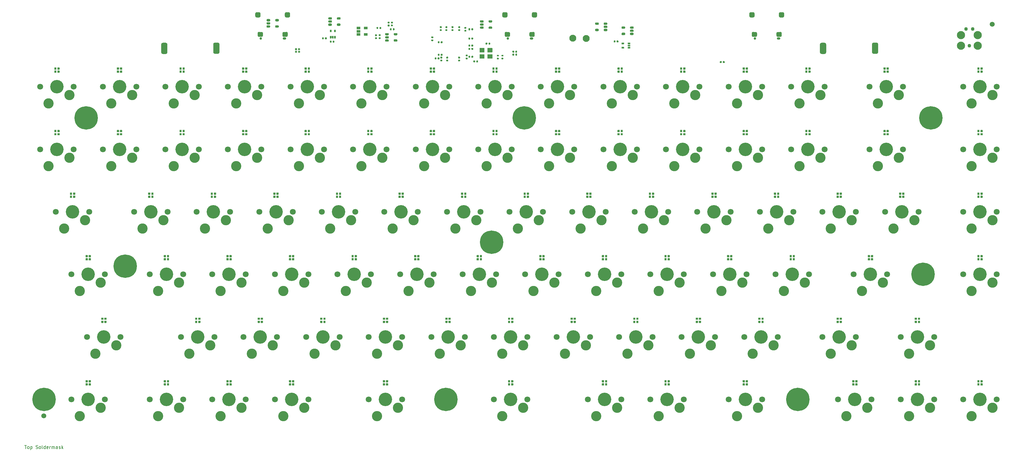
<source format=gbr>
G04 #@! TF.GenerationSoftware,KiCad,Pcbnew,5.1.9+dfsg1-1*
G04 #@! TF.CreationDate,2021-05-27T11:39:34-06:00*
G04 #@! TF.ProjectId,launch,6c61756e-6368-42e6-9b69-6361645f7063,rev?*
G04 #@! TF.SameCoordinates,Original*
G04 #@! TF.FileFunction,Soldermask,Top*
G04 #@! TF.FilePolarity,Negative*
%FSLAX46Y46*%
G04 Gerber Fmt 4.6, Leading zero omitted, Abs format (unit mm)*
G04 Created by KiCad (PCBNEW 5.1.9+dfsg1-1) date 2021-05-27 11:39:34*
%MOMM*%
%LPD*%
G01*
G04 APERTURE LIST*
%ADD10C,0.150000*%
%ADD11O,0.900000X1.500000*%
%ADD12O,1.050000X0.750000*%
%ADD13C,0.750000*%
%ADD14C,3.100000*%
%ADD15C,4.087800*%
%ADD16C,1.801800*%
%ADD17C,7.100000*%
%ADD18C,1.090600*%
%ADD19C,2.474900*%
%ADD20C,2.100000*%
%ADD21C,1.500000*%
G04 APERTURE END LIST*
D10*
X192738Y-118952380D02*
X764166Y-118952380D01*
X478452Y-119952380D02*
X478452Y-118952380D01*
X1240357Y-119952380D02*
X1145119Y-119904761D01*
X1097500Y-119857142D01*
X1049880Y-119761904D01*
X1049880Y-119476190D01*
X1097500Y-119380952D01*
X1145119Y-119333333D01*
X1240357Y-119285714D01*
X1383214Y-119285714D01*
X1478452Y-119333333D01*
X1526071Y-119380952D01*
X1573690Y-119476190D01*
X1573690Y-119761904D01*
X1526071Y-119857142D01*
X1478452Y-119904761D01*
X1383214Y-119952380D01*
X1240357Y-119952380D01*
X2002261Y-119285714D02*
X2002261Y-120285714D01*
X2002261Y-119333333D02*
X2097500Y-119285714D01*
X2287976Y-119285714D01*
X2383214Y-119333333D01*
X2430833Y-119380952D01*
X2478452Y-119476190D01*
X2478452Y-119761904D01*
X2430833Y-119857142D01*
X2383214Y-119904761D01*
X2287976Y-119952380D01*
X2097500Y-119952380D01*
X2002261Y-119904761D01*
X3621309Y-119904761D02*
X3764166Y-119952380D01*
X4002261Y-119952380D01*
X4097499Y-119904761D01*
X4145119Y-119857142D01*
X4192738Y-119761904D01*
X4192738Y-119666666D01*
X4145119Y-119571428D01*
X4097499Y-119523809D01*
X4002261Y-119476190D01*
X3811785Y-119428571D01*
X3716547Y-119380952D01*
X3668928Y-119333333D01*
X3621309Y-119238095D01*
X3621309Y-119142857D01*
X3668928Y-119047619D01*
X3716547Y-119000000D01*
X3811785Y-118952380D01*
X4049880Y-118952380D01*
X4192738Y-119000000D01*
X4764166Y-119952380D02*
X4668928Y-119904761D01*
X4621309Y-119857142D01*
X4573690Y-119761904D01*
X4573690Y-119476190D01*
X4621309Y-119380952D01*
X4668928Y-119333333D01*
X4764166Y-119285714D01*
X4907023Y-119285714D01*
X5002261Y-119333333D01*
X5049880Y-119380952D01*
X5097500Y-119476190D01*
X5097500Y-119761904D01*
X5049880Y-119857142D01*
X5002261Y-119904761D01*
X4907023Y-119952380D01*
X4764166Y-119952380D01*
X5668928Y-119952380D02*
X5573690Y-119904761D01*
X5526071Y-119809523D01*
X5526071Y-118952380D01*
X6478452Y-119952380D02*
X6478452Y-118952380D01*
X6478452Y-119904761D02*
X6383214Y-119952380D01*
X6192738Y-119952380D01*
X6097499Y-119904761D01*
X6049880Y-119857142D01*
X6002261Y-119761904D01*
X6002261Y-119476190D01*
X6049880Y-119380952D01*
X6097499Y-119333333D01*
X6192738Y-119285714D01*
X6383214Y-119285714D01*
X6478452Y-119333333D01*
X7335595Y-119904761D02*
X7240357Y-119952380D01*
X7049880Y-119952380D01*
X6954642Y-119904761D01*
X6907023Y-119809523D01*
X6907023Y-119428571D01*
X6954642Y-119333333D01*
X7049880Y-119285714D01*
X7240357Y-119285714D01*
X7335595Y-119333333D01*
X7383214Y-119428571D01*
X7383214Y-119523809D01*
X6907023Y-119619047D01*
X7811785Y-119952380D02*
X7811785Y-119285714D01*
X7811785Y-119476190D02*
X7859404Y-119380952D01*
X7907023Y-119333333D01*
X8002261Y-119285714D01*
X8097499Y-119285714D01*
X8430833Y-119952380D02*
X8430833Y-119285714D01*
X8430833Y-119380952D02*
X8478452Y-119333333D01*
X8573690Y-119285714D01*
X8716547Y-119285714D01*
X8811785Y-119333333D01*
X8859404Y-119428571D01*
X8859404Y-119952380D01*
X8859404Y-119428571D02*
X8907023Y-119333333D01*
X9002261Y-119285714D01*
X9145119Y-119285714D01*
X9240357Y-119333333D01*
X9287976Y-119428571D01*
X9287976Y-119952380D01*
X10192738Y-119952380D02*
X10192738Y-119428571D01*
X10145119Y-119333333D01*
X10049880Y-119285714D01*
X9859404Y-119285714D01*
X9764166Y-119333333D01*
X10192738Y-119904761D02*
X10097500Y-119952380D01*
X9859404Y-119952380D01*
X9764166Y-119904761D01*
X9716547Y-119809523D01*
X9716547Y-119714285D01*
X9764166Y-119619047D01*
X9859404Y-119571428D01*
X10097500Y-119571428D01*
X10192738Y-119523809D01*
X10621309Y-119904761D02*
X10716547Y-119952380D01*
X10907023Y-119952380D01*
X11002261Y-119904761D01*
X11049880Y-119809523D01*
X11049880Y-119761904D01*
X11002261Y-119666666D01*
X10907023Y-119619047D01*
X10764166Y-119619047D01*
X10668928Y-119571428D01*
X10621309Y-119476190D01*
X10621309Y-119428571D01*
X10668928Y-119333333D01*
X10764166Y-119285714D01*
X10907023Y-119285714D01*
X11002261Y-119333333D01*
X11478452Y-119952380D02*
X11478452Y-118952380D01*
X11573690Y-119571428D02*
X11859404Y-119952380D01*
X11859404Y-119285714D02*
X11478452Y-119666666D01*
X192738Y-118952380D02*
X764166Y-118952380D01*
X478452Y-119952380D02*
X478452Y-118952380D01*
X1240357Y-119952380D02*
X1145119Y-119904761D01*
X1097500Y-119857142D01*
X1049880Y-119761904D01*
X1049880Y-119476190D01*
X1097500Y-119380952D01*
X1145119Y-119333333D01*
X1240357Y-119285714D01*
X1383214Y-119285714D01*
X1478452Y-119333333D01*
X1526071Y-119380952D01*
X1573690Y-119476190D01*
X1573690Y-119761904D01*
X1526071Y-119857142D01*
X1478452Y-119904761D01*
X1383214Y-119952380D01*
X1240357Y-119952380D01*
X2002261Y-119285714D02*
X2002261Y-120285714D01*
X2002261Y-119333333D02*
X2097500Y-119285714D01*
X2287976Y-119285714D01*
X2383214Y-119333333D01*
X2430833Y-119380952D01*
X2478452Y-119476190D01*
X2478452Y-119761904D01*
X2430833Y-119857142D01*
X2383214Y-119904761D01*
X2287976Y-119952380D01*
X2097500Y-119952380D01*
X2002261Y-119904761D01*
X3621309Y-119904761D02*
X3764166Y-119952380D01*
X4002261Y-119952380D01*
X4097499Y-119904761D01*
X4145119Y-119857142D01*
X4192738Y-119761904D01*
X4192738Y-119666666D01*
X4145119Y-119571428D01*
X4097499Y-119523809D01*
X4002261Y-119476190D01*
X3811785Y-119428571D01*
X3716547Y-119380952D01*
X3668928Y-119333333D01*
X3621309Y-119238095D01*
X3621309Y-119142857D01*
X3668928Y-119047619D01*
X3716547Y-119000000D01*
X3811785Y-118952380D01*
X4049880Y-118952380D01*
X4192738Y-119000000D01*
X4764166Y-119952380D02*
X4668928Y-119904761D01*
X4621309Y-119857142D01*
X4573690Y-119761904D01*
X4573690Y-119476190D01*
X4621309Y-119380952D01*
X4668928Y-119333333D01*
X4764166Y-119285714D01*
X4907023Y-119285714D01*
X5002261Y-119333333D01*
X5049880Y-119380952D01*
X5097500Y-119476190D01*
X5097500Y-119761904D01*
X5049880Y-119857142D01*
X5002261Y-119904761D01*
X4907023Y-119952380D01*
X4764166Y-119952380D01*
X5668928Y-119952380D02*
X5573690Y-119904761D01*
X5526071Y-119809523D01*
X5526071Y-118952380D01*
X6478452Y-119952380D02*
X6478452Y-118952380D01*
X6478452Y-119904761D02*
X6383214Y-119952380D01*
X6192738Y-119952380D01*
X6097499Y-119904761D01*
X6049880Y-119857142D01*
X6002261Y-119761904D01*
X6002261Y-119476190D01*
X6049880Y-119380952D01*
X6097499Y-119333333D01*
X6192738Y-119285714D01*
X6383214Y-119285714D01*
X6478452Y-119333333D01*
X7335595Y-119904761D02*
X7240357Y-119952380D01*
X7049880Y-119952380D01*
X6954642Y-119904761D01*
X6907023Y-119809523D01*
X6907023Y-119428571D01*
X6954642Y-119333333D01*
X7049880Y-119285714D01*
X7240357Y-119285714D01*
X7335595Y-119333333D01*
X7383214Y-119428571D01*
X7383214Y-119523809D01*
X6907023Y-119619047D01*
X7811785Y-119952380D02*
X7811785Y-119285714D01*
X7811785Y-119476190D02*
X7859404Y-119380952D01*
X7907023Y-119333333D01*
X8002261Y-119285714D01*
X8097499Y-119285714D01*
X8430833Y-119952380D02*
X8430833Y-119285714D01*
X8430833Y-119380952D02*
X8478452Y-119333333D01*
X8573690Y-119285714D01*
X8716547Y-119285714D01*
X8811785Y-119333333D01*
X8859404Y-119428571D01*
X8859404Y-119952380D01*
X8859404Y-119428571D02*
X8907023Y-119333333D01*
X9002261Y-119285714D01*
X9145119Y-119285714D01*
X9240357Y-119333333D01*
X9287976Y-119428571D01*
X9287976Y-119952380D01*
X10192738Y-119952380D02*
X10192738Y-119428571D01*
X10145119Y-119333333D01*
X10049880Y-119285714D01*
X9859404Y-119285714D01*
X9764166Y-119333333D01*
X10192738Y-119904761D02*
X10097500Y-119952380D01*
X9859404Y-119952380D01*
X9764166Y-119904761D01*
X9716547Y-119809523D01*
X9716547Y-119714285D01*
X9764166Y-119619047D01*
X9859404Y-119571428D01*
X10097500Y-119571428D01*
X10192738Y-119523809D01*
X10621309Y-119904761D02*
X10716547Y-119952380D01*
X10907023Y-119952380D01*
X11002261Y-119904761D01*
X11049880Y-119809523D01*
X11049880Y-119761904D01*
X11002261Y-119666666D01*
X10907023Y-119619047D01*
X10764166Y-119619047D01*
X10668928Y-119571428D01*
X10621309Y-119476190D01*
X10621309Y-119428571D01*
X10668928Y-119333333D01*
X10764166Y-119285714D01*
X10907023Y-119285714D01*
X11002261Y-119333333D01*
X11478452Y-119952380D02*
X11478452Y-118952380D01*
X11573690Y-119571428D02*
X11859404Y-119952380D01*
X11859404Y-119285714D02*
X11478452Y-119666666D01*
G36*
G01*
X107012500Y5375000D02*
X106687500Y5375000D01*
G75*
G02*
X106550000Y5512500I0J137500D01*
G01*
X106550000Y5787500D01*
G75*
G02*
X106687500Y5925000I137500J0D01*
G01*
X107012500Y5925000D01*
G75*
G02*
X107150000Y5787500I0J-137500D01*
G01*
X107150000Y5512500D01*
G75*
G02*
X107012500Y5375000I-137500J0D01*
G01*
G37*
G36*
G01*
X107012500Y4475000D02*
X106687500Y4475000D01*
G75*
G02*
X106550000Y4612500I0J137500D01*
G01*
X106550000Y4887500D01*
G75*
G02*
X106687500Y5025000I137500J0D01*
G01*
X107012500Y5025000D01*
G75*
G02*
X107150000Y4887500I0J-137500D01*
G01*
X107150000Y4612500D01*
G75*
G02*
X107012500Y4475000I-137500J0D01*
G01*
G37*
G36*
G01*
X110537500Y8875000D02*
X110862500Y8875000D01*
G75*
G02*
X111000000Y8737500I0J-137500D01*
G01*
X111000000Y8462500D01*
G75*
G02*
X110862500Y8325000I-137500J0D01*
G01*
X110537500Y8325000D01*
G75*
G02*
X110400000Y8462500I0J137500D01*
G01*
X110400000Y8737500D01*
G75*
G02*
X110537500Y8875000I137500J0D01*
G01*
G37*
G36*
G01*
X110537500Y9775000D02*
X110862500Y9775000D01*
G75*
G02*
X111000000Y9637500I0J-137500D01*
G01*
X111000000Y9362500D01*
G75*
G02*
X110862500Y9225000I-137500J0D01*
G01*
X110537500Y9225000D01*
G75*
G02*
X110400000Y9362500I0J137500D01*
G01*
X110400000Y9637500D01*
G75*
G02*
X110537500Y9775000I137500J0D01*
G01*
G37*
G36*
G01*
X70210000Y11440000D02*
X70210000Y12240000D01*
G75*
G02*
X70610000Y12640000I400000J0D01*
G01*
X71410000Y12640000D01*
G75*
G02*
X71810000Y12240000I0J-400000D01*
G01*
X71810000Y11440000D01*
G75*
G02*
X71410000Y11040000I-400000J0D01*
G01*
X70610000Y11040000D01*
G75*
G02*
X70210000Y11440000I0J400000D01*
G01*
G37*
G36*
G01*
X79190000Y11440000D02*
X79190000Y12240000D01*
G75*
G02*
X79590000Y12640000I400000J0D01*
G01*
X80390000Y12640000D01*
G75*
G02*
X80790000Y12240000I0J-400000D01*
G01*
X80790000Y11440000D01*
G75*
G02*
X80390000Y11040000I-400000J0D01*
G01*
X79590000Y11040000D01*
G75*
G02*
X79190000Y11440000I0J400000D01*
G01*
G37*
G36*
G01*
X78450000Y5515000D02*
X78450000Y6265000D01*
G75*
G02*
X78825000Y6640000I375000J0D01*
G01*
X79675000Y6640000D01*
G75*
G02*
X80050000Y6265000I0J-375000D01*
G01*
X80050000Y5515000D01*
G75*
G02*
X79675000Y5140000I-375000J0D01*
G01*
X78825000Y5140000D01*
G75*
G02*
X78450000Y5515000I0J375000D01*
G01*
G37*
G36*
G01*
X70950000Y5515000D02*
X70950000Y6265000D01*
G75*
G02*
X71325000Y6640000I375000J0D01*
G01*
X72175000Y6640000D01*
G75*
G02*
X72550000Y6265000I0J-375000D01*
G01*
X72550000Y5515000D01*
G75*
G02*
X72175000Y5140000I-375000J0D01*
G01*
X71325000Y5140000D01*
G75*
G02*
X70950000Y5515000I0J375000D01*
G01*
G37*
D11*
X71370000Y5890000D03*
X79630000Y5890000D03*
X79990000Y11840000D03*
X71010000Y11840000D03*
D12*
X79100000Y4640000D03*
D13*
X71900000Y4640000D03*
G36*
G01*
X220210000Y11440000D02*
X220210000Y12240000D01*
G75*
G02*
X220610000Y12640000I400000J0D01*
G01*
X221410000Y12640000D01*
G75*
G02*
X221810000Y12240000I0J-400000D01*
G01*
X221810000Y11440000D01*
G75*
G02*
X221410000Y11040000I-400000J0D01*
G01*
X220610000Y11040000D01*
G75*
G02*
X220210000Y11440000I0J400000D01*
G01*
G37*
G36*
G01*
X229190000Y11440000D02*
X229190000Y12240000D01*
G75*
G02*
X229590000Y12640000I400000J0D01*
G01*
X230390000Y12640000D01*
G75*
G02*
X230790000Y12240000I0J-400000D01*
G01*
X230790000Y11440000D01*
G75*
G02*
X230390000Y11040000I-400000J0D01*
G01*
X229590000Y11040000D01*
G75*
G02*
X229190000Y11440000I0J400000D01*
G01*
G37*
G36*
G01*
X228450000Y5515000D02*
X228450000Y6265000D01*
G75*
G02*
X228825000Y6640000I375000J0D01*
G01*
X229675000Y6640000D01*
G75*
G02*
X230050000Y6265000I0J-375000D01*
G01*
X230050000Y5515000D01*
G75*
G02*
X229675000Y5140000I-375000J0D01*
G01*
X228825000Y5140000D01*
G75*
G02*
X228450000Y5515000I0J375000D01*
G01*
G37*
G36*
G01*
X220950000Y5515000D02*
X220950000Y6265000D01*
G75*
G02*
X221325000Y6640000I375000J0D01*
G01*
X222175000Y6640000D01*
G75*
G02*
X222550000Y6265000I0J-375000D01*
G01*
X222550000Y5515000D01*
G75*
G02*
X222175000Y5140000I-375000J0D01*
G01*
X221325000Y5140000D01*
G75*
G02*
X220950000Y5515000I0J375000D01*
G01*
G37*
D11*
X221370000Y5890000D03*
X229630000Y5890000D03*
X229990000Y11840000D03*
X221010000Y11840000D03*
D12*
X229100000Y4640000D03*
D13*
X221900000Y4640000D03*
G36*
G01*
X145210000Y11440000D02*
X145210000Y12240000D01*
G75*
G02*
X145610000Y12640000I400000J0D01*
G01*
X146410000Y12640000D01*
G75*
G02*
X146810000Y12240000I0J-400000D01*
G01*
X146810000Y11440000D01*
G75*
G02*
X146410000Y11040000I-400000J0D01*
G01*
X145610000Y11040000D01*
G75*
G02*
X145210000Y11440000I0J400000D01*
G01*
G37*
G36*
G01*
X154190000Y11440000D02*
X154190000Y12240000D01*
G75*
G02*
X154590000Y12640000I400000J0D01*
G01*
X155390000Y12640000D01*
G75*
G02*
X155790000Y12240000I0J-400000D01*
G01*
X155790000Y11440000D01*
G75*
G02*
X155390000Y11040000I-400000J0D01*
G01*
X154590000Y11040000D01*
G75*
G02*
X154190000Y11440000I0J400000D01*
G01*
G37*
G36*
G01*
X153450000Y5515000D02*
X153450000Y6265000D01*
G75*
G02*
X153825000Y6640000I375000J0D01*
G01*
X154675000Y6640000D01*
G75*
G02*
X155050000Y6265000I0J-375000D01*
G01*
X155050000Y5515000D01*
G75*
G02*
X154675000Y5140000I-375000J0D01*
G01*
X153825000Y5140000D01*
G75*
G02*
X153450000Y5515000I0J375000D01*
G01*
G37*
G36*
G01*
X145950000Y5515000D02*
X145950000Y6265000D01*
G75*
G02*
X146325000Y6640000I375000J0D01*
G01*
X147175000Y6640000D01*
G75*
G02*
X147550000Y6265000I0J-375000D01*
G01*
X147550000Y5515000D01*
G75*
G02*
X147175000Y5140000I-375000J0D01*
G01*
X146325000Y5140000D01*
G75*
G02*
X145950000Y5515000I0J375000D01*
G01*
G37*
D11*
X146370000Y5890000D03*
X154630000Y5890000D03*
X154990000Y11840000D03*
X146010000Y11840000D03*
D12*
X154100000Y4640000D03*
D13*
X146900000Y4640000D03*
G36*
G01*
X291050000Y-62150000D02*
X291050000Y-62700000D01*
G75*
G02*
X291000000Y-62750000I-50000J0D01*
G01*
X290450000Y-62750000D01*
G75*
G02*
X290400000Y-62700000I0J50000D01*
G01*
X290400000Y-62150000D01*
G75*
G02*
X290450000Y-62100000I50000J0D01*
G01*
X291000000Y-62100000D01*
G75*
G02*
X291050000Y-62150000I0J-50000D01*
G01*
G37*
G36*
G01*
X290100000Y-62150000D02*
X290100000Y-62700000D01*
G75*
G02*
X290050000Y-62750000I-50000J0D01*
G01*
X289500000Y-62750000D01*
G75*
G02*
X289450000Y-62700000I0J50000D01*
G01*
X289450000Y-62150000D01*
G75*
G02*
X289500000Y-62100000I50000J0D01*
G01*
X290050000Y-62100000D01*
G75*
G02*
X290100000Y-62150000I0J-50000D01*
G01*
G37*
G36*
G01*
X290100000Y-61200000D02*
X290100000Y-61750000D01*
G75*
G02*
X290050000Y-61800000I-50000J0D01*
G01*
X289500000Y-61800000D01*
G75*
G02*
X289450000Y-61750000I0J50000D01*
G01*
X289450000Y-61200000D01*
G75*
G02*
X289500000Y-61150000I50000J0D01*
G01*
X290050000Y-61150000D01*
G75*
G02*
X290100000Y-61200000I0J-50000D01*
G01*
G37*
G36*
G01*
X291050000Y-61200000D02*
X291050000Y-61750000D01*
G75*
G02*
X291000000Y-61800000I-50000J0D01*
G01*
X290450000Y-61800000D01*
G75*
G02*
X290400000Y-61750000I0J50000D01*
G01*
X290400000Y-61200000D01*
G75*
G02*
X290450000Y-61150000I50000J0D01*
G01*
X291000000Y-61150000D01*
G75*
G02*
X291050000Y-61200000I0J-50000D01*
G01*
G37*
G36*
G01*
X289450000Y-42750000D02*
X289450000Y-42200000D01*
G75*
G02*
X289500000Y-42150000I50000J0D01*
G01*
X290050000Y-42150000D01*
G75*
G02*
X290100000Y-42200000I0J-50000D01*
G01*
X290100000Y-42750000D01*
G75*
G02*
X290050000Y-42800000I-50000J0D01*
G01*
X289500000Y-42800000D01*
G75*
G02*
X289450000Y-42750000I0J50000D01*
G01*
G37*
G36*
G01*
X290400000Y-42750000D02*
X290400000Y-42200000D01*
G75*
G02*
X290450000Y-42150000I50000J0D01*
G01*
X291000000Y-42150000D01*
G75*
G02*
X291050000Y-42200000I0J-50000D01*
G01*
X291050000Y-42750000D01*
G75*
G02*
X291000000Y-42800000I-50000J0D01*
G01*
X290450000Y-42800000D01*
G75*
G02*
X290400000Y-42750000I0J50000D01*
G01*
G37*
G36*
G01*
X290400000Y-43700000D02*
X290400000Y-43150000D01*
G75*
G02*
X290450000Y-43100000I50000J0D01*
G01*
X291000000Y-43100000D01*
G75*
G02*
X291050000Y-43150000I0J-50000D01*
G01*
X291050000Y-43700000D01*
G75*
G02*
X291000000Y-43750000I-50000J0D01*
G01*
X290450000Y-43750000D01*
G75*
G02*
X290400000Y-43700000I0J50000D01*
G01*
G37*
G36*
G01*
X289450000Y-43700000D02*
X289450000Y-43150000D01*
G75*
G02*
X289500000Y-43100000I50000J0D01*
G01*
X290050000Y-43100000D01*
G75*
G02*
X290100000Y-43150000I0J-50000D01*
G01*
X290100000Y-43700000D01*
G75*
G02*
X290050000Y-43750000I-50000J0D01*
G01*
X289500000Y-43750000D01*
G75*
G02*
X289450000Y-43700000I0J50000D01*
G01*
G37*
G36*
G01*
X291050000Y-24150000D02*
X291050000Y-24700000D01*
G75*
G02*
X291000000Y-24750000I-50000J0D01*
G01*
X290450000Y-24750000D01*
G75*
G02*
X290400000Y-24700000I0J50000D01*
G01*
X290400000Y-24150000D01*
G75*
G02*
X290450000Y-24100000I50000J0D01*
G01*
X291000000Y-24100000D01*
G75*
G02*
X291050000Y-24150000I0J-50000D01*
G01*
G37*
G36*
G01*
X290100000Y-24150000D02*
X290100000Y-24700000D01*
G75*
G02*
X290050000Y-24750000I-50000J0D01*
G01*
X289500000Y-24750000D01*
G75*
G02*
X289450000Y-24700000I0J50000D01*
G01*
X289450000Y-24150000D01*
G75*
G02*
X289500000Y-24100000I50000J0D01*
G01*
X290050000Y-24100000D01*
G75*
G02*
X290100000Y-24150000I0J-50000D01*
G01*
G37*
G36*
G01*
X290100000Y-23200000D02*
X290100000Y-23750000D01*
G75*
G02*
X290050000Y-23800000I-50000J0D01*
G01*
X289500000Y-23800000D01*
G75*
G02*
X289450000Y-23750000I0J50000D01*
G01*
X289450000Y-23200000D01*
G75*
G02*
X289500000Y-23150000I50000J0D01*
G01*
X290050000Y-23150000D01*
G75*
G02*
X290100000Y-23200000I0J-50000D01*
G01*
G37*
G36*
G01*
X291050000Y-23200000D02*
X291050000Y-23750000D01*
G75*
G02*
X291000000Y-23800000I-50000J0D01*
G01*
X290450000Y-23800000D01*
G75*
G02*
X290400000Y-23750000I0J50000D01*
G01*
X290400000Y-23200000D01*
G75*
G02*
X290450000Y-23150000I50000J0D01*
G01*
X291000000Y-23150000D01*
G75*
G02*
X291050000Y-23200000I0J-50000D01*
G01*
G37*
G36*
G01*
X289450000Y-4750000D02*
X289450000Y-4200000D01*
G75*
G02*
X289500000Y-4150000I50000J0D01*
G01*
X290050000Y-4150000D01*
G75*
G02*
X290100000Y-4200000I0J-50000D01*
G01*
X290100000Y-4750000D01*
G75*
G02*
X290050000Y-4800000I-50000J0D01*
G01*
X289500000Y-4800000D01*
G75*
G02*
X289450000Y-4750000I0J50000D01*
G01*
G37*
G36*
G01*
X290400000Y-4750000D02*
X290400000Y-4200000D01*
G75*
G02*
X290450000Y-4150000I50000J0D01*
G01*
X291000000Y-4150000D01*
G75*
G02*
X291050000Y-4200000I0J-50000D01*
G01*
X291050000Y-4750000D01*
G75*
G02*
X291000000Y-4800000I-50000J0D01*
G01*
X290450000Y-4800000D01*
G75*
G02*
X290400000Y-4750000I0J50000D01*
G01*
G37*
G36*
G01*
X290400000Y-5700000D02*
X290400000Y-5150000D01*
G75*
G02*
X290450000Y-5100000I50000J0D01*
G01*
X291000000Y-5100000D01*
G75*
G02*
X291050000Y-5150000I0J-50000D01*
G01*
X291050000Y-5700000D01*
G75*
G02*
X291000000Y-5750000I-50000J0D01*
G01*
X290450000Y-5750000D01*
G75*
G02*
X290400000Y-5700000I0J50000D01*
G01*
G37*
G36*
G01*
X289450000Y-5700000D02*
X289450000Y-5150000D01*
G75*
G02*
X289500000Y-5100000I50000J0D01*
G01*
X290050000Y-5100000D01*
G75*
G02*
X290100000Y-5150000I0J-50000D01*
G01*
X290100000Y-5700000D01*
G75*
G02*
X290050000Y-5750000I-50000J0D01*
G01*
X289500000Y-5750000D01*
G75*
G02*
X289450000Y-5700000I0J50000D01*
G01*
G37*
G36*
G01*
X265700000Y-42750000D02*
X265700000Y-42200000D01*
G75*
G02*
X265750000Y-42150000I50000J0D01*
G01*
X266300000Y-42150000D01*
G75*
G02*
X266350000Y-42200000I0J-50000D01*
G01*
X266350000Y-42750000D01*
G75*
G02*
X266300000Y-42800000I-50000J0D01*
G01*
X265750000Y-42800000D01*
G75*
G02*
X265700000Y-42750000I0J50000D01*
G01*
G37*
G36*
G01*
X266650000Y-42750000D02*
X266650000Y-42200000D01*
G75*
G02*
X266700000Y-42150000I50000J0D01*
G01*
X267250000Y-42150000D01*
G75*
G02*
X267300000Y-42200000I0J-50000D01*
G01*
X267300000Y-42750000D01*
G75*
G02*
X267250000Y-42800000I-50000J0D01*
G01*
X266700000Y-42800000D01*
G75*
G02*
X266650000Y-42750000I0J50000D01*
G01*
G37*
G36*
G01*
X266650000Y-43700000D02*
X266650000Y-43150000D01*
G75*
G02*
X266700000Y-43100000I50000J0D01*
G01*
X267250000Y-43100000D01*
G75*
G02*
X267300000Y-43150000I0J-50000D01*
G01*
X267300000Y-43700000D01*
G75*
G02*
X267250000Y-43750000I-50000J0D01*
G01*
X266700000Y-43750000D01*
G75*
G02*
X266650000Y-43700000I0J50000D01*
G01*
G37*
G36*
G01*
X265700000Y-43700000D02*
X265700000Y-43150000D01*
G75*
G02*
X265750000Y-43100000I50000J0D01*
G01*
X266300000Y-43100000D01*
G75*
G02*
X266350000Y-43150000I0J-50000D01*
G01*
X266350000Y-43700000D01*
G75*
G02*
X266300000Y-43750000I-50000J0D01*
G01*
X265750000Y-43750000D01*
G75*
G02*
X265700000Y-43700000I0J50000D01*
G01*
G37*
G36*
G01*
X262550000Y-24150000D02*
X262550000Y-24700000D01*
G75*
G02*
X262500000Y-24750000I-50000J0D01*
G01*
X261950000Y-24750000D01*
G75*
G02*
X261900000Y-24700000I0J50000D01*
G01*
X261900000Y-24150000D01*
G75*
G02*
X261950000Y-24100000I50000J0D01*
G01*
X262500000Y-24100000D01*
G75*
G02*
X262550000Y-24150000I0J-50000D01*
G01*
G37*
G36*
G01*
X261600000Y-24150000D02*
X261600000Y-24700000D01*
G75*
G02*
X261550000Y-24750000I-50000J0D01*
G01*
X261000000Y-24750000D01*
G75*
G02*
X260950000Y-24700000I0J50000D01*
G01*
X260950000Y-24150000D01*
G75*
G02*
X261000000Y-24100000I50000J0D01*
G01*
X261550000Y-24100000D01*
G75*
G02*
X261600000Y-24150000I0J-50000D01*
G01*
G37*
G36*
G01*
X261600000Y-23200000D02*
X261600000Y-23750000D01*
G75*
G02*
X261550000Y-23800000I-50000J0D01*
G01*
X261000000Y-23800000D01*
G75*
G02*
X260950000Y-23750000I0J50000D01*
G01*
X260950000Y-23200000D01*
G75*
G02*
X261000000Y-23150000I50000J0D01*
G01*
X261550000Y-23150000D01*
G75*
G02*
X261600000Y-23200000I0J-50000D01*
G01*
G37*
G36*
G01*
X262550000Y-23200000D02*
X262550000Y-23750000D01*
G75*
G02*
X262500000Y-23800000I-50000J0D01*
G01*
X261950000Y-23800000D01*
G75*
G02*
X261900000Y-23750000I0J50000D01*
G01*
X261900000Y-23200000D01*
G75*
G02*
X261950000Y-23150000I50000J0D01*
G01*
X262500000Y-23150000D01*
G75*
G02*
X262550000Y-23200000I0J-50000D01*
G01*
G37*
G36*
G01*
X260950000Y-4750000D02*
X260950000Y-4200000D01*
G75*
G02*
X261000000Y-4150000I50000J0D01*
G01*
X261550000Y-4150000D01*
G75*
G02*
X261600000Y-4200000I0J-50000D01*
G01*
X261600000Y-4750000D01*
G75*
G02*
X261550000Y-4800000I-50000J0D01*
G01*
X261000000Y-4800000D01*
G75*
G02*
X260950000Y-4750000I0J50000D01*
G01*
G37*
G36*
G01*
X261900000Y-4750000D02*
X261900000Y-4200000D01*
G75*
G02*
X261950000Y-4150000I50000J0D01*
G01*
X262500000Y-4150000D01*
G75*
G02*
X262550000Y-4200000I0J-50000D01*
G01*
X262550000Y-4750000D01*
G75*
G02*
X262500000Y-4800000I-50000J0D01*
G01*
X261950000Y-4800000D01*
G75*
G02*
X261900000Y-4750000I0J50000D01*
G01*
G37*
G36*
G01*
X261900000Y-5700000D02*
X261900000Y-5150000D01*
G75*
G02*
X261950000Y-5100000I50000J0D01*
G01*
X262500000Y-5100000D01*
G75*
G02*
X262550000Y-5150000I0J-50000D01*
G01*
X262550000Y-5700000D01*
G75*
G02*
X262500000Y-5750000I-50000J0D01*
G01*
X261950000Y-5750000D01*
G75*
G02*
X261900000Y-5700000I0J50000D01*
G01*
G37*
G36*
G01*
X260950000Y-5700000D02*
X260950000Y-5150000D01*
G75*
G02*
X261000000Y-5100000I50000J0D01*
G01*
X261550000Y-5100000D01*
G75*
G02*
X261600000Y-5150000I0J-50000D01*
G01*
X261600000Y-5700000D01*
G75*
G02*
X261550000Y-5750000I-50000J0D01*
G01*
X261000000Y-5750000D01*
G75*
G02*
X260950000Y-5700000I0J50000D01*
G01*
G37*
G36*
G01*
X289450000Y-99750000D02*
X289450000Y-99200000D01*
G75*
G02*
X289500000Y-99150000I50000J0D01*
G01*
X290050000Y-99150000D01*
G75*
G02*
X290100000Y-99200000I0J-50000D01*
G01*
X290100000Y-99750000D01*
G75*
G02*
X290050000Y-99800000I-50000J0D01*
G01*
X289500000Y-99800000D01*
G75*
G02*
X289450000Y-99750000I0J50000D01*
G01*
G37*
G36*
G01*
X290400000Y-99750000D02*
X290400000Y-99200000D01*
G75*
G02*
X290450000Y-99150000I50000J0D01*
G01*
X291000000Y-99150000D01*
G75*
G02*
X291050000Y-99200000I0J-50000D01*
G01*
X291050000Y-99750000D01*
G75*
G02*
X291000000Y-99800000I-50000J0D01*
G01*
X290450000Y-99800000D01*
G75*
G02*
X290400000Y-99750000I0J50000D01*
G01*
G37*
G36*
G01*
X290400000Y-100700000D02*
X290400000Y-100150000D01*
G75*
G02*
X290450000Y-100100000I50000J0D01*
G01*
X291000000Y-100100000D01*
G75*
G02*
X291050000Y-100150000I0J-50000D01*
G01*
X291050000Y-100700000D01*
G75*
G02*
X291000000Y-100750000I-50000J0D01*
G01*
X290450000Y-100750000D01*
G75*
G02*
X290400000Y-100700000I0J50000D01*
G01*
G37*
G36*
G01*
X289450000Y-100700000D02*
X289450000Y-100150000D01*
G75*
G02*
X289500000Y-100100000I50000J0D01*
G01*
X290050000Y-100100000D01*
G75*
G02*
X290100000Y-100150000I0J-50000D01*
G01*
X290100000Y-100700000D01*
G75*
G02*
X290050000Y-100750000I-50000J0D01*
G01*
X289500000Y-100750000D01*
G75*
G02*
X289450000Y-100700000I0J50000D01*
G01*
G37*
G36*
G01*
X257800000Y-62150000D02*
X257800000Y-62700000D01*
G75*
G02*
X257750000Y-62750000I-50000J0D01*
G01*
X257200000Y-62750000D01*
G75*
G02*
X257150000Y-62700000I0J50000D01*
G01*
X257150000Y-62150000D01*
G75*
G02*
X257200000Y-62100000I50000J0D01*
G01*
X257750000Y-62100000D01*
G75*
G02*
X257800000Y-62150000I0J-50000D01*
G01*
G37*
G36*
G01*
X256850000Y-62150000D02*
X256850000Y-62700000D01*
G75*
G02*
X256800000Y-62750000I-50000J0D01*
G01*
X256250000Y-62750000D01*
G75*
G02*
X256200000Y-62700000I0J50000D01*
G01*
X256200000Y-62150000D01*
G75*
G02*
X256250000Y-62100000I50000J0D01*
G01*
X256800000Y-62100000D01*
G75*
G02*
X256850000Y-62150000I0J-50000D01*
G01*
G37*
G36*
G01*
X256850000Y-61200000D02*
X256850000Y-61750000D01*
G75*
G02*
X256800000Y-61800000I-50000J0D01*
G01*
X256250000Y-61800000D01*
G75*
G02*
X256200000Y-61750000I0J50000D01*
G01*
X256200000Y-61200000D01*
G75*
G02*
X256250000Y-61150000I50000J0D01*
G01*
X256800000Y-61150000D01*
G75*
G02*
X256850000Y-61200000I0J-50000D01*
G01*
G37*
G36*
G01*
X257800000Y-61200000D02*
X257800000Y-61750000D01*
G75*
G02*
X257750000Y-61800000I-50000J0D01*
G01*
X257200000Y-61800000D01*
G75*
G02*
X257150000Y-61750000I0J50000D01*
G01*
X257150000Y-61200000D01*
G75*
G02*
X257200000Y-61150000I50000J0D01*
G01*
X257750000Y-61150000D01*
G75*
G02*
X257800000Y-61200000I0J-50000D01*
G01*
G37*
G36*
G01*
X246700000Y-42750000D02*
X246700000Y-42200000D01*
G75*
G02*
X246750000Y-42150000I50000J0D01*
G01*
X247300000Y-42150000D01*
G75*
G02*
X247350000Y-42200000I0J-50000D01*
G01*
X247350000Y-42750000D01*
G75*
G02*
X247300000Y-42800000I-50000J0D01*
G01*
X246750000Y-42800000D01*
G75*
G02*
X246700000Y-42750000I0J50000D01*
G01*
G37*
G36*
G01*
X247650000Y-42750000D02*
X247650000Y-42200000D01*
G75*
G02*
X247700000Y-42150000I50000J0D01*
G01*
X248250000Y-42150000D01*
G75*
G02*
X248300000Y-42200000I0J-50000D01*
G01*
X248300000Y-42750000D01*
G75*
G02*
X248250000Y-42800000I-50000J0D01*
G01*
X247700000Y-42800000D01*
G75*
G02*
X247650000Y-42750000I0J50000D01*
G01*
G37*
G36*
G01*
X247650000Y-43700000D02*
X247650000Y-43150000D01*
G75*
G02*
X247700000Y-43100000I50000J0D01*
G01*
X248250000Y-43100000D01*
G75*
G02*
X248300000Y-43150000I0J-50000D01*
G01*
X248300000Y-43700000D01*
G75*
G02*
X248250000Y-43750000I-50000J0D01*
G01*
X247700000Y-43750000D01*
G75*
G02*
X247650000Y-43700000I0J50000D01*
G01*
G37*
G36*
G01*
X246700000Y-43700000D02*
X246700000Y-43150000D01*
G75*
G02*
X246750000Y-43100000I50000J0D01*
G01*
X247300000Y-43100000D01*
G75*
G02*
X247350000Y-43150000I0J-50000D01*
G01*
X247350000Y-43700000D01*
G75*
G02*
X247300000Y-43750000I-50000J0D01*
G01*
X246750000Y-43750000D01*
G75*
G02*
X246700000Y-43700000I0J50000D01*
G01*
G37*
G36*
G01*
X238800000Y-24150000D02*
X238800000Y-24700000D01*
G75*
G02*
X238750000Y-24750000I-50000J0D01*
G01*
X238200000Y-24750000D01*
G75*
G02*
X238150000Y-24700000I0J50000D01*
G01*
X238150000Y-24150000D01*
G75*
G02*
X238200000Y-24100000I50000J0D01*
G01*
X238750000Y-24100000D01*
G75*
G02*
X238800000Y-24150000I0J-50000D01*
G01*
G37*
G36*
G01*
X237850000Y-24150000D02*
X237850000Y-24700000D01*
G75*
G02*
X237800000Y-24750000I-50000J0D01*
G01*
X237250000Y-24750000D01*
G75*
G02*
X237200000Y-24700000I0J50000D01*
G01*
X237200000Y-24150000D01*
G75*
G02*
X237250000Y-24100000I50000J0D01*
G01*
X237800000Y-24100000D01*
G75*
G02*
X237850000Y-24150000I0J-50000D01*
G01*
G37*
G36*
G01*
X237850000Y-23200000D02*
X237850000Y-23750000D01*
G75*
G02*
X237800000Y-23800000I-50000J0D01*
G01*
X237250000Y-23800000D01*
G75*
G02*
X237200000Y-23750000I0J50000D01*
G01*
X237200000Y-23200000D01*
G75*
G02*
X237250000Y-23150000I50000J0D01*
G01*
X237800000Y-23150000D01*
G75*
G02*
X237850000Y-23200000I0J-50000D01*
G01*
G37*
G36*
G01*
X238800000Y-23200000D02*
X238800000Y-23750000D01*
G75*
G02*
X238750000Y-23800000I-50000J0D01*
G01*
X238200000Y-23800000D01*
G75*
G02*
X238150000Y-23750000I0J50000D01*
G01*
X238150000Y-23200000D01*
G75*
G02*
X238200000Y-23150000I50000J0D01*
G01*
X238750000Y-23150000D01*
G75*
G02*
X238800000Y-23200000I0J-50000D01*
G01*
G37*
G36*
G01*
X237200000Y-4750000D02*
X237200000Y-4200000D01*
G75*
G02*
X237250000Y-4150000I50000J0D01*
G01*
X237800000Y-4150000D01*
G75*
G02*
X237850000Y-4200000I0J-50000D01*
G01*
X237850000Y-4750000D01*
G75*
G02*
X237800000Y-4800000I-50000J0D01*
G01*
X237250000Y-4800000D01*
G75*
G02*
X237200000Y-4750000I0J50000D01*
G01*
G37*
G36*
G01*
X238150000Y-4750000D02*
X238150000Y-4200000D01*
G75*
G02*
X238200000Y-4150000I50000J0D01*
G01*
X238750000Y-4150000D01*
G75*
G02*
X238800000Y-4200000I0J-50000D01*
G01*
X238800000Y-4750000D01*
G75*
G02*
X238750000Y-4800000I-50000J0D01*
G01*
X238200000Y-4800000D01*
G75*
G02*
X238150000Y-4750000I0J50000D01*
G01*
G37*
G36*
G01*
X238150000Y-5700000D02*
X238150000Y-5150000D01*
G75*
G02*
X238200000Y-5100000I50000J0D01*
G01*
X238750000Y-5100000D01*
G75*
G02*
X238800000Y-5150000I0J-50000D01*
G01*
X238800000Y-5700000D01*
G75*
G02*
X238750000Y-5750000I-50000J0D01*
G01*
X238200000Y-5750000D01*
G75*
G02*
X238150000Y-5700000I0J50000D01*
G01*
G37*
G36*
G01*
X237200000Y-5700000D02*
X237200000Y-5150000D01*
G75*
G02*
X237250000Y-5100000I50000J0D01*
G01*
X237800000Y-5100000D01*
G75*
G02*
X237850000Y-5150000I0J-50000D01*
G01*
X237850000Y-5700000D01*
G75*
G02*
X237800000Y-5750000I-50000J0D01*
G01*
X237250000Y-5750000D01*
G75*
G02*
X237200000Y-5700000I0J50000D01*
G01*
G37*
G36*
G01*
X270450000Y-99750000D02*
X270450000Y-99200000D01*
G75*
G02*
X270500000Y-99150000I50000J0D01*
G01*
X271050000Y-99150000D01*
G75*
G02*
X271100000Y-99200000I0J-50000D01*
G01*
X271100000Y-99750000D01*
G75*
G02*
X271050000Y-99800000I-50000J0D01*
G01*
X270500000Y-99800000D01*
G75*
G02*
X270450000Y-99750000I0J50000D01*
G01*
G37*
G36*
G01*
X271400000Y-99750000D02*
X271400000Y-99200000D01*
G75*
G02*
X271450000Y-99150000I50000J0D01*
G01*
X272000000Y-99150000D01*
G75*
G02*
X272050000Y-99200000I0J-50000D01*
G01*
X272050000Y-99750000D01*
G75*
G02*
X272000000Y-99800000I-50000J0D01*
G01*
X271450000Y-99800000D01*
G75*
G02*
X271400000Y-99750000I0J50000D01*
G01*
G37*
G36*
G01*
X271400000Y-100700000D02*
X271400000Y-100150000D01*
G75*
G02*
X271450000Y-100100000I50000J0D01*
G01*
X272000000Y-100100000D01*
G75*
G02*
X272050000Y-100150000I0J-50000D01*
G01*
X272050000Y-100700000D01*
G75*
G02*
X272000000Y-100750000I-50000J0D01*
G01*
X271450000Y-100750000D01*
G75*
G02*
X271400000Y-100700000I0J50000D01*
G01*
G37*
G36*
G01*
X270450000Y-100700000D02*
X270450000Y-100150000D01*
G75*
G02*
X270500000Y-100100000I50000J0D01*
G01*
X271050000Y-100100000D01*
G75*
G02*
X271100000Y-100150000I0J-50000D01*
G01*
X271100000Y-100700000D01*
G75*
G02*
X271050000Y-100750000I-50000J0D01*
G01*
X270500000Y-100750000D01*
G75*
G02*
X270450000Y-100700000I0J50000D01*
G01*
G37*
G36*
G01*
X248300000Y-81150000D02*
X248300000Y-81700000D01*
G75*
G02*
X248250000Y-81750000I-50000J0D01*
G01*
X247700000Y-81750000D01*
G75*
G02*
X247650000Y-81700000I0J50000D01*
G01*
X247650000Y-81150000D01*
G75*
G02*
X247700000Y-81100000I50000J0D01*
G01*
X248250000Y-81100000D01*
G75*
G02*
X248300000Y-81150000I0J-50000D01*
G01*
G37*
G36*
G01*
X247350000Y-81150000D02*
X247350000Y-81700000D01*
G75*
G02*
X247300000Y-81750000I-50000J0D01*
G01*
X246750000Y-81750000D01*
G75*
G02*
X246700000Y-81700000I0J50000D01*
G01*
X246700000Y-81150000D01*
G75*
G02*
X246750000Y-81100000I50000J0D01*
G01*
X247300000Y-81100000D01*
G75*
G02*
X247350000Y-81150000I0J-50000D01*
G01*
G37*
G36*
G01*
X247350000Y-80200000D02*
X247350000Y-80750000D01*
G75*
G02*
X247300000Y-80800000I-50000J0D01*
G01*
X246750000Y-80800000D01*
G75*
G02*
X246700000Y-80750000I0J50000D01*
G01*
X246700000Y-80200000D01*
G75*
G02*
X246750000Y-80150000I50000J0D01*
G01*
X247300000Y-80150000D01*
G75*
G02*
X247350000Y-80200000I0J-50000D01*
G01*
G37*
G36*
G01*
X248300000Y-80200000D02*
X248300000Y-80750000D01*
G75*
G02*
X248250000Y-80800000I-50000J0D01*
G01*
X247700000Y-80800000D01*
G75*
G02*
X247650000Y-80750000I0J50000D01*
G01*
X247650000Y-80200000D01*
G75*
G02*
X247700000Y-80150000I50000J0D01*
G01*
X248250000Y-80150000D01*
G75*
G02*
X248300000Y-80200000I0J-50000D01*
G01*
G37*
G36*
G01*
X234050000Y-62150000D02*
X234050000Y-62700000D01*
G75*
G02*
X234000000Y-62750000I-50000J0D01*
G01*
X233450000Y-62750000D01*
G75*
G02*
X233400000Y-62700000I0J50000D01*
G01*
X233400000Y-62150000D01*
G75*
G02*
X233450000Y-62100000I50000J0D01*
G01*
X234000000Y-62100000D01*
G75*
G02*
X234050000Y-62150000I0J-50000D01*
G01*
G37*
G36*
G01*
X233100000Y-62150000D02*
X233100000Y-62700000D01*
G75*
G02*
X233050000Y-62750000I-50000J0D01*
G01*
X232500000Y-62750000D01*
G75*
G02*
X232450000Y-62700000I0J50000D01*
G01*
X232450000Y-62150000D01*
G75*
G02*
X232500000Y-62100000I50000J0D01*
G01*
X233050000Y-62100000D01*
G75*
G02*
X233100000Y-62150000I0J-50000D01*
G01*
G37*
G36*
G01*
X233100000Y-61200000D02*
X233100000Y-61750000D01*
G75*
G02*
X233050000Y-61800000I-50000J0D01*
G01*
X232500000Y-61800000D01*
G75*
G02*
X232450000Y-61750000I0J50000D01*
G01*
X232450000Y-61200000D01*
G75*
G02*
X232500000Y-61150000I50000J0D01*
G01*
X233050000Y-61150000D01*
G75*
G02*
X233100000Y-61200000I0J-50000D01*
G01*
G37*
G36*
G01*
X234050000Y-61200000D02*
X234050000Y-61750000D01*
G75*
G02*
X234000000Y-61800000I-50000J0D01*
G01*
X233450000Y-61800000D01*
G75*
G02*
X233400000Y-61750000I0J50000D01*
G01*
X233400000Y-61200000D01*
G75*
G02*
X233450000Y-61150000I50000J0D01*
G01*
X234000000Y-61150000D01*
G75*
G02*
X234050000Y-61200000I0J-50000D01*
G01*
G37*
G36*
G01*
X227700000Y-42750000D02*
X227700000Y-42200000D01*
G75*
G02*
X227750000Y-42150000I50000J0D01*
G01*
X228300000Y-42150000D01*
G75*
G02*
X228350000Y-42200000I0J-50000D01*
G01*
X228350000Y-42750000D01*
G75*
G02*
X228300000Y-42800000I-50000J0D01*
G01*
X227750000Y-42800000D01*
G75*
G02*
X227700000Y-42750000I0J50000D01*
G01*
G37*
G36*
G01*
X228650000Y-42750000D02*
X228650000Y-42200000D01*
G75*
G02*
X228700000Y-42150000I50000J0D01*
G01*
X229250000Y-42150000D01*
G75*
G02*
X229300000Y-42200000I0J-50000D01*
G01*
X229300000Y-42750000D01*
G75*
G02*
X229250000Y-42800000I-50000J0D01*
G01*
X228700000Y-42800000D01*
G75*
G02*
X228650000Y-42750000I0J50000D01*
G01*
G37*
G36*
G01*
X228650000Y-43700000D02*
X228650000Y-43150000D01*
G75*
G02*
X228700000Y-43100000I50000J0D01*
G01*
X229250000Y-43100000D01*
G75*
G02*
X229300000Y-43150000I0J-50000D01*
G01*
X229300000Y-43700000D01*
G75*
G02*
X229250000Y-43750000I-50000J0D01*
G01*
X228700000Y-43750000D01*
G75*
G02*
X228650000Y-43700000I0J50000D01*
G01*
G37*
G36*
G01*
X227700000Y-43700000D02*
X227700000Y-43150000D01*
G75*
G02*
X227750000Y-43100000I50000J0D01*
G01*
X228300000Y-43100000D01*
G75*
G02*
X228350000Y-43150000I0J-50000D01*
G01*
X228350000Y-43700000D01*
G75*
G02*
X228300000Y-43750000I-50000J0D01*
G01*
X227750000Y-43750000D01*
G75*
G02*
X227700000Y-43700000I0J50000D01*
G01*
G37*
G36*
G01*
X219800000Y-24150000D02*
X219800000Y-24700000D01*
G75*
G02*
X219750000Y-24750000I-50000J0D01*
G01*
X219200000Y-24750000D01*
G75*
G02*
X219150000Y-24700000I0J50000D01*
G01*
X219150000Y-24150000D01*
G75*
G02*
X219200000Y-24100000I50000J0D01*
G01*
X219750000Y-24100000D01*
G75*
G02*
X219800000Y-24150000I0J-50000D01*
G01*
G37*
G36*
G01*
X218850000Y-24150000D02*
X218850000Y-24700000D01*
G75*
G02*
X218800000Y-24750000I-50000J0D01*
G01*
X218250000Y-24750000D01*
G75*
G02*
X218200000Y-24700000I0J50000D01*
G01*
X218200000Y-24150000D01*
G75*
G02*
X218250000Y-24100000I50000J0D01*
G01*
X218800000Y-24100000D01*
G75*
G02*
X218850000Y-24150000I0J-50000D01*
G01*
G37*
G36*
G01*
X218850000Y-23200000D02*
X218850000Y-23750000D01*
G75*
G02*
X218800000Y-23800000I-50000J0D01*
G01*
X218250000Y-23800000D01*
G75*
G02*
X218200000Y-23750000I0J50000D01*
G01*
X218200000Y-23200000D01*
G75*
G02*
X218250000Y-23150000I50000J0D01*
G01*
X218800000Y-23150000D01*
G75*
G02*
X218850000Y-23200000I0J-50000D01*
G01*
G37*
G36*
G01*
X219800000Y-23200000D02*
X219800000Y-23750000D01*
G75*
G02*
X219750000Y-23800000I-50000J0D01*
G01*
X219200000Y-23800000D01*
G75*
G02*
X219150000Y-23750000I0J50000D01*
G01*
X219150000Y-23200000D01*
G75*
G02*
X219200000Y-23150000I50000J0D01*
G01*
X219750000Y-23150000D01*
G75*
G02*
X219800000Y-23200000I0J-50000D01*
G01*
G37*
G36*
G01*
X218200000Y-4750000D02*
X218200000Y-4200000D01*
G75*
G02*
X218250000Y-4150000I50000J0D01*
G01*
X218800000Y-4150000D01*
G75*
G02*
X218850000Y-4200000I0J-50000D01*
G01*
X218850000Y-4750000D01*
G75*
G02*
X218800000Y-4800000I-50000J0D01*
G01*
X218250000Y-4800000D01*
G75*
G02*
X218200000Y-4750000I0J50000D01*
G01*
G37*
G36*
G01*
X219150000Y-4750000D02*
X219150000Y-4200000D01*
G75*
G02*
X219200000Y-4150000I50000J0D01*
G01*
X219750000Y-4150000D01*
G75*
G02*
X219800000Y-4200000I0J-50000D01*
G01*
X219800000Y-4750000D01*
G75*
G02*
X219750000Y-4800000I-50000J0D01*
G01*
X219200000Y-4800000D01*
G75*
G02*
X219150000Y-4750000I0J50000D01*
G01*
G37*
G36*
G01*
X219150000Y-5700000D02*
X219150000Y-5150000D01*
G75*
G02*
X219200000Y-5100000I50000J0D01*
G01*
X219750000Y-5100000D01*
G75*
G02*
X219800000Y-5150000I0J-50000D01*
G01*
X219800000Y-5700000D01*
G75*
G02*
X219750000Y-5750000I-50000J0D01*
G01*
X219200000Y-5750000D01*
G75*
G02*
X219150000Y-5700000I0J50000D01*
G01*
G37*
G36*
G01*
X218200000Y-5700000D02*
X218200000Y-5150000D01*
G75*
G02*
X218250000Y-5100000I50000J0D01*
G01*
X218800000Y-5100000D01*
G75*
G02*
X218850000Y-5150000I0J-50000D01*
G01*
X218850000Y-5700000D01*
G75*
G02*
X218800000Y-5750000I-50000J0D01*
G01*
X218250000Y-5750000D01*
G75*
G02*
X218200000Y-5700000I0J50000D01*
G01*
G37*
G36*
G01*
X251450000Y-99750000D02*
X251450000Y-99200000D01*
G75*
G02*
X251500000Y-99150000I50000J0D01*
G01*
X252050000Y-99150000D01*
G75*
G02*
X252100000Y-99200000I0J-50000D01*
G01*
X252100000Y-99750000D01*
G75*
G02*
X252050000Y-99800000I-50000J0D01*
G01*
X251500000Y-99800000D01*
G75*
G02*
X251450000Y-99750000I0J50000D01*
G01*
G37*
G36*
G01*
X252400000Y-99750000D02*
X252400000Y-99200000D01*
G75*
G02*
X252450000Y-99150000I50000J0D01*
G01*
X253000000Y-99150000D01*
G75*
G02*
X253050000Y-99200000I0J-50000D01*
G01*
X253050000Y-99750000D01*
G75*
G02*
X253000000Y-99800000I-50000J0D01*
G01*
X252450000Y-99800000D01*
G75*
G02*
X252400000Y-99750000I0J50000D01*
G01*
G37*
G36*
G01*
X252400000Y-100700000D02*
X252400000Y-100150000D01*
G75*
G02*
X252450000Y-100100000I50000J0D01*
G01*
X253000000Y-100100000D01*
G75*
G02*
X253050000Y-100150000I0J-50000D01*
G01*
X253050000Y-100700000D01*
G75*
G02*
X253000000Y-100750000I-50000J0D01*
G01*
X252450000Y-100750000D01*
G75*
G02*
X252400000Y-100700000I0J50000D01*
G01*
G37*
G36*
G01*
X251450000Y-100700000D02*
X251450000Y-100150000D01*
G75*
G02*
X251500000Y-100100000I50000J0D01*
G01*
X252050000Y-100100000D01*
G75*
G02*
X252100000Y-100150000I0J-50000D01*
G01*
X252100000Y-100700000D01*
G75*
G02*
X252050000Y-100750000I-50000J0D01*
G01*
X251500000Y-100750000D01*
G75*
G02*
X251450000Y-100700000I0J50000D01*
G01*
G37*
G36*
G01*
X224550000Y-81150000D02*
X224550000Y-81700000D01*
G75*
G02*
X224500000Y-81750000I-50000J0D01*
G01*
X223950000Y-81750000D01*
G75*
G02*
X223900000Y-81700000I0J50000D01*
G01*
X223900000Y-81150000D01*
G75*
G02*
X223950000Y-81100000I50000J0D01*
G01*
X224500000Y-81100000D01*
G75*
G02*
X224550000Y-81150000I0J-50000D01*
G01*
G37*
G36*
G01*
X223600000Y-81150000D02*
X223600000Y-81700000D01*
G75*
G02*
X223550000Y-81750000I-50000J0D01*
G01*
X223000000Y-81750000D01*
G75*
G02*
X222950000Y-81700000I0J50000D01*
G01*
X222950000Y-81150000D01*
G75*
G02*
X223000000Y-81100000I50000J0D01*
G01*
X223550000Y-81100000D01*
G75*
G02*
X223600000Y-81150000I0J-50000D01*
G01*
G37*
G36*
G01*
X223600000Y-80200000D02*
X223600000Y-80750000D01*
G75*
G02*
X223550000Y-80800000I-50000J0D01*
G01*
X223000000Y-80800000D01*
G75*
G02*
X222950000Y-80750000I0J50000D01*
G01*
X222950000Y-80200000D01*
G75*
G02*
X223000000Y-80150000I50000J0D01*
G01*
X223550000Y-80150000D01*
G75*
G02*
X223600000Y-80200000I0J-50000D01*
G01*
G37*
G36*
G01*
X224550000Y-80200000D02*
X224550000Y-80750000D01*
G75*
G02*
X224500000Y-80800000I-50000J0D01*
G01*
X223950000Y-80800000D01*
G75*
G02*
X223900000Y-80750000I0J50000D01*
G01*
X223900000Y-80200000D01*
G75*
G02*
X223950000Y-80150000I50000J0D01*
G01*
X224500000Y-80150000D01*
G75*
G02*
X224550000Y-80200000I0J-50000D01*
G01*
G37*
G36*
G01*
X215050000Y-62150000D02*
X215050000Y-62700000D01*
G75*
G02*
X215000000Y-62750000I-50000J0D01*
G01*
X214450000Y-62750000D01*
G75*
G02*
X214400000Y-62700000I0J50000D01*
G01*
X214400000Y-62150000D01*
G75*
G02*
X214450000Y-62100000I50000J0D01*
G01*
X215000000Y-62100000D01*
G75*
G02*
X215050000Y-62150000I0J-50000D01*
G01*
G37*
G36*
G01*
X214100000Y-62150000D02*
X214100000Y-62700000D01*
G75*
G02*
X214050000Y-62750000I-50000J0D01*
G01*
X213500000Y-62750000D01*
G75*
G02*
X213450000Y-62700000I0J50000D01*
G01*
X213450000Y-62150000D01*
G75*
G02*
X213500000Y-62100000I50000J0D01*
G01*
X214050000Y-62100000D01*
G75*
G02*
X214100000Y-62150000I0J-50000D01*
G01*
G37*
G36*
G01*
X214100000Y-61200000D02*
X214100000Y-61750000D01*
G75*
G02*
X214050000Y-61800000I-50000J0D01*
G01*
X213500000Y-61800000D01*
G75*
G02*
X213450000Y-61750000I0J50000D01*
G01*
X213450000Y-61200000D01*
G75*
G02*
X213500000Y-61150000I50000J0D01*
G01*
X214050000Y-61150000D01*
G75*
G02*
X214100000Y-61200000I0J-50000D01*
G01*
G37*
G36*
G01*
X215050000Y-61200000D02*
X215050000Y-61750000D01*
G75*
G02*
X215000000Y-61800000I-50000J0D01*
G01*
X214450000Y-61800000D01*
G75*
G02*
X214400000Y-61750000I0J50000D01*
G01*
X214400000Y-61200000D01*
G75*
G02*
X214450000Y-61150000I50000J0D01*
G01*
X215000000Y-61150000D01*
G75*
G02*
X215050000Y-61200000I0J-50000D01*
G01*
G37*
G36*
G01*
X208700000Y-42750000D02*
X208700000Y-42200000D01*
G75*
G02*
X208750000Y-42150000I50000J0D01*
G01*
X209300000Y-42150000D01*
G75*
G02*
X209350000Y-42200000I0J-50000D01*
G01*
X209350000Y-42750000D01*
G75*
G02*
X209300000Y-42800000I-50000J0D01*
G01*
X208750000Y-42800000D01*
G75*
G02*
X208700000Y-42750000I0J50000D01*
G01*
G37*
G36*
G01*
X209650000Y-42750000D02*
X209650000Y-42200000D01*
G75*
G02*
X209700000Y-42150000I50000J0D01*
G01*
X210250000Y-42150000D01*
G75*
G02*
X210300000Y-42200000I0J-50000D01*
G01*
X210300000Y-42750000D01*
G75*
G02*
X210250000Y-42800000I-50000J0D01*
G01*
X209700000Y-42800000D01*
G75*
G02*
X209650000Y-42750000I0J50000D01*
G01*
G37*
G36*
G01*
X209650000Y-43700000D02*
X209650000Y-43150000D01*
G75*
G02*
X209700000Y-43100000I50000J0D01*
G01*
X210250000Y-43100000D01*
G75*
G02*
X210300000Y-43150000I0J-50000D01*
G01*
X210300000Y-43700000D01*
G75*
G02*
X210250000Y-43750000I-50000J0D01*
G01*
X209700000Y-43750000D01*
G75*
G02*
X209650000Y-43700000I0J50000D01*
G01*
G37*
G36*
G01*
X208700000Y-43700000D02*
X208700000Y-43150000D01*
G75*
G02*
X208750000Y-43100000I50000J0D01*
G01*
X209300000Y-43100000D01*
G75*
G02*
X209350000Y-43150000I0J-50000D01*
G01*
X209350000Y-43700000D01*
G75*
G02*
X209300000Y-43750000I-50000J0D01*
G01*
X208750000Y-43750000D01*
G75*
G02*
X208700000Y-43700000I0J50000D01*
G01*
G37*
G36*
G01*
X200800000Y-24150000D02*
X200800000Y-24700000D01*
G75*
G02*
X200750000Y-24750000I-50000J0D01*
G01*
X200200000Y-24750000D01*
G75*
G02*
X200150000Y-24700000I0J50000D01*
G01*
X200150000Y-24150000D01*
G75*
G02*
X200200000Y-24100000I50000J0D01*
G01*
X200750000Y-24100000D01*
G75*
G02*
X200800000Y-24150000I0J-50000D01*
G01*
G37*
G36*
G01*
X199850000Y-24150000D02*
X199850000Y-24700000D01*
G75*
G02*
X199800000Y-24750000I-50000J0D01*
G01*
X199250000Y-24750000D01*
G75*
G02*
X199200000Y-24700000I0J50000D01*
G01*
X199200000Y-24150000D01*
G75*
G02*
X199250000Y-24100000I50000J0D01*
G01*
X199800000Y-24100000D01*
G75*
G02*
X199850000Y-24150000I0J-50000D01*
G01*
G37*
G36*
G01*
X199850000Y-23200000D02*
X199850000Y-23750000D01*
G75*
G02*
X199800000Y-23800000I-50000J0D01*
G01*
X199250000Y-23800000D01*
G75*
G02*
X199200000Y-23750000I0J50000D01*
G01*
X199200000Y-23200000D01*
G75*
G02*
X199250000Y-23150000I50000J0D01*
G01*
X199800000Y-23150000D01*
G75*
G02*
X199850000Y-23200000I0J-50000D01*
G01*
G37*
G36*
G01*
X200800000Y-23200000D02*
X200800000Y-23750000D01*
G75*
G02*
X200750000Y-23800000I-50000J0D01*
G01*
X200200000Y-23800000D01*
G75*
G02*
X200150000Y-23750000I0J50000D01*
G01*
X200150000Y-23200000D01*
G75*
G02*
X200200000Y-23150000I50000J0D01*
G01*
X200750000Y-23150000D01*
G75*
G02*
X200800000Y-23200000I0J-50000D01*
G01*
G37*
G36*
G01*
X199200000Y-4750000D02*
X199200000Y-4200000D01*
G75*
G02*
X199250000Y-4150000I50000J0D01*
G01*
X199800000Y-4150000D01*
G75*
G02*
X199850000Y-4200000I0J-50000D01*
G01*
X199850000Y-4750000D01*
G75*
G02*
X199800000Y-4800000I-50000J0D01*
G01*
X199250000Y-4800000D01*
G75*
G02*
X199200000Y-4750000I0J50000D01*
G01*
G37*
G36*
G01*
X200150000Y-4750000D02*
X200150000Y-4200000D01*
G75*
G02*
X200200000Y-4150000I50000J0D01*
G01*
X200750000Y-4150000D01*
G75*
G02*
X200800000Y-4200000I0J-50000D01*
G01*
X200800000Y-4750000D01*
G75*
G02*
X200750000Y-4800000I-50000J0D01*
G01*
X200200000Y-4800000D01*
G75*
G02*
X200150000Y-4750000I0J50000D01*
G01*
G37*
G36*
G01*
X200150000Y-5700000D02*
X200150000Y-5150000D01*
G75*
G02*
X200200000Y-5100000I50000J0D01*
G01*
X200750000Y-5100000D01*
G75*
G02*
X200800000Y-5150000I0J-50000D01*
G01*
X200800000Y-5700000D01*
G75*
G02*
X200750000Y-5750000I-50000J0D01*
G01*
X200200000Y-5750000D01*
G75*
G02*
X200150000Y-5700000I0J50000D01*
G01*
G37*
G36*
G01*
X199200000Y-5700000D02*
X199200000Y-5150000D01*
G75*
G02*
X199250000Y-5100000I50000J0D01*
G01*
X199800000Y-5100000D01*
G75*
G02*
X199850000Y-5150000I0J-50000D01*
G01*
X199850000Y-5700000D01*
G75*
G02*
X199800000Y-5750000I-50000J0D01*
G01*
X199250000Y-5750000D01*
G75*
G02*
X199200000Y-5700000I0J50000D01*
G01*
G37*
G36*
G01*
X218200000Y-99750000D02*
X218200000Y-99200000D01*
G75*
G02*
X218250000Y-99150000I50000J0D01*
G01*
X218800000Y-99150000D01*
G75*
G02*
X218850000Y-99200000I0J-50000D01*
G01*
X218850000Y-99750000D01*
G75*
G02*
X218800000Y-99800000I-50000J0D01*
G01*
X218250000Y-99800000D01*
G75*
G02*
X218200000Y-99750000I0J50000D01*
G01*
G37*
G36*
G01*
X219150000Y-99750000D02*
X219150000Y-99200000D01*
G75*
G02*
X219200000Y-99150000I50000J0D01*
G01*
X219750000Y-99150000D01*
G75*
G02*
X219800000Y-99200000I0J-50000D01*
G01*
X219800000Y-99750000D01*
G75*
G02*
X219750000Y-99800000I-50000J0D01*
G01*
X219200000Y-99800000D01*
G75*
G02*
X219150000Y-99750000I0J50000D01*
G01*
G37*
G36*
G01*
X219150000Y-100700000D02*
X219150000Y-100150000D01*
G75*
G02*
X219200000Y-100100000I50000J0D01*
G01*
X219750000Y-100100000D01*
G75*
G02*
X219800000Y-100150000I0J-50000D01*
G01*
X219800000Y-100700000D01*
G75*
G02*
X219750000Y-100750000I-50000J0D01*
G01*
X219200000Y-100750000D01*
G75*
G02*
X219150000Y-100700000I0J50000D01*
G01*
G37*
G36*
G01*
X218200000Y-100700000D02*
X218200000Y-100150000D01*
G75*
G02*
X218250000Y-100100000I50000J0D01*
G01*
X218800000Y-100100000D01*
G75*
G02*
X218850000Y-100150000I0J-50000D01*
G01*
X218850000Y-100700000D01*
G75*
G02*
X218800000Y-100750000I-50000J0D01*
G01*
X218250000Y-100750000D01*
G75*
G02*
X218200000Y-100700000I0J50000D01*
G01*
G37*
G36*
G01*
X205550000Y-81150000D02*
X205550000Y-81700000D01*
G75*
G02*
X205500000Y-81750000I-50000J0D01*
G01*
X204950000Y-81750000D01*
G75*
G02*
X204900000Y-81700000I0J50000D01*
G01*
X204900000Y-81150000D01*
G75*
G02*
X204950000Y-81100000I50000J0D01*
G01*
X205500000Y-81100000D01*
G75*
G02*
X205550000Y-81150000I0J-50000D01*
G01*
G37*
G36*
G01*
X204600000Y-81150000D02*
X204600000Y-81700000D01*
G75*
G02*
X204550000Y-81750000I-50000J0D01*
G01*
X204000000Y-81750000D01*
G75*
G02*
X203950000Y-81700000I0J50000D01*
G01*
X203950000Y-81150000D01*
G75*
G02*
X204000000Y-81100000I50000J0D01*
G01*
X204550000Y-81100000D01*
G75*
G02*
X204600000Y-81150000I0J-50000D01*
G01*
G37*
G36*
G01*
X204600000Y-80200000D02*
X204600000Y-80750000D01*
G75*
G02*
X204550000Y-80800000I-50000J0D01*
G01*
X204000000Y-80800000D01*
G75*
G02*
X203950000Y-80750000I0J50000D01*
G01*
X203950000Y-80200000D01*
G75*
G02*
X204000000Y-80150000I50000J0D01*
G01*
X204550000Y-80150000D01*
G75*
G02*
X204600000Y-80200000I0J-50000D01*
G01*
G37*
G36*
G01*
X205550000Y-80200000D02*
X205550000Y-80750000D01*
G75*
G02*
X205500000Y-80800000I-50000J0D01*
G01*
X204950000Y-80800000D01*
G75*
G02*
X204900000Y-80750000I0J50000D01*
G01*
X204900000Y-80200000D01*
G75*
G02*
X204950000Y-80150000I50000J0D01*
G01*
X205500000Y-80150000D01*
G75*
G02*
X205550000Y-80200000I0J-50000D01*
G01*
G37*
G36*
G01*
X196050000Y-62150000D02*
X196050000Y-62700000D01*
G75*
G02*
X196000000Y-62750000I-50000J0D01*
G01*
X195450000Y-62750000D01*
G75*
G02*
X195400000Y-62700000I0J50000D01*
G01*
X195400000Y-62150000D01*
G75*
G02*
X195450000Y-62100000I50000J0D01*
G01*
X196000000Y-62100000D01*
G75*
G02*
X196050000Y-62150000I0J-50000D01*
G01*
G37*
G36*
G01*
X195100000Y-62150000D02*
X195100000Y-62700000D01*
G75*
G02*
X195050000Y-62750000I-50000J0D01*
G01*
X194500000Y-62750000D01*
G75*
G02*
X194450000Y-62700000I0J50000D01*
G01*
X194450000Y-62150000D01*
G75*
G02*
X194500000Y-62100000I50000J0D01*
G01*
X195050000Y-62100000D01*
G75*
G02*
X195100000Y-62150000I0J-50000D01*
G01*
G37*
G36*
G01*
X195100000Y-61200000D02*
X195100000Y-61750000D01*
G75*
G02*
X195050000Y-61800000I-50000J0D01*
G01*
X194500000Y-61800000D01*
G75*
G02*
X194450000Y-61750000I0J50000D01*
G01*
X194450000Y-61200000D01*
G75*
G02*
X194500000Y-61150000I50000J0D01*
G01*
X195050000Y-61150000D01*
G75*
G02*
X195100000Y-61200000I0J-50000D01*
G01*
G37*
G36*
G01*
X196050000Y-61200000D02*
X196050000Y-61750000D01*
G75*
G02*
X196000000Y-61800000I-50000J0D01*
G01*
X195450000Y-61800000D01*
G75*
G02*
X195400000Y-61750000I0J50000D01*
G01*
X195400000Y-61200000D01*
G75*
G02*
X195450000Y-61150000I50000J0D01*
G01*
X196000000Y-61150000D01*
G75*
G02*
X196050000Y-61200000I0J-50000D01*
G01*
G37*
G36*
G01*
X189700000Y-42750000D02*
X189700000Y-42200000D01*
G75*
G02*
X189750000Y-42150000I50000J0D01*
G01*
X190300000Y-42150000D01*
G75*
G02*
X190350000Y-42200000I0J-50000D01*
G01*
X190350000Y-42750000D01*
G75*
G02*
X190300000Y-42800000I-50000J0D01*
G01*
X189750000Y-42800000D01*
G75*
G02*
X189700000Y-42750000I0J50000D01*
G01*
G37*
G36*
G01*
X190650000Y-42750000D02*
X190650000Y-42200000D01*
G75*
G02*
X190700000Y-42150000I50000J0D01*
G01*
X191250000Y-42150000D01*
G75*
G02*
X191300000Y-42200000I0J-50000D01*
G01*
X191300000Y-42750000D01*
G75*
G02*
X191250000Y-42800000I-50000J0D01*
G01*
X190700000Y-42800000D01*
G75*
G02*
X190650000Y-42750000I0J50000D01*
G01*
G37*
G36*
G01*
X190650000Y-43700000D02*
X190650000Y-43150000D01*
G75*
G02*
X190700000Y-43100000I50000J0D01*
G01*
X191250000Y-43100000D01*
G75*
G02*
X191300000Y-43150000I0J-50000D01*
G01*
X191300000Y-43700000D01*
G75*
G02*
X191250000Y-43750000I-50000J0D01*
G01*
X190700000Y-43750000D01*
G75*
G02*
X190650000Y-43700000I0J50000D01*
G01*
G37*
G36*
G01*
X189700000Y-43700000D02*
X189700000Y-43150000D01*
G75*
G02*
X189750000Y-43100000I50000J0D01*
G01*
X190300000Y-43100000D01*
G75*
G02*
X190350000Y-43150000I0J-50000D01*
G01*
X190350000Y-43700000D01*
G75*
G02*
X190300000Y-43750000I-50000J0D01*
G01*
X189750000Y-43750000D01*
G75*
G02*
X189700000Y-43700000I0J50000D01*
G01*
G37*
G36*
G01*
X181800000Y-24150000D02*
X181800000Y-24700000D01*
G75*
G02*
X181750000Y-24750000I-50000J0D01*
G01*
X181200000Y-24750000D01*
G75*
G02*
X181150000Y-24700000I0J50000D01*
G01*
X181150000Y-24150000D01*
G75*
G02*
X181200000Y-24100000I50000J0D01*
G01*
X181750000Y-24100000D01*
G75*
G02*
X181800000Y-24150000I0J-50000D01*
G01*
G37*
G36*
G01*
X180850000Y-24150000D02*
X180850000Y-24700000D01*
G75*
G02*
X180800000Y-24750000I-50000J0D01*
G01*
X180250000Y-24750000D01*
G75*
G02*
X180200000Y-24700000I0J50000D01*
G01*
X180200000Y-24150000D01*
G75*
G02*
X180250000Y-24100000I50000J0D01*
G01*
X180800000Y-24100000D01*
G75*
G02*
X180850000Y-24150000I0J-50000D01*
G01*
G37*
G36*
G01*
X180850000Y-23200000D02*
X180850000Y-23750000D01*
G75*
G02*
X180800000Y-23800000I-50000J0D01*
G01*
X180250000Y-23800000D01*
G75*
G02*
X180200000Y-23750000I0J50000D01*
G01*
X180200000Y-23200000D01*
G75*
G02*
X180250000Y-23150000I50000J0D01*
G01*
X180800000Y-23150000D01*
G75*
G02*
X180850000Y-23200000I0J-50000D01*
G01*
G37*
G36*
G01*
X181800000Y-23200000D02*
X181800000Y-23750000D01*
G75*
G02*
X181750000Y-23800000I-50000J0D01*
G01*
X181200000Y-23800000D01*
G75*
G02*
X181150000Y-23750000I0J50000D01*
G01*
X181150000Y-23200000D01*
G75*
G02*
X181200000Y-23150000I50000J0D01*
G01*
X181750000Y-23150000D01*
G75*
G02*
X181800000Y-23200000I0J-50000D01*
G01*
G37*
G36*
G01*
X180200000Y-4750000D02*
X180200000Y-4200000D01*
G75*
G02*
X180250000Y-4150000I50000J0D01*
G01*
X180800000Y-4150000D01*
G75*
G02*
X180850000Y-4200000I0J-50000D01*
G01*
X180850000Y-4750000D01*
G75*
G02*
X180800000Y-4800000I-50000J0D01*
G01*
X180250000Y-4800000D01*
G75*
G02*
X180200000Y-4750000I0J50000D01*
G01*
G37*
G36*
G01*
X181150000Y-4750000D02*
X181150000Y-4200000D01*
G75*
G02*
X181200000Y-4150000I50000J0D01*
G01*
X181750000Y-4150000D01*
G75*
G02*
X181800000Y-4200000I0J-50000D01*
G01*
X181800000Y-4750000D01*
G75*
G02*
X181750000Y-4800000I-50000J0D01*
G01*
X181200000Y-4800000D01*
G75*
G02*
X181150000Y-4750000I0J50000D01*
G01*
G37*
G36*
G01*
X181150000Y-5700000D02*
X181150000Y-5150000D01*
G75*
G02*
X181200000Y-5100000I50000J0D01*
G01*
X181750000Y-5100000D01*
G75*
G02*
X181800000Y-5150000I0J-50000D01*
G01*
X181800000Y-5700000D01*
G75*
G02*
X181750000Y-5750000I-50000J0D01*
G01*
X181200000Y-5750000D01*
G75*
G02*
X181150000Y-5700000I0J50000D01*
G01*
G37*
G36*
G01*
X180200000Y-5700000D02*
X180200000Y-5150000D01*
G75*
G02*
X180250000Y-5100000I50000J0D01*
G01*
X180800000Y-5100000D01*
G75*
G02*
X180850000Y-5150000I0J-50000D01*
G01*
X180850000Y-5700000D01*
G75*
G02*
X180800000Y-5750000I-50000J0D01*
G01*
X180250000Y-5750000D01*
G75*
G02*
X180200000Y-5700000I0J50000D01*
G01*
G37*
G36*
G01*
X194450000Y-99750000D02*
X194450000Y-99200000D01*
G75*
G02*
X194500000Y-99150000I50000J0D01*
G01*
X195050000Y-99150000D01*
G75*
G02*
X195100000Y-99200000I0J-50000D01*
G01*
X195100000Y-99750000D01*
G75*
G02*
X195050000Y-99800000I-50000J0D01*
G01*
X194500000Y-99800000D01*
G75*
G02*
X194450000Y-99750000I0J50000D01*
G01*
G37*
G36*
G01*
X195400000Y-99750000D02*
X195400000Y-99200000D01*
G75*
G02*
X195450000Y-99150000I50000J0D01*
G01*
X196000000Y-99150000D01*
G75*
G02*
X196050000Y-99200000I0J-50000D01*
G01*
X196050000Y-99750000D01*
G75*
G02*
X196000000Y-99800000I-50000J0D01*
G01*
X195450000Y-99800000D01*
G75*
G02*
X195400000Y-99750000I0J50000D01*
G01*
G37*
G36*
G01*
X195400000Y-100700000D02*
X195400000Y-100150000D01*
G75*
G02*
X195450000Y-100100000I50000J0D01*
G01*
X196000000Y-100100000D01*
G75*
G02*
X196050000Y-100150000I0J-50000D01*
G01*
X196050000Y-100700000D01*
G75*
G02*
X196000000Y-100750000I-50000J0D01*
G01*
X195450000Y-100750000D01*
G75*
G02*
X195400000Y-100700000I0J50000D01*
G01*
G37*
G36*
G01*
X194450000Y-100700000D02*
X194450000Y-100150000D01*
G75*
G02*
X194500000Y-100100000I50000J0D01*
G01*
X195050000Y-100100000D01*
G75*
G02*
X195100000Y-100150000I0J-50000D01*
G01*
X195100000Y-100700000D01*
G75*
G02*
X195050000Y-100750000I-50000J0D01*
G01*
X194500000Y-100750000D01*
G75*
G02*
X194450000Y-100700000I0J50000D01*
G01*
G37*
G36*
G01*
X186550000Y-81150000D02*
X186550000Y-81700000D01*
G75*
G02*
X186500000Y-81750000I-50000J0D01*
G01*
X185950000Y-81750000D01*
G75*
G02*
X185900000Y-81700000I0J50000D01*
G01*
X185900000Y-81150000D01*
G75*
G02*
X185950000Y-81100000I50000J0D01*
G01*
X186500000Y-81100000D01*
G75*
G02*
X186550000Y-81150000I0J-50000D01*
G01*
G37*
G36*
G01*
X185600000Y-81150000D02*
X185600000Y-81700000D01*
G75*
G02*
X185550000Y-81750000I-50000J0D01*
G01*
X185000000Y-81750000D01*
G75*
G02*
X184950000Y-81700000I0J50000D01*
G01*
X184950000Y-81150000D01*
G75*
G02*
X185000000Y-81100000I50000J0D01*
G01*
X185550000Y-81100000D01*
G75*
G02*
X185600000Y-81150000I0J-50000D01*
G01*
G37*
G36*
G01*
X185600000Y-80200000D02*
X185600000Y-80750000D01*
G75*
G02*
X185550000Y-80800000I-50000J0D01*
G01*
X185000000Y-80800000D01*
G75*
G02*
X184950000Y-80750000I0J50000D01*
G01*
X184950000Y-80200000D01*
G75*
G02*
X185000000Y-80150000I50000J0D01*
G01*
X185550000Y-80150000D01*
G75*
G02*
X185600000Y-80200000I0J-50000D01*
G01*
G37*
G36*
G01*
X186550000Y-80200000D02*
X186550000Y-80750000D01*
G75*
G02*
X186500000Y-80800000I-50000J0D01*
G01*
X185950000Y-80800000D01*
G75*
G02*
X185900000Y-80750000I0J50000D01*
G01*
X185900000Y-80200000D01*
G75*
G02*
X185950000Y-80150000I50000J0D01*
G01*
X186500000Y-80150000D01*
G75*
G02*
X186550000Y-80200000I0J-50000D01*
G01*
G37*
G36*
G01*
X177050000Y-62150000D02*
X177050000Y-62700000D01*
G75*
G02*
X177000000Y-62750000I-50000J0D01*
G01*
X176450000Y-62750000D01*
G75*
G02*
X176400000Y-62700000I0J50000D01*
G01*
X176400000Y-62150000D01*
G75*
G02*
X176450000Y-62100000I50000J0D01*
G01*
X177000000Y-62100000D01*
G75*
G02*
X177050000Y-62150000I0J-50000D01*
G01*
G37*
G36*
G01*
X176100000Y-62150000D02*
X176100000Y-62700000D01*
G75*
G02*
X176050000Y-62750000I-50000J0D01*
G01*
X175500000Y-62750000D01*
G75*
G02*
X175450000Y-62700000I0J50000D01*
G01*
X175450000Y-62150000D01*
G75*
G02*
X175500000Y-62100000I50000J0D01*
G01*
X176050000Y-62100000D01*
G75*
G02*
X176100000Y-62150000I0J-50000D01*
G01*
G37*
G36*
G01*
X176100000Y-61200000D02*
X176100000Y-61750000D01*
G75*
G02*
X176050000Y-61800000I-50000J0D01*
G01*
X175500000Y-61800000D01*
G75*
G02*
X175450000Y-61750000I0J50000D01*
G01*
X175450000Y-61200000D01*
G75*
G02*
X175500000Y-61150000I50000J0D01*
G01*
X176050000Y-61150000D01*
G75*
G02*
X176100000Y-61200000I0J-50000D01*
G01*
G37*
G36*
G01*
X177050000Y-61200000D02*
X177050000Y-61750000D01*
G75*
G02*
X177000000Y-61800000I-50000J0D01*
G01*
X176450000Y-61800000D01*
G75*
G02*
X176400000Y-61750000I0J50000D01*
G01*
X176400000Y-61200000D01*
G75*
G02*
X176450000Y-61150000I50000J0D01*
G01*
X177000000Y-61150000D01*
G75*
G02*
X177050000Y-61200000I0J-50000D01*
G01*
G37*
G36*
G01*
X170700000Y-42750000D02*
X170700000Y-42200000D01*
G75*
G02*
X170750000Y-42150000I50000J0D01*
G01*
X171300000Y-42150000D01*
G75*
G02*
X171350000Y-42200000I0J-50000D01*
G01*
X171350000Y-42750000D01*
G75*
G02*
X171300000Y-42800000I-50000J0D01*
G01*
X170750000Y-42800000D01*
G75*
G02*
X170700000Y-42750000I0J50000D01*
G01*
G37*
G36*
G01*
X171650000Y-42750000D02*
X171650000Y-42200000D01*
G75*
G02*
X171700000Y-42150000I50000J0D01*
G01*
X172250000Y-42150000D01*
G75*
G02*
X172300000Y-42200000I0J-50000D01*
G01*
X172300000Y-42750000D01*
G75*
G02*
X172250000Y-42800000I-50000J0D01*
G01*
X171700000Y-42800000D01*
G75*
G02*
X171650000Y-42750000I0J50000D01*
G01*
G37*
G36*
G01*
X171650000Y-43700000D02*
X171650000Y-43150000D01*
G75*
G02*
X171700000Y-43100000I50000J0D01*
G01*
X172250000Y-43100000D01*
G75*
G02*
X172300000Y-43150000I0J-50000D01*
G01*
X172300000Y-43700000D01*
G75*
G02*
X172250000Y-43750000I-50000J0D01*
G01*
X171700000Y-43750000D01*
G75*
G02*
X171650000Y-43700000I0J50000D01*
G01*
G37*
G36*
G01*
X170700000Y-43700000D02*
X170700000Y-43150000D01*
G75*
G02*
X170750000Y-43100000I50000J0D01*
G01*
X171300000Y-43100000D01*
G75*
G02*
X171350000Y-43150000I0J-50000D01*
G01*
X171350000Y-43700000D01*
G75*
G02*
X171300000Y-43750000I-50000J0D01*
G01*
X170750000Y-43750000D01*
G75*
G02*
X170700000Y-43700000I0J50000D01*
G01*
G37*
G36*
G01*
X162800000Y-24150000D02*
X162800000Y-24700000D01*
G75*
G02*
X162750000Y-24750000I-50000J0D01*
G01*
X162200000Y-24750000D01*
G75*
G02*
X162150000Y-24700000I0J50000D01*
G01*
X162150000Y-24150000D01*
G75*
G02*
X162200000Y-24100000I50000J0D01*
G01*
X162750000Y-24100000D01*
G75*
G02*
X162800000Y-24150000I0J-50000D01*
G01*
G37*
G36*
G01*
X161850000Y-24150000D02*
X161850000Y-24700000D01*
G75*
G02*
X161800000Y-24750000I-50000J0D01*
G01*
X161250000Y-24750000D01*
G75*
G02*
X161200000Y-24700000I0J50000D01*
G01*
X161200000Y-24150000D01*
G75*
G02*
X161250000Y-24100000I50000J0D01*
G01*
X161800000Y-24100000D01*
G75*
G02*
X161850000Y-24150000I0J-50000D01*
G01*
G37*
G36*
G01*
X161850000Y-23200000D02*
X161850000Y-23750000D01*
G75*
G02*
X161800000Y-23800000I-50000J0D01*
G01*
X161250000Y-23800000D01*
G75*
G02*
X161200000Y-23750000I0J50000D01*
G01*
X161200000Y-23200000D01*
G75*
G02*
X161250000Y-23150000I50000J0D01*
G01*
X161800000Y-23150000D01*
G75*
G02*
X161850000Y-23200000I0J-50000D01*
G01*
G37*
G36*
G01*
X162800000Y-23200000D02*
X162800000Y-23750000D01*
G75*
G02*
X162750000Y-23800000I-50000J0D01*
G01*
X162200000Y-23800000D01*
G75*
G02*
X162150000Y-23750000I0J50000D01*
G01*
X162150000Y-23200000D01*
G75*
G02*
X162200000Y-23150000I50000J0D01*
G01*
X162750000Y-23150000D01*
G75*
G02*
X162800000Y-23200000I0J-50000D01*
G01*
G37*
G36*
G01*
X161200000Y-4750000D02*
X161200000Y-4200000D01*
G75*
G02*
X161250000Y-4150000I50000J0D01*
G01*
X161800000Y-4150000D01*
G75*
G02*
X161850000Y-4200000I0J-50000D01*
G01*
X161850000Y-4750000D01*
G75*
G02*
X161800000Y-4800000I-50000J0D01*
G01*
X161250000Y-4800000D01*
G75*
G02*
X161200000Y-4750000I0J50000D01*
G01*
G37*
G36*
G01*
X162150000Y-4750000D02*
X162150000Y-4200000D01*
G75*
G02*
X162200000Y-4150000I50000J0D01*
G01*
X162750000Y-4150000D01*
G75*
G02*
X162800000Y-4200000I0J-50000D01*
G01*
X162800000Y-4750000D01*
G75*
G02*
X162750000Y-4800000I-50000J0D01*
G01*
X162200000Y-4800000D01*
G75*
G02*
X162150000Y-4750000I0J50000D01*
G01*
G37*
G36*
G01*
X162150000Y-5700000D02*
X162150000Y-5150000D01*
G75*
G02*
X162200000Y-5100000I50000J0D01*
G01*
X162750000Y-5100000D01*
G75*
G02*
X162800000Y-5150000I0J-50000D01*
G01*
X162800000Y-5700000D01*
G75*
G02*
X162750000Y-5750000I-50000J0D01*
G01*
X162200000Y-5750000D01*
G75*
G02*
X162150000Y-5700000I0J50000D01*
G01*
G37*
G36*
G01*
X161200000Y-5700000D02*
X161200000Y-5150000D01*
G75*
G02*
X161250000Y-5100000I50000J0D01*
G01*
X161800000Y-5100000D01*
G75*
G02*
X161850000Y-5150000I0J-50000D01*
G01*
X161850000Y-5700000D01*
G75*
G02*
X161800000Y-5750000I-50000J0D01*
G01*
X161250000Y-5750000D01*
G75*
G02*
X161200000Y-5700000I0J50000D01*
G01*
G37*
G36*
G01*
X175450000Y-99750000D02*
X175450000Y-99200000D01*
G75*
G02*
X175500000Y-99150000I50000J0D01*
G01*
X176050000Y-99150000D01*
G75*
G02*
X176100000Y-99200000I0J-50000D01*
G01*
X176100000Y-99750000D01*
G75*
G02*
X176050000Y-99800000I-50000J0D01*
G01*
X175500000Y-99800000D01*
G75*
G02*
X175450000Y-99750000I0J50000D01*
G01*
G37*
G36*
G01*
X176400000Y-99750000D02*
X176400000Y-99200000D01*
G75*
G02*
X176450000Y-99150000I50000J0D01*
G01*
X177000000Y-99150000D01*
G75*
G02*
X177050000Y-99200000I0J-50000D01*
G01*
X177050000Y-99750000D01*
G75*
G02*
X177000000Y-99800000I-50000J0D01*
G01*
X176450000Y-99800000D01*
G75*
G02*
X176400000Y-99750000I0J50000D01*
G01*
G37*
G36*
G01*
X176400000Y-100700000D02*
X176400000Y-100150000D01*
G75*
G02*
X176450000Y-100100000I50000J0D01*
G01*
X177000000Y-100100000D01*
G75*
G02*
X177050000Y-100150000I0J-50000D01*
G01*
X177050000Y-100700000D01*
G75*
G02*
X177000000Y-100750000I-50000J0D01*
G01*
X176450000Y-100750000D01*
G75*
G02*
X176400000Y-100700000I0J50000D01*
G01*
G37*
G36*
G01*
X175450000Y-100700000D02*
X175450000Y-100150000D01*
G75*
G02*
X175500000Y-100100000I50000J0D01*
G01*
X176050000Y-100100000D01*
G75*
G02*
X176100000Y-100150000I0J-50000D01*
G01*
X176100000Y-100700000D01*
G75*
G02*
X176050000Y-100750000I-50000J0D01*
G01*
X175500000Y-100750000D01*
G75*
G02*
X175450000Y-100700000I0J50000D01*
G01*
G37*
G36*
G01*
X167550000Y-81150000D02*
X167550000Y-81700000D01*
G75*
G02*
X167500000Y-81750000I-50000J0D01*
G01*
X166950000Y-81750000D01*
G75*
G02*
X166900000Y-81700000I0J50000D01*
G01*
X166900000Y-81150000D01*
G75*
G02*
X166950000Y-81100000I50000J0D01*
G01*
X167500000Y-81100000D01*
G75*
G02*
X167550000Y-81150000I0J-50000D01*
G01*
G37*
G36*
G01*
X166600000Y-81150000D02*
X166600000Y-81700000D01*
G75*
G02*
X166550000Y-81750000I-50000J0D01*
G01*
X166000000Y-81750000D01*
G75*
G02*
X165950000Y-81700000I0J50000D01*
G01*
X165950000Y-81150000D01*
G75*
G02*
X166000000Y-81100000I50000J0D01*
G01*
X166550000Y-81100000D01*
G75*
G02*
X166600000Y-81150000I0J-50000D01*
G01*
G37*
G36*
G01*
X166600000Y-80200000D02*
X166600000Y-80750000D01*
G75*
G02*
X166550000Y-80800000I-50000J0D01*
G01*
X166000000Y-80800000D01*
G75*
G02*
X165950000Y-80750000I0J50000D01*
G01*
X165950000Y-80200000D01*
G75*
G02*
X166000000Y-80150000I50000J0D01*
G01*
X166550000Y-80150000D01*
G75*
G02*
X166600000Y-80200000I0J-50000D01*
G01*
G37*
G36*
G01*
X167550000Y-80200000D02*
X167550000Y-80750000D01*
G75*
G02*
X167500000Y-80800000I-50000J0D01*
G01*
X166950000Y-80800000D01*
G75*
G02*
X166900000Y-80750000I0J50000D01*
G01*
X166900000Y-80200000D01*
G75*
G02*
X166950000Y-80150000I50000J0D01*
G01*
X167500000Y-80150000D01*
G75*
G02*
X167550000Y-80200000I0J-50000D01*
G01*
G37*
G36*
G01*
X158050000Y-62150000D02*
X158050000Y-62700000D01*
G75*
G02*
X158000000Y-62750000I-50000J0D01*
G01*
X157450000Y-62750000D01*
G75*
G02*
X157400000Y-62700000I0J50000D01*
G01*
X157400000Y-62150000D01*
G75*
G02*
X157450000Y-62100000I50000J0D01*
G01*
X158000000Y-62100000D01*
G75*
G02*
X158050000Y-62150000I0J-50000D01*
G01*
G37*
G36*
G01*
X157100000Y-62150000D02*
X157100000Y-62700000D01*
G75*
G02*
X157050000Y-62750000I-50000J0D01*
G01*
X156500000Y-62750000D01*
G75*
G02*
X156450000Y-62700000I0J50000D01*
G01*
X156450000Y-62150000D01*
G75*
G02*
X156500000Y-62100000I50000J0D01*
G01*
X157050000Y-62100000D01*
G75*
G02*
X157100000Y-62150000I0J-50000D01*
G01*
G37*
G36*
G01*
X157100000Y-61200000D02*
X157100000Y-61750000D01*
G75*
G02*
X157050000Y-61800000I-50000J0D01*
G01*
X156500000Y-61800000D01*
G75*
G02*
X156450000Y-61750000I0J50000D01*
G01*
X156450000Y-61200000D01*
G75*
G02*
X156500000Y-61150000I50000J0D01*
G01*
X157050000Y-61150000D01*
G75*
G02*
X157100000Y-61200000I0J-50000D01*
G01*
G37*
G36*
G01*
X158050000Y-61200000D02*
X158050000Y-61750000D01*
G75*
G02*
X158000000Y-61800000I-50000J0D01*
G01*
X157450000Y-61800000D01*
G75*
G02*
X157400000Y-61750000I0J50000D01*
G01*
X157400000Y-61200000D01*
G75*
G02*
X157450000Y-61150000I50000J0D01*
G01*
X158000000Y-61150000D01*
G75*
G02*
X158050000Y-61200000I0J-50000D01*
G01*
G37*
G36*
G01*
X151700000Y-42750000D02*
X151700000Y-42200000D01*
G75*
G02*
X151750000Y-42150000I50000J0D01*
G01*
X152300000Y-42150000D01*
G75*
G02*
X152350000Y-42200000I0J-50000D01*
G01*
X152350000Y-42750000D01*
G75*
G02*
X152300000Y-42800000I-50000J0D01*
G01*
X151750000Y-42800000D01*
G75*
G02*
X151700000Y-42750000I0J50000D01*
G01*
G37*
G36*
G01*
X152650000Y-42750000D02*
X152650000Y-42200000D01*
G75*
G02*
X152700000Y-42150000I50000J0D01*
G01*
X153250000Y-42150000D01*
G75*
G02*
X153300000Y-42200000I0J-50000D01*
G01*
X153300000Y-42750000D01*
G75*
G02*
X153250000Y-42800000I-50000J0D01*
G01*
X152700000Y-42800000D01*
G75*
G02*
X152650000Y-42750000I0J50000D01*
G01*
G37*
G36*
G01*
X152650000Y-43700000D02*
X152650000Y-43150000D01*
G75*
G02*
X152700000Y-43100000I50000J0D01*
G01*
X153250000Y-43100000D01*
G75*
G02*
X153300000Y-43150000I0J-50000D01*
G01*
X153300000Y-43700000D01*
G75*
G02*
X153250000Y-43750000I-50000J0D01*
G01*
X152700000Y-43750000D01*
G75*
G02*
X152650000Y-43700000I0J50000D01*
G01*
G37*
G36*
G01*
X151700000Y-43700000D02*
X151700000Y-43150000D01*
G75*
G02*
X151750000Y-43100000I50000J0D01*
G01*
X152300000Y-43100000D01*
G75*
G02*
X152350000Y-43150000I0J-50000D01*
G01*
X152350000Y-43700000D01*
G75*
G02*
X152300000Y-43750000I-50000J0D01*
G01*
X151750000Y-43750000D01*
G75*
G02*
X151700000Y-43700000I0J50000D01*
G01*
G37*
G36*
G01*
X143800000Y-24150000D02*
X143800000Y-24700000D01*
G75*
G02*
X143750000Y-24750000I-50000J0D01*
G01*
X143200000Y-24750000D01*
G75*
G02*
X143150000Y-24700000I0J50000D01*
G01*
X143150000Y-24150000D01*
G75*
G02*
X143200000Y-24100000I50000J0D01*
G01*
X143750000Y-24100000D01*
G75*
G02*
X143800000Y-24150000I0J-50000D01*
G01*
G37*
G36*
G01*
X142850000Y-24150000D02*
X142850000Y-24700000D01*
G75*
G02*
X142800000Y-24750000I-50000J0D01*
G01*
X142250000Y-24750000D01*
G75*
G02*
X142200000Y-24700000I0J50000D01*
G01*
X142200000Y-24150000D01*
G75*
G02*
X142250000Y-24100000I50000J0D01*
G01*
X142800000Y-24100000D01*
G75*
G02*
X142850000Y-24150000I0J-50000D01*
G01*
G37*
G36*
G01*
X142850000Y-23200000D02*
X142850000Y-23750000D01*
G75*
G02*
X142800000Y-23800000I-50000J0D01*
G01*
X142250000Y-23800000D01*
G75*
G02*
X142200000Y-23750000I0J50000D01*
G01*
X142200000Y-23200000D01*
G75*
G02*
X142250000Y-23150000I50000J0D01*
G01*
X142800000Y-23150000D01*
G75*
G02*
X142850000Y-23200000I0J-50000D01*
G01*
G37*
G36*
G01*
X143800000Y-23200000D02*
X143800000Y-23750000D01*
G75*
G02*
X143750000Y-23800000I-50000J0D01*
G01*
X143200000Y-23800000D01*
G75*
G02*
X143150000Y-23750000I0J50000D01*
G01*
X143150000Y-23200000D01*
G75*
G02*
X143200000Y-23150000I50000J0D01*
G01*
X143750000Y-23150000D01*
G75*
G02*
X143800000Y-23200000I0J-50000D01*
G01*
G37*
G36*
G01*
X142200000Y-4750000D02*
X142200000Y-4200000D01*
G75*
G02*
X142250000Y-4150000I50000J0D01*
G01*
X142800000Y-4150000D01*
G75*
G02*
X142850000Y-4200000I0J-50000D01*
G01*
X142850000Y-4750000D01*
G75*
G02*
X142800000Y-4800000I-50000J0D01*
G01*
X142250000Y-4800000D01*
G75*
G02*
X142200000Y-4750000I0J50000D01*
G01*
G37*
G36*
G01*
X143150000Y-4750000D02*
X143150000Y-4200000D01*
G75*
G02*
X143200000Y-4150000I50000J0D01*
G01*
X143750000Y-4150000D01*
G75*
G02*
X143800000Y-4200000I0J-50000D01*
G01*
X143800000Y-4750000D01*
G75*
G02*
X143750000Y-4800000I-50000J0D01*
G01*
X143200000Y-4800000D01*
G75*
G02*
X143150000Y-4750000I0J50000D01*
G01*
G37*
G36*
G01*
X143150000Y-5700000D02*
X143150000Y-5150000D01*
G75*
G02*
X143200000Y-5100000I50000J0D01*
G01*
X143750000Y-5100000D01*
G75*
G02*
X143800000Y-5150000I0J-50000D01*
G01*
X143800000Y-5700000D01*
G75*
G02*
X143750000Y-5750000I-50000J0D01*
G01*
X143200000Y-5750000D01*
G75*
G02*
X143150000Y-5700000I0J50000D01*
G01*
G37*
G36*
G01*
X142200000Y-5700000D02*
X142200000Y-5150000D01*
G75*
G02*
X142250000Y-5100000I50000J0D01*
G01*
X142800000Y-5100000D01*
G75*
G02*
X142850000Y-5150000I0J-50000D01*
G01*
X142850000Y-5700000D01*
G75*
G02*
X142800000Y-5750000I-50000J0D01*
G01*
X142250000Y-5750000D01*
G75*
G02*
X142200000Y-5700000I0J50000D01*
G01*
G37*
G36*
G01*
X146950000Y-99750000D02*
X146950000Y-99200000D01*
G75*
G02*
X147000000Y-99150000I50000J0D01*
G01*
X147550000Y-99150000D01*
G75*
G02*
X147600000Y-99200000I0J-50000D01*
G01*
X147600000Y-99750000D01*
G75*
G02*
X147550000Y-99800000I-50000J0D01*
G01*
X147000000Y-99800000D01*
G75*
G02*
X146950000Y-99750000I0J50000D01*
G01*
G37*
G36*
G01*
X147900000Y-99750000D02*
X147900000Y-99200000D01*
G75*
G02*
X147950000Y-99150000I50000J0D01*
G01*
X148500000Y-99150000D01*
G75*
G02*
X148550000Y-99200000I0J-50000D01*
G01*
X148550000Y-99750000D01*
G75*
G02*
X148500000Y-99800000I-50000J0D01*
G01*
X147950000Y-99800000D01*
G75*
G02*
X147900000Y-99750000I0J50000D01*
G01*
G37*
G36*
G01*
X147900000Y-100700000D02*
X147900000Y-100150000D01*
G75*
G02*
X147950000Y-100100000I50000J0D01*
G01*
X148500000Y-100100000D01*
G75*
G02*
X148550000Y-100150000I0J-50000D01*
G01*
X148550000Y-100700000D01*
G75*
G02*
X148500000Y-100750000I-50000J0D01*
G01*
X147950000Y-100750000D01*
G75*
G02*
X147900000Y-100700000I0J50000D01*
G01*
G37*
G36*
G01*
X146950000Y-100700000D02*
X146950000Y-100150000D01*
G75*
G02*
X147000000Y-100100000I50000J0D01*
G01*
X147550000Y-100100000D01*
G75*
G02*
X147600000Y-100150000I0J-50000D01*
G01*
X147600000Y-100700000D01*
G75*
G02*
X147550000Y-100750000I-50000J0D01*
G01*
X147000000Y-100750000D01*
G75*
G02*
X146950000Y-100700000I0J50000D01*
G01*
G37*
G36*
G01*
X148550000Y-81150000D02*
X148550000Y-81700000D01*
G75*
G02*
X148500000Y-81750000I-50000J0D01*
G01*
X147950000Y-81750000D01*
G75*
G02*
X147900000Y-81700000I0J50000D01*
G01*
X147900000Y-81150000D01*
G75*
G02*
X147950000Y-81100000I50000J0D01*
G01*
X148500000Y-81100000D01*
G75*
G02*
X148550000Y-81150000I0J-50000D01*
G01*
G37*
G36*
G01*
X147600000Y-81150000D02*
X147600000Y-81700000D01*
G75*
G02*
X147550000Y-81750000I-50000J0D01*
G01*
X147000000Y-81750000D01*
G75*
G02*
X146950000Y-81700000I0J50000D01*
G01*
X146950000Y-81150000D01*
G75*
G02*
X147000000Y-81100000I50000J0D01*
G01*
X147550000Y-81100000D01*
G75*
G02*
X147600000Y-81150000I0J-50000D01*
G01*
G37*
G36*
G01*
X147600000Y-80200000D02*
X147600000Y-80750000D01*
G75*
G02*
X147550000Y-80800000I-50000J0D01*
G01*
X147000000Y-80800000D01*
G75*
G02*
X146950000Y-80750000I0J50000D01*
G01*
X146950000Y-80200000D01*
G75*
G02*
X147000000Y-80150000I50000J0D01*
G01*
X147550000Y-80150000D01*
G75*
G02*
X147600000Y-80200000I0J-50000D01*
G01*
G37*
G36*
G01*
X148550000Y-80200000D02*
X148550000Y-80750000D01*
G75*
G02*
X148500000Y-80800000I-50000J0D01*
G01*
X147950000Y-80800000D01*
G75*
G02*
X147900000Y-80750000I0J50000D01*
G01*
X147900000Y-80200000D01*
G75*
G02*
X147950000Y-80150000I50000J0D01*
G01*
X148500000Y-80150000D01*
G75*
G02*
X148550000Y-80200000I0J-50000D01*
G01*
G37*
G36*
G01*
X139050000Y-62150000D02*
X139050000Y-62700000D01*
G75*
G02*
X139000000Y-62750000I-50000J0D01*
G01*
X138450000Y-62750000D01*
G75*
G02*
X138400000Y-62700000I0J50000D01*
G01*
X138400000Y-62150000D01*
G75*
G02*
X138450000Y-62100000I50000J0D01*
G01*
X139000000Y-62100000D01*
G75*
G02*
X139050000Y-62150000I0J-50000D01*
G01*
G37*
G36*
G01*
X138100000Y-62150000D02*
X138100000Y-62700000D01*
G75*
G02*
X138050000Y-62750000I-50000J0D01*
G01*
X137500000Y-62750000D01*
G75*
G02*
X137450000Y-62700000I0J50000D01*
G01*
X137450000Y-62150000D01*
G75*
G02*
X137500000Y-62100000I50000J0D01*
G01*
X138050000Y-62100000D01*
G75*
G02*
X138100000Y-62150000I0J-50000D01*
G01*
G37*
G36*
G01*
X138100000Y-61200000D02*
X138100000Y-61750000D01*
G75*
G02*
X138050000Y-61800000I-50000J0D01*
G01*
X137500000Y-61800000D01*
G75*
G02*
X137450000Y-61750000I0J50000D01*
G01*
X137450000Y-61200000D01*
G75*
G02*
X137500000Y-61150000I50000J0D01*
G01*
X138050000Y-61150000D01*
G75*
G02*
X138100000Y-61200000I0J-50000D01*
G01*
G37*
G36*
G01*
X139050000Y-61200000D02*
X139050000Y-61750000D01*
G75*
G02*
X139000000Y-61800000I-50000J0D01*
G01*
X138450000Y-61800000D01*
G75*
G02*
X138400000Y-61750000I0J50000D01*
G01*
X138400000Y-61200000D01*
G75*
G02*
X138450000Y-61150000I50000J0D01*
G01*
X139000000Y-61150000D01*
G75*
G02*
X139050000Y-61200000I0J-50000D01*
G01*
G37*
G36*
G01*
X132700000Y-42750000D02*
X132700000Y-42200000D01*
G75*
G02*
X132750000Y-42150000I50000J0D01*
G01*
X133300000Y-42150000D01*
G75*
G02*
X133350000Y-42200000I0J-50000D01*
G01*
X133350000Y-42750000D01*
G75*
G02*
X133300000Y-42800000I-50000J0D01*
G01*
X132750000Y-42800000D01*
G75*
G02*
X132700000Y-42750000I0J50000D01*
G01*
G37*
G36*
G01*
X133650000Y-42750000D02*
X133650000Y-42200000D01*
G75*
G02*
X133700000Y-42150000I50000J0D01*
G01*
X134250000Y-42150000D01*
G75*
G02*
X134300000Y-42200000I0J-50000D01*
G01*
X134300000Y-42750000D01*
G75*
G02*
X134250000Y-42800000I-50000J0D01*
G01*
X133700000Y-42800000D01*
G75*
G02*
X133650000Y-42750000I0J50000D01*
G01*
G37*
G36*
G01*
X133650000Y-43700000D02*
X133650000Y-43150000D01*
G75*
G02*
X133700000Y-43100000I50000J0D01*
G01*
X134250000Y-43100000D01*
G75*
G02*
X134300000Y-43150000I0J-50000D01*
G01*
X134300000Y-43700000D01*
G75*
G02*
X134250000Y-43750000I-50000J0D01*
G01*
X133700000Y-43750000D01*
G75*
G02*
X133650000Y-43700000I0J50000D01*
G01*
G37*
G36*
G01*
X132700000Y-43700000D02*
X132700000Y-43150000D01*
G75*
G02*
X132750000Y-43100000I50000J0D01*
G01*
X133300000Y-43100000D01*
G75*
G02*
X133350000Y-43150000I0J-50000D01*
G01*
X133350000Y-43700000D01*
G75*
G02*
X133300000Y-43750000I-50000J0D01*
G01*
X132750000Y-43750000D01*
G75*
G02*
X132700000Y-43700000I0J50000D01*
G01*
G37*
G36*
G01*
X124800000Y-24150000D02*
X124800000Y-24700000D01*
G75*
G02*
X124750000Y-24750000I-50000J0D01*
G01*
X124200000Y-24750000D01*
G75*
G02*
X124150000Y-24700000I0J50000D01*
G01*
X124150000Y-24150000D01*
G75*
G02*
X124200000Y-24100000I50000J0D01*
G01*
X124750000Y-24100000D01*
G75*
G02*
X124800000Y-24150000I0J-50000D01*
G01*
G37*
G36*
G01*
X123850000Y-24150000D02*
X123850000Y-24700000D01*
G75*
G02*
X123800000Y-24750000I-50000J0D01*
G01*
X123250000Y-24750000D01*
G75*
G02*
X123200000Y-24700000I0J50000D01*
G01*
X123200000Y-24150000D01*
G75*
G02*
X123250000Y-24100000I50000J0D01*
G01*
X123800000Y-24100000D01*
G75*
G02*
X123850000Y-24150000I0J-50000D01*
G01*
G37*
G36*
G01*
X123850000Y-23200000D02*
X123850000Y-23750000D01*
G75*
G02*
X123800000Y-23800000I-50000J0D01*
G01*
X123250000Y-23800000D01*
G75*
G02*
X123200000Y-23750000I0J50000D01*
G01*
X123200000Y-23200000D01*
G75*
G02*
X123250000Y-23150000I50000J0D01*
G01*
X123800000Y-23150000D01*
G75*
G02*
X123850000Y-23200000I0J-50000D01*
G01*
G37*
G36*
G01*
X124800000Y-23200000D02*
X124800000Y-23750000D01*
G75*
G02*
X124750000Y-23800000I-50000J0D01*
G01*
X124200000Y-23800000D01*
G75*
G02*
X124150000Y-23750000I0J50000D01*
G01*
X124150000Y-23200000D01*
G75*
G02*
X124200000Y-23150000I50000J0D01*
G01*
X124750000Y-23150000D01*
G75*
G02*
X124800000Y-23200000I0J-50000D01*
G01*
G37*
G36*
G01*
X123200000Y-4750000D02*
X123200000Y-4200000D01*
G75*
G02*
X123250000Y-4150000I50000J0D01*
G01*
X123800000Y-4150000D01*
G75*
G02*
X123850000Y-4200000I0J-50000D01*
G01*
X123850000Y-4750000D01*
G75*
G02*
X123800000Y-4800000I-50000J0D01*
G01*
X123250000Y-4800000D01*
G75*
G02*
X123200000Y-4750000I0J50000D01*
G01*
G37*
G36*
G01*
X124150000Y-4750000D02*
X124150000Y-4200000D01*
G75*
G02*
X124200000Y-4150000I50000J0D01*
G01*
X124750000Y-4150000D01*
G75*
G02*
X124800000Y-4200000I0J-50000D01*
G01*
X124800000Y-4750000D01*
G75*
G02*
X124750000Y-4800000I-50000J0D01*
G01*
X124200000Y-4800000D01*
G75*
G02*
X124150000Y-4750000I0J50000D01*
G01*
G37*
G36*
G01*
X124150000Y-5700000D02*
X124150000Y-5150000D01*
G75*
G02*
X124200000Y-5100000I50000J0D01*
G01*
X124750000Y-5100000D01*
G75*
G02*
X124800000Y-5150000I0J-50000D01*
G01*
X124800000Y-5700000D01*
G75*
G02*
X124750000Y-5750000I-50000J0D01*
G01*
X124200000Y-5750000D01*
G75*
G02*
X124150000Y-5700000I0J50000D01*
G01*
G37*
G36*
G01*
X123200000Y-5700000D02*
X123200000Y-5150000D01*
G75*
G02*
X123250000Y-5100000I50000J0D01*
G01*
X123800000Y-5100000D01*
G75*
G02*
X123850000Y-5150000I0J-50000D01*
G01*
X123850000Y-5700000D01*
G75*
G02*
X123800000Y-5750000I-50000J0D01*
G01*
X123250000Y-5750000D01*
G75*
G02*
X123200000Y-5700000I0J50000D01*
G01*
G37*
G36*
G01*
X129550000Y-81150000D02*
X129550000Y-81700000D01*
G75*
G02*
X129500000Y-81750000I-50000J0D01*
G01*
X128950000Y-81750000D01*
G75*
G02*
X128900000Y-81700000I0J50000D01*
G01*
X128900000Y-81150000D01*
G75*
G02*
X128950000Y-81100000I50000J0D01*
G01*
X129500000Y-81100000D01*
G75*
G02*
X129550000Y-81150000I0J-50000D01*
G01*
G37*
G36*
G01*
X128600000Y-81150000D02*
X128600000Y-81700000D01*
G75*
G02*
X128550000Y-81750000I-50000J0D01*
G01*
X128000000Y-81750000D01*
G75*
G02*
X127950000Y-81700000I0J50000D01*
G01*
X127950000Y-81150000D01*
G75*
G02*
X128000000Y-81100000I50000J0D01*
G01*
X128550000Y-81100000D01*
G75*
G02*
X128600000Y-81150000I0J-50000D01*
G01*
G37*
G36*
G01*
X128600000Y-80200000D02*
X128600000Y-80750000D01*
G75*
G02*
X128550000Y-80800000I-50000J0D01*
G01*
X128000000Y-80800000D01*
G75*
G02*
X127950000Y-80750000I0J50000D01*
G01*
X127950000Y-80200000D01*
G75*
G02*
X128000000Y-80150000I50000J0D01*
G01*
X128550000Y-80150000D01*
G75*
G02*
X128600000Y-80200000I0J-50000D01*
G01*
G37*
G36*
G01*
X129550000Y-80200000D02*
X129550000Y-80750000D01*
G75*
G02*
X129500000Y-80800000I-50000J0D01*
G01*
X128950000Y-80800000D01*
G75*
G02*
X128900000Y-80750000I0J50000D01*
G01*
X128900000Y-80200000D01*
G75*
G02*
X128950000Y-80150000I50000J0D01*
G01*
X129500000Y-80150000D01*
G75*
G02*
X129550000Y-80200000I0J-50000D01*
G01*
G37*
G36*
G01*
X120050000Y-62150000D02*
X120050000Y-62700000D01*
G75*
G02*
X120000000Y-62750000I-50000J0D01*
G01*
X119450000Y-62750000D01*
G75*
G02*
X119400000Y-62700000I0J50000D01*
G01*
X119400000Y-62150000D01*
G75*
G02*
X119450000Y-62100000I50000J0D01*
G01*
X120000000Y-62100000D01*
G75*
G02*
X120050000Y-62150000I0J-50000D01*
G01*
G37*
G36*
G01*
X119100000Y-62150000D02*
X119100000Y-62700000D01*
G75*
G02*
X119050000Y-62750000I-50000J0D01*
G01*
X118500000Y-62750000D01*
G75*
G02*
X118450000Y-62700000I0J50000D01*
G01*
X118450000Y-62150000D01*
G75*
G02*
X118500000Y-62100000I50000J0D01*
G01*
X119050000Y-62100000D01*
G75*
G02*
X119100000Y-62150000I0J-50000D01*
G01*
G37*
G36*
G01*
X119100000Y-61200000D02*
X119100000Y-61750000D01*
G75*
G02*
X119050000Y-61800000I-50000J0D01*
G01*
X118500000Y-61800000D01*
G75*
G02*
X118450000Y-61750000I0J50000D01*
G01*
X118450000Y-61200000D01*
G75*
G02*
X118500000Y-61150000I50000J0D01*
G01*
X119050000Y-61150000D01*
G75*
G02*
X119100000Y-61200000I0J-50000D01*
G01*
G37*
G36*
G01*
X120050000Y-61200000D02*
X120050000Y-61750000D01*
G75*
G02*
X120000000Y-61800000I-50000J0D01*
G01*
X119450000Y-61800000D01*
G75*
G02*
X119400000Y-61750000I0J50000D01*
G01*
X119400000Y-61200000D01*
G75*
G02*
X119450000Y-61150000I50000J0D01*
G01*
X120000000Y-61150000D01*
G75*
G02*
X120050000Y-61200000I0J-50000D01*
G01*
G37*
G36*
G01*
X113700000Y-42750000D02*
X113700000Y-42200000D01*
G75*
G02*
X113750000Y-42150000I50000J0D01*
G01*
X114300000Y-42150000D01*
G75*
G02*
X114350000Y-42200000I0J-50000D01*
G01*
X114350000Y-42750000D01*
G75*
G02*
X114300000Y-42800000I-50000J0D01*
G01*
X113750000Y-42800000D01*
G75*
G02*
X113700000Y-42750000I0J50000D01*
G01*
G37*
G36*
G01*
X114650000Y-42750000D02*
X114650000Y-42200000D01*
G75*
G02*
X114700000Y-42150000I50000J0D01*
G01*
X115250000Y-42150000D01*
G75*
G02*
X115300000Y-42200000I0J-50000D01*
G01*
X115300000Y-42750000D01*
G75*
G02*
X115250000Y-42800000I-50000J0D01*
G01*
X114700000Y-42800000D01*
G75*
G02*
X114650000Y-42750000I0J50000D01*
G01*
G37*
G36*
G01*
X114650000Y-43700000D02*
X114650000Y-43150000D01*
G75*
G02*
X114700000Y-43100000I50000J0D01*
G01*
X115250000Y-43100000D01*
G75*
G02*
X115300000Y-43150000I0J-50000D01*
G01*
X115300000Y-43700000D01*
G75*
G02*
X115250000Y-43750000I-50000J0D01*
G01*
X114700000Y-43750000D01*
G75*
G02*
X114650000Y-43700000I0J50000D01*
G01*
G37*
G36*
G01*
X113700000Y-43700000D02*
X113700000Y-43150000D01*
G75*
G02*
X113750000Y-43100000I50000J0D01*
G01*
X114300000Y-43100000D01*
G75*
G02*
X114350000Y-43150000I0J-50000D01*
G01*
X114350000Y-43700000D01*
G75*
G02*
X114300000Y-43750000I-50000J0D01*
G01*
X113750000Y-43750000D01*
G75*
G02*
X113700000Y-43700000I0J50000D01*
G01*
G37*
G36*
G01*
X105800000Y-24150000D02*
X105800000Y-24700000D01*
G75*
G02*
X105750000Y-24750000I-50000J0D01*
G01*
X105200000Y-24750000D01*
G75*
G02*
X105150000Y-24700000I0J50000D01*
G01*
X105150000Y-24150000D01*
G75*
G02*
X105200000Y-24100000I50000J0D01*
G01*
X105750000Y-24100000D01*
G75*
G02*
X105800000Y-24150000I0J-50000D01*
G01*
G37*
G36*
G01*
X104850000Y-24150000D02*
X104850000Y-24700000D01*
G75*
G02*
X104800000Y-24750000I-50000J0D01*
G01*
X104250000Y-24750000D01*
G75*
G02*
X104200000Y-24700000I0J50000D01*
G01*
X104200000Y-24150000D01*
G75*
G02*
X104250000Y-24100000I50000J0D01*
G01*
X104800000Y-24100000D01*
G75*
G02*
X104850000Y-24150000I0J-50000D01*
G01*
G37*
G36*
G01*
X104850000Y-23200000D02*
X104850000Y-23750000D01*
G75*
G02*
X104800000Y-23800000I-50000J0D01*
G01*
X104250000Y-23800000D01*
G75*
G02*
X104200000Y-23750000I0J50000D01*
G01*
X104200000Y-23200000D01*
G75*
G02*
X104250000Y-23150000I50000J0D01*
G01*
X104800000Y-23150000D01*
G75*
G02*
X104850000Y-23200000I0J-50000D01*
G01*
G37*
G36*
G01*
X105800000Y-23200000D02*
X105800000Y-23750000D01*
G75*
G02*
X105750000Y-23800000I-50000J0D01*
G01*
X105200000Y-23800000D01*
G75*
G02*
X105150000Y-23750000I0J50000D01*
G01*
X105150000Y-23200000D01*
G75*
G02*
X105200000Y-23150000I50000J0D01*
G01*
X105750000Y-23150000D01*
G75*
G02*
X105800000Y-23200000I0J-50000D01*
G01*
G37*
G36*
G01*
X104200000Y-4750000D02*
X104200000Y-4200000D01*
G75*
G02*
X104250000Y-4150000I50000J0D01*
G01*
X104800000Y-4150000D01*
G75*
G02*
X104850000Y-4200000I0J-50000D01*
G01*
X104850000Y-4750000D01*
G75*
G02*
X104800000Y-4800000I-50000J0D01*
G01*
X104250000Y-4800000D01*
G75*
G02*
X104200000Y-4750000I0J50000D01*
G01*
G37*
G36*
G01*
X105150000Y-4750000D02*
X105150000Y-4200000D01*
G75*
G02*
X105200000Y-4150000I50000J0D01*
G01*
X105750000Y-4150000D01*
G75*
G02*
X105800000Y-4200000I0J-50000D01*
G01*
X105800000Y-4750000D01*
G75*
G02*
X105750000Y-4800000I-50000J0D01*
G01*
X105200000Y-4800000D01*
G75*
G02*
X105150000Y-4750000I0J50000D01*
G01*
G37*
G36*
G01*
X105150000Y-5700000D02*
X105150000Y-5150000D01*
G75*
G02*
X105200000Y-5100000I50000J0D01*
G01*
X105750000Y-5100000D01*
G75*
G02*
X105800000Y-5150000I0J-50000D01*
G01*
X105800000Y-5700000D01*
G75*
G02*
X105750000Y-5750000I-50000J0D01*
G01*
X105200000Y-5750000D01*
G75*
G02*
X105150000Y-5700000I0J50000D01*
G01*
G37*
G36*
G01*
X104200000Y-5700000D02*
X104200000Y-5150000D01*
G75*
G02*
X104250000Y-5100000I50000J0D01*
G01*
X104800000Y-5100000D01*
G75*
G02*
X104850000Y-5150000I0J-50000D01*
G01*
X104850000Y-5700000D01*
G75*
G02*
X104800000Y-5750000I-50000J0D01*
G01*
X104250000Y-5750000D01*
G75*
G02*
X104200000Y-5700000I0J50000D01*
G01*
G37*
G36*
G01*
X108950000Y-99750000D02*
X108950000Y-99200000D01*
G75*
G02*
X109000000Y-99150000I50000J0D01*
G01*
X109550000Y-99150000D01*
G75*
G02*
X109600000Y-99200000I0J-50000D01*
G01*
X109600000Y-99750000D01*
G75*
G02*
X109550000Y-99800000I-50000J0D01*
G01*
X109000000Y-99800000D01*
G75*
G02*
X108950000Y-99750000I0J50000D01*
G01*
G37*
G36*
G01*
X109900000Y-99750000D02*
X109900000Y-99200000D01*
G75*
G02*
X109950000Y-99150000I50000J0D01*
G01*
X110500000Y-99150000D01*
G75*
G02*
X110550000Y-99200000I0J-50000D01*
G01*
X110550000Y-99750000D01*
G75*
G02*
X110500000Y-99800000I-50000J0D01*
G01*
X109950000Y-99800000D01*
G75*
G02*
X109900000Y-99750000I0J50000D01*
G01*
G37*
G36*
G01*
X109900000Y-100700000D02*
X109900000Y-100150000D01*
G75*
G02*
X109950000Y-100100000I50000J0D01*
G01*
X110500000Y-100100000D01*
G75*
G02*
X110550000Y-100150000I0J-50000D01*
G01*
X110550000Y-100700000D01*
G75*
G02*
X110500000Y-100750000I-50000J0D01*
G01*
X109950000Y-100750000D01*
G75*
G02*
X109900000Y-100700000I0J50000D01*
G01*
G37*
G36*
G01*
X108950000Y-100700000D02*
X108950000Y-100150000D01*
G75*
G02*
X109000000Y-100100000I50000J0D01*
G01*
X109550000Y-100100000D01*
G75*
G02*
X109600000Y-100150000I0J-50000D01*
G01*
X109600000Y-100700000D01*
G75*
G02*
X109550000Y-100750000I-50000J0D01*
G01*
X109000000Y-100750000D01*
G75*
G02*
X108950000Y-100700000I0J50000D01*
G01*
G37*
G36*
G01*
X110550000Y-81150000D02*
X110550000Y-81700000D01*
G75*
G02*
X110500000Y-81750000I-50000J0D01*
G01*
X109950000Y-81750000D01*
G75*
G02*
X109900000Y-81700000I0J50000D01*
G01*
X109900000Y-81150000D01*
G75*
G02*
X109950000Y-81100000I50000J0D01*
G01*
X110500000Y-81100000D01*
G75*
G02*
X110550000Y-81150000I0J-50000D01*
G01*
G37*
G36*
G01*
X109600000Y-81150000D02*
X109600000Y-81700000D01*
G75*
G02*
X109550000Y-81750000I-50000J0D01*
G01*
X109000000Y-81750000D01*
G75*
G02*
X108950000Y-81700000I0J50000D01*
G01*
X108950000Y-81150000D01*
G75*
G02*
X109000000Y-81100000I50000J0D01*
G01*
X109550000Y-81100000D01*
G75*
G02*
X109600000Y-81150000I0J-50000D01*
G01*
G37*
G36*
G01*
X109600000Y-80200000D02*
X109600000Y-80750000D01*
G75*
G02*
X109550000Y-80800000I-50000J0D01*
G01*
X109000000Y-80800000D01*
G75*
G02*
X108950000Y-80750000I0J50000D01*
G01*
X108950000Y-80200000D01*
G75*
G02*
X109000000Y-80150000I50000J0D01*
G01*
X109550000Y-80150000D01*
G75*
G02*
X109600000Y-80200000I0J-50000D01*
G01*
G37*
G36*
G01*
X110550000Y-80200000D02*
X110550000Y-80750000D01*
G75*
G02*
X110500000Y-80800000I-50000J0D01*
G01*
X109950000Y-80800000D01*
G75*
G02*
X109900000Y-80750000I0J50000D01*
G01*
X109900000Y-80200000D01*
G75*
G02*
X109950000Y-80150000I50000J0D01*
G01*
X110500000Y-80150000D01*
G75*
G02*
X110550000Y-80200000I0J-50000D01*
G01*
G37*
G36*
G01*
X101050000Y-62150000D02*
X101050000Y-62700000D01*
G75*
G02*
X101000000Y-62750000I-50000J0D01*
G01*
X100450000Y-62750000D01*
G75*
G02*
X100400000Y-62700000I0J50000D01*
G01*
X100400000Y-62150000D01*
G75*
G02*
X100450000Y-62100000I50000J0D01*
G01*
X101000000Y-62100000D01*
G75*
G02*
X101050000Y-62150000I0J-50000D01*
G01*
G37*
G36*
G01*
X100100000Y-62150000D02*
X100100000Y-62700000D01*
G75*
G02*
X100050000Y-62750000I-50000J0D01*
G01*
X99500000Y-62750000D01*
G75*
G02*
X99450000Y-62700000I0J50000D01*
G01*
X99450000Y-62150000D01*
G75*
G02*
X99500000Y-62100000I50000J0D01*
G01*
X100050000Y-62100000D01*
G75*
G02*
X100100000Y-62150000I0J-50000D01*
G01*
G37*
G36*
G01*
X100100000Y-61200000D02*
X100100000Y-61750000D01*
G75*
G02*
X100050000Y-61800000I-50000J0D01*
G01*
X99500000Y-61800000D01*
G75*
G02*
X99450000Y-61750000I0J50000D01*
G01*
X99450000Y-61200000D01*
G75*
G02*
X99500000Y-61150000I50000J0D01*
G01*
X100050000Y-61150000D01*
G75*
G02*
X100100000Y-61200000I0J-50000D01*
G01*
G37*
G36*
G01*
X101050000Y-61200000D02*
X101050000Y-61750000D01*
G75*
G02*
X101000000Y-61800000I-50000J0D01*
G01*
X100450000Y-61800000D01*
G75*
G02*
X100400000Y-61750000I0J50000D01*
G01*
X100400000Y-61200000D01*
G75*
G02*
X100450000Y-61150000I50000J0D01*
G01*
X101000000Y-61150000D01*
G75*
G02*
X101050000Y-61200000I0J-50000D01*
G01*
G37*
G36*
G01*
X94700000Y-42750000D02*
X94700000Y-42200000D01*
G75*
G02*
X94750000Y-42150000I50000J0D01*
G01*
X95300000Y-42150000D01*
G75*
G02*
X95350000Y-42200000I0J-50000D01*
G01*
X95350000Y-42750000D01*
G75*
G02*
X95300000Y-42800000I-50000J0D01*
G01*
X94750000Y-42800000D01*
G75*
G02*
X94700000Y-42750000I0J50000D01*
G01*
G37*
G36*
G01*
X95650000Y-42750000D02*
X95650000Y-42200000D01*
G75*
G02*
X95700000Y-42150000I50000J0D01*
G01*
X96250000Y-42150000D01*
G75*
G02*
X96300000Y-42200000I0J-50000D01*
G01*
X96300000Y-42750000D01*
G75*
G02*
X96250000Y-42800000I-50000J0D01*
G01*
X95700000Y-42800000D01*
G75*
G02*
X95650000Y-42750000I0J50000D01*
G01*
G37*
G36*
G01*
X95650000Y-43700000D02*
X95650000Y-43150000D01*
G75*
G02*
X95700000Y-43100000I50000J0D01*
G01*
X96250000Y-43100000D01*
G75*
G02*
X96300000Y-43150000I0J-50000D01*
G01*
X96300000Y-43700000D01*
G75*
G02*
X96250000Y-43750000I-50000J0D01*
G01*
X95700000Y-43750000D01*
G75*
G02*
X95650000Y-43700000I0J50000D01*
G01*
G37*
G36*
G01*
X94700000Y-43700000D02*
X94700000Y-43150000D01*
G75*
G02*
X94750000Y-43100000I50000J0D01*
G01*
X95300000Y-43100000D01*
G75*
G02*
X95350000Y-43150000I0J-50000D01*
G01*
X95350000Y-43700000D01*
G75*
G02*
X95300000Y-43750000I-50000J0D01*
G01*
X94750000Y-43750000D01*
G75*
G02*
X94700000Y-43700000I0J50000D01*
G01*
G37*
G36*
G01*
X86800000Y-24150000D02*
X86800000Y-24700000D01*
G75*
G02*
X86750000Y-24750000I-50000J0D01*
G01*
X86200000Y-24750000D01*
G75*
G02*
X86150000Y-24700000I0J50000D01*
G01*
X86150000Y-24150000D01*
G75*
G02*
X86200000Y-24100000I50000J0D01*
G01*
X86750000Y-24100000D01*
G75*
G02*
X86800000Y-24150000I0J-50000D01*
G01*
G37*
G36*
G01*
X85850000Y-24150000D02*
X85850000Y-24700000D01*
G75*
G02*
X85800000Y-24750000I-50000J0D01*
G01*
X85250000Y-24750000D01*
G75*
G02*
X85200000Y-24700000I0J50000D01*
G01*
X85200000Y-24150000D01*
G75*
G02*
X85250000Y-24100000I50000J0D01*
G01*
X85800000Y-24100000D01*
G75*
G02*
X85850000Y-24150000I0J-50000D01*
G01*
G37*
G36*
G01*
X85850000Y-23200000D02*
X85850000Y-23750000D01*
G75*
G02*
X85800000Y-23800000I-50000J0D01*
G01*
X85250000Y-23800000D01*
G75*
G02*
X85200000Y-23750000I0J50000D01*
G01*
X85200000Y-23200000D01*
G75*
G02*
X85250000Y-23150000I50000J0D01*
G01*
X85800000Y-23150000D01*
G75*
G02*
X85850000Y-23200000I0J-50000D01*
G01*
G37*
G36*
G01*
X86800000Y-23200000D02*
X86800000Y-23750000D01*
G75*
G02*
X86750000Y-23800000I-50000J0D01*
G01*
X86200000Y-23800000D01*
G75*
G02*
X86150000Y-23750000I0J50000D01*
G01*
X86150000Y-23200000D01*
G75*
G02*
X86200000Y-23150000I50000J0D01*
G01*
X86750000Y-23150000D01*
G75*
G02*
X86800000Y-23200000I0J-50000D01*
G01*
G37*
G36*
G01*
X85200000Y-4750000D02*
X85200000Y-4200000D01*
G75*
G02*
X85250000Y-4150000I50000J0D01*
G01*
X85800000Y-4150000D01*
G75*
G02*
X85850000Y-4200000I0J-50000D01*
G01*
X85850000Y-4750000D01*
G75*
G02*
X85800000Y-4800000I-50000J0D01*
G01*
X85250000Y-4800000D01*
G75*
G02*
X85200000Y-4750000I0J50000D01*
G01*
G37*
G36*
G01*
X86150000Y-4750000D02*
X86150000Y-4200000D01*
G75*
G02*
X86200000Y-4150000I50000J0D01*
G01*
X86750000Y-4150000D01*
G75*
G02*
X86800000Y-4200000I0J-50000D01*
G01*
X86800000Y-4750000D01*
G75*
G02*
X86750000Y-4800000I-50000J0D01*
G01*
X86200000Y-4800000D01*
G75*
G02*
X86150000Y-4750000I0J50000D01*
G01*
G37*
G36*
G01*
X86150000Y-5700000D02*
X86150000Y-5150000D01*
G75*
G02*
X86200000Y-5100000I50000J0D01*
G01*
X86750000Y-5100000D01*
G75*
G02*
X86800000Y-5150000I0J-50000D01*
G01*
X86800000Y-5700000D01*
G75*
G02*
X86750000Y-5750000I-50000J0D01*
G01*
X86200000Y-5750000D01*
G75*
G02*
X86150000Y-5700000I0J50000D01*
G01*
G37*
G36*
G01*
X85200000Y-5700000D02*
X85200000Y-5150000D01*
G75*
G02*
X85250000Y-5100000I50000J0D01*
G01*
X85800000Y-5100000D01*
G75*
G02*
X85850000Y-5150000I0J-50000D01*
G01*
X85850000Y-5700000D01*
G75*
G02*
X85800000Y-5750000I-50000J0D01*
G01*
X85250000Y-5750000D01*
G75*
G02*
X85200000Y-5700000I0J50000D01*
G01*
G37*
G36*
G01*
X80450000Y-99750000D02*
X80450000Y-99200000D01*
G75*
G02*
X80500000Y-99150000I50000J0D01*
G01*
X81050000Y-99150000D01*
G75*
G02*
X81100000Y-99200000I0J-50000D01*
G01*
X81100000Y-99750000D01*
G75*
G02*
X81050000Y-99800000I-50000J0D01*
G01*
X80500000Y-99800000D01*
G75*
G02*
X80450000Y-99750000I0J50000D01*
G01*
G37*
G36*
G01*
X81400000Y-99750000D02*
X81400000Y-99200000D01*
G75*
G02*
X81450000Y-99150000I50000J0D01*
G01*
X82000000Y-99150000D01*
G75*
G02*
X82050000Y-99200000I0J-50000D01*
G01*
X82050000Y-99750000D01*
G75*
G02*
X82000000Y-99800000I-50000J0D01*
G01*
X81450000Y-99800000D01*
G75*
G02*
X81400000Y-99750000I0J50000D01*
G01*
G37*
G36*
G01*
X81400000Y-100700000D02*
X81400000Y-100150000D01*
G75*
G02*
X81450000Y-100100000I50000J0D01*
G01*
X82000000Y-100100000D01*
G75*
G02*
X82050000Y-100150000I0J-50000D01*
G01*
X82050000Y-100700000D01*
G75*
G02*
X82000000Y-100750000I-50000J0D01*
G01*
X81450000Y-100750000D01*
G75*
G02*
X81400000Y-100700000I0J50000D01*
G01*
G37*
G36*
G01*
X80450000Y-100700000D02*
X80450000Y-100150000D01*
G75*
G02*
X80500000Y-100100000I50000J0D01*
G01*
X81050000Y-100100000D01*
G75*
G02*
X81100000Y-100150000I0J-50000D01*
G01*
X81100000Y-100700000D01*
G75*
G02*
X81050000Y-100750000I-50000J0D01*
G01*
X80500000Y-100750000D01*
G75*
G02*
X80450000Y-100700000I0J50000D01*
G01*
G37*
G36*
G01*
X91550000Y-81150000D02*
X91550000Y-81700000D01*
G75*
G02*
X91500000Y-81750000I-50000J0D01*
G01*
X90950000Y-81750000D01*
G75*
G02*
X90900000Y-81700000I0J50000D01*
G01*
X90900000Y-81150000D01*
G75*
G02*
X90950000Y-81100000I50000J0D01*
G01*
X91500000Y-81100000D01*
G75*
G02*
X91550000Y-81150000I0J-50000D01*
G01*
G37*
G36*
G01*
X90600000Y-81150000D02*
X90600000Y-81700000D01*
G75*
G02*
X90550000Y-81750000I-50000J0D01*
G01*
X90000000Y-81750000D01*
G75*
G02*
X89950000Y-81700000I0J50000D01*
G01*
X89950000Y-81150000D01*
G75*
G02*
X90000000Y-81100000I50000J0D01*
G01*
X90550000Y-81100000D01*
G75*
G02*
X90600000Y-81150000I0J-50000D01*
G01*
G37*
G36*
G01*
X90600000Y-80200000D02*
X90600000Y-80750000D01*
G75*
G02*
X90550000Y-80800000I-50000J0D01*
G01*
X90000000Y-80800000D01*
G75*
G02*
X89950000Y-80750000I0J50000D01*
G01*
X89950000Y-80200000D01*
G75*
G02*
X90000000Y-80150000I50000J0D01*
G01*
X90550000Y-80150000D01*
G75*
G02*
X90600000Y-80200000I0J-50000D01*
G01*
G37*
G36*
G01*
X91550000Y-80200000D02*
X91550000Y-80750000D01*
G75*
G02*
X91500000Y-80800000I-50000J0D01*
G01*
X90950000Y-80800000D01*
G75*
G02*
X90900000Y-80750000I0J50000D01*
G01*
X90900000Y-80200000D01*
G75*
G02*
X90950000Y-80150000I50000J0D01*
G01*
X91500000Y-80150000D01*
G75*
G02*
X91550000Y-80200000I0J-50000D01*
G01*
G37*
G36*
G01*
X82050000Y-62150000D02*
X82050000Y-62700000D01*
G75*
G02*
X82000000Y-62750000I-50000J0D01*
G01*
X81450000Y-62750000D01*
G75*
G02*
X81400000Y-62700000I0J50000D01*
G01*
X81400000Y-62150000D01*
G75*
G02*
X81450000Y-62100000I50000J0D01*
G01*
X82000000Y-62100000D01*
G75*
G02*
X82050000Y-62150000I0J-50000D01*
G01*
G37*
G36*
G01*
X81100000Y-62150000D02*
X81100000Y-62700000D01*
G75*
G02*
X81050000Y-62750000I-50000J0D01*
G01*
X80500000Y-62750000D01*
G75*
G02*
X80450000Y-62700000I0J50000D01*
G01*
X80450000Y-62150000D01*
G75*
G02*
X80500000Y-62100000I50000J0D01*
G01*
X81050000Y-62100000D01*
G75*
G02*
X81100000Y-62150000I0J-50000D01*
G01*
G37*
G36*
G01*
X81100000Y-61200000D02*
X81100000Y-61750000D01*
G75*
G02*
X81050000Y-61800000I-50000J0D01*
G01*
X80500000Y-61800000D01*
G75*
G02*
X80450000Y-61750000I0J50000D01*
G01*
X80450000Y-61200000D01*
G75*
G02*
X80500000Y-61150000I50000J0D01*
G01*
X81050000Y-61150000D01*
G75*
G02*
X81100000Y-61200000I0J-50000D01*
G01*
G37*
G36*
G01*
X82050000Y-61200000D02*
X82050000Y-61750000D01*
G75*
G02*
X82000000Y-61800000I-50000J0D01*
G01*
X81450000Y-61800000D01*
G75*
G02*
X81400000Y-61750000I0J50000D01*
G01*
X81400000Y-61200000D01*
G75*
G02*
X81450000Y-61150000I50000J0D01*
G01*
X82000000Y-61150000D01*
G75*
G02*
X82050000Y-61200000I0J-50000D01*
G01*
G37*
G36*
G01*
X75700000Y-42750000D02*
X75700000Y-42200000D01*
G75*
G02*
X75750000Y-42150000I50000J0D01*
G01*
X76300000Y-42150000D01*
G75*
G02*
X76350000Y-42200000I0J-50000D01*
G01*
X76350000Y-42750000D01*
G75*
G02*
X76300000Y-42800000I-50000J0D01*
G01*
X75750000Y-42800000D01*
G75*
G02*
X75700000Y-42750000I0J50000D01*
G01*
G37*
G36*
G01*
X76650000Y-42750000D02*
X76650000Y-42200000D01*
G75*
G02*
X76700000Y-42150000I50000J0D01*
G01*
X77250000Y-42150000D01*
G75*
G02*
X77300000Y-42200000I0J-50000D01*
G01*
X77300000Y-42750000D01*
G75*
G02*
X77250000Y-42800000I-50000J0D01*
G01*
X76700000Y-42800000D01*
G75*
G02*
X76650000Y-42750000I0J50000D01*
G01*
G37*
G36*
G01*
X76650000Y-43700000D02*
X76650000Y-43150000D01*
G75*
G02*
X76700000Y-43100000I50000J0D01*
G01*
X77250000Y-43100000D01*
G75*
G02*
X77300000Y-43150000I0J-50000D01*
G01*
X77300000Y-43700000D01*
G75*
G02*
X77250000Y-43750000I-50000J0D01*
G01*
X76700000Y-43750000D01*
G75*
G02*
X76650000Y-43700000I0J50000D01*
G01*
G37*
G36*
G01*
X75700000Y-43700000D02*
X75700000Y-43150000D01*
G75*
G02*
X75750000Y-43100000I50000J0D01*
G01*
X76300000Y-43100000D01*
G75*
G02*
X76350000Y-43150000I0J-50000D01*
G01*
X76350000Y-43700000D01*
G75*
G02*
X76300000Y-43750000I-50000J0D01*
G01*
X75750000Y-43750000D01*
G75*
G02*
X75700000Y-43700000I0J50000D01*
G01*
G37*
G36*
G01*
X67800000Y-24150000D02*
X67800000Y-24700000D01*
G75*
G02*
X67750000Y-24750000I-50000J0D01*
G01*
X67200000Y-24750000D01*
G75*
G02*
X67150000Y-24700000I0J50000D01*
G01*
X67150000Y-24150000D01*
G75*
G02*
X67200000Y-24100000I50000J0D01*
G01*
X67750000Y-24100000D01*
G75*
G02*
X67800000Y-24150000I0J-50000D01*
G01*
G37*
G36*
G01*
X66850000Y-24150000D02*
X66850000Y-24700000D01*
G75*
G02*
X66800000Y-24750000I-50000J0D01*
G01*
X66250000Y-24750000D01*
G75*
G02*
X66200000Y-24700000I0J50000D01*
G01*
X66200000Y-24150000D01*
G75*
G02*
X66250000Y-24100000I50000J0D01*
G01*
X66800000Y-24100000D01*
G75*
G02*
X66850000Y-24150000I0J-50000D01*
G01*
G37*
G36*
G01*
X66850000Y-23200000D02*
X66850000Y-23750000D01*
G75*
G02*
X66800000Y-23800000I-50000J0D01*
G01*
X66250000Y-23800000D01*
G75*
G02*
X66200000Y-23750000I0J50000D01*
G01*
X66200000Y-23200000D01*
G75*
G02*
X66250000Y-23150000I50000J0D01*
G01*
X66800000Y-23150000D01*
G75*
G02*
X66850000Y-23200000I0J-50000D01*
G01*
G37*
G36*
G01*
X67800000Y-23200000D02*
X67800000Y-23750000D01*
G75*
G02*
X67750000Y-23800000I-50000J0D01*
G01*
X67200000Y-23800000D01*
G75*
G02*
X67150000Y-23750000I0J50000D01*
G01*
X67150000Y-23200000D01*
G75*
G02*
X67200000Y-23150000I50000J0D01*
G01*
X67750000Y-23150000D01*
G75*
G02*
X67800000Y-23200000I0J-50000D01*
G01*
G37*
G36*
G01*
X66200000Y-4750000D02*
X66200000Y-4200000D01*
G75*
G02*
X66250000Y-4150000I50000J0D01*
G01*
X66800000Y-4150000D01*
G75*
G02*
X66850000Y-4200000I0J-50000D01*
G01*
X66850000Y-4750000D01*
G75*
G02*
X66800000Y-4800000I-50000J0D01*
G01*
X66250000Y-4800000D01*
G75*
G02*
X66200000Y-4750000I0J50000D01*
G01*
G37*
G36*
G01*
X67150000Y-4750000D02*
X67150000Y-4200000D01*
G75*
G02*
X67200000Y-4150000I50000J0D01*
G01*
X67750000Y-4150000D01*
G75*
G02*
X67800000Y-4200000I0J-50000D01*
G01*
X67800000Y-4750000D01*
G75*
G02*
X67750000Y-4800000I-50000J0D01*
G01*
X67200000Y-4800000D01*
G75*
G02*
X67150000Y-4750000I0J50000D01*
G01*
G37*
G36*
G01*
X67150000Y-5700000D02*
X67150000Y-5150000D01*
G75*
G02*
X67200000Y-5100000I50000J0D01*
G01*
X67750000Y-5100000D01*
G75*
G02*
X67800000Y-5150000I0J-50000D01*
G01*
X67800000Y-5700000D01*
G75*
G02*
X67750000Y-5750000I-50000J0D01*
G01*
X67200000Y-5750000D01*
G75*
G02*
X67150000Y-5700000I0J50000D01*
G01*
G37*
G36*
G01*
X66200000Y-5700000D02*
X66200000Y-5150000D01*
G75*
G02*
X66250000Y-5100000I50000J0D01*
G01*
X66800000Y-5100000D01*
G75*
G02*
X66850000Y-5150000I0J-50000D01*
G01*
X66850000Y-5700000D01*
G75*
G02*
X66800000Y-5750000I-50000J0D01*
G01*
X66250000Y-5750000D01*
G75*
G02*
X66200000Y-5700000I0J50000D01*
G01*
G37*
G36*
G01*
X61450000Y-99750000D02*
X61450000Y-99200000D01*
G75*
G02*
X61500000Y-99150000I50000J0D01*
G01*
X62050000Y-99150000D01*
G75*
G02*
X62100000Y-99200000I0J-50000D01*
G01*
X62100000Y-99750000D01*
G75*
G02*
X62050000Y-99800000I-50000J0D01*
G01*
X61500000Y-99800000D01*
G75*
G02*
X61450000Y-99750000I0J50000D01*
G01*
G37*
G36*
G01*
X62400000Y-99750000D02*
X62400000Y-99200000D01*
G75*
G02*
X62450000Y-99150000I50000J0D01*
G01*
X63000000Y-99150000D01*
G75*
G02*
X63050000Y-99200000I0J-50000D01*
G01*
X63050000Y-99750000D01*
G75*
G02*
X63000000Y-99800000I-50000J0D01*
G01*
X62450000Y-99800000D01*
G75*
G02*
X62400000Y-99750000I0J50000D01*
G01*
G37*
G36*
G01*
X62400000Y-100700000D02*
X62400000Y-100150000D01*
G75*
G02*
X62450000Y-100100000I50000J0D01*
G01*
X63000000Y-100100000D01*
G75*
G02*
X63050000Y-100150000I0J-50000D01*
G01*
X63050000Y-100700000D01*
G75*
G02*
X63000000Y-100750000I-50000J0D01*
G01*
X62450000Y-100750000D01*
G75*
G02*
X62400000Y-100700000I0J50000D01*
G01*
G37*
G36*
G01*
X61450000Y-100700000D02*
X61450000Y-100150000D01*
G75*
G02*
X61500000Y-100100000I50000J0D01*
G01*
X62050000Y-100100000D01*
G75*
G02*
X62100000Y-100150000I0J-50000D01*
G01*
X62100000Y-100700000D01*
G75*
G02*
X62050000Y-100750000I-50000J0D01*
G01*
X61500000Y-100750000D01*
G75*
G02*
X61450000Y-100700000I0J50000D01*
G01*
G37*
G36*
G01*
X72550000Y-81150000D02*
X72550000Y-81700000D01*
G75*
G02*
X72500000Y-81750000I-50000J0D01*
G01*
X71950000Y-81750000D01*
G75*
G02*
X71900000Y-81700000I0J50000D01*
G01*
X71900000Y-81150000D01*
G75*
G02*
X71950000Y-81100000I50000J0D01*
G01*
X72500000Y-81100000D01*
G75*
G02*
X72550000Y-81150000I0J-50000D01*
G01*
G37*
G36*
G01*
X71600000Y-81150000D02*
X71600000Y-81700000D01*
G75*
G02*
X71550000Y-81750000I-50000J0D01*
G01*
X71000000Y-81750000D01*
G75*
G02*
X70950000Y-81700000I0J50000D01*
G01*
X70950000Y-81150000D01*
G75*
G02*
X71000000Y-81100000I50000J0D01*
G01*
X71550000Y-81100000D01*
G75*
G02*
X71600000Y-81150000I0J-50000D01*
G01*
G37*
G36*
G01*
X71600000Y-80200000D02*
X71600000Y-80750000D01*
G75*
G02*
X71550000Y-80800000I-50000J0D01*
G01*
X71000000Y-80800000D01*
G75*
G02*
X70950000Y-80750000I0J50000D01*
G01*
X70950000Y-80200000D01*
G75*
G02*
X71000000Y-80150000I50000J0D01*
G01*
X71550000Y-80150000D01*
G75*
G02*
X71600000Y-80200000I0J-50000D01*
G01*
G37*
G36*
G01*
X72550000Y-80200000D02*
X72550000Y-80750000D01*
G75*
G02*
X72500000Y-80800000I-50000J0D01*
G01*
X71950000Y-80800000D01*
G75*
G02*
X71900000Y-80750000I0J50000D01*
G01*
X71900000Y-80200000D01*
G75*
G02*
X71950000Y-80150000I50000J0D01*
G01*
X72500000Y-80150000D01*
G75*
G02*
X72550000Y-80200000I0J-50000D01*
G01*
G37*
G36*
G01*
X63050000Y-62150000D02*
X63050000Y-62700000D01*
G75*
G02*
X63000000Y-62750000I-50000J0D01*
G01*
X62450000Y-62750000D01*
G75*
G02*
X62400000Y-62700000I0J50000D01*
G01*
X62400000Y-62150000D01*
G75*
G02*
X62450000Y-62100000I50000J0D01*
G01*
X63000000Y-62100000D01*
G75*
G02*
X63050000Y-62150000I0J-50000D01*
G01*
G37*
G36*
G01*
X62100000Y-62150000D02*
X62100000Y-62700000D01*
G75*
G02*
X62050000Y-62750000I-50000J0D01*
G01*
X61500000Y-62750000D01*
G75*
G02*
X61450000Y-62700000I0J50000D01*
G01*
X61450000Y-62150000D01*
G75*
G02*
X61500000Y-62100000I50000J0D01*
G01*
X62050000Y-62100000D01*
G75*
G02*
X62100000Y-62150000I0J-50000D01*
G01*
G37*
G36*
G01*
X62100000Y-61200000D02*
X62100000Y-61750000D01*
G75*
G02*
X62050000Y-61800000I-50000J0D01*
G01*
X61500000Y-61800000D01*
G75*
G02*
X61450000Y-61750000I0J50000D01*
G01*
X61450000Y-61200000D01*
G75*
G02*
X61500000Y-61150000I50000J0D01*
G01*
X62050000Y-61150000D01*
G75*
G02*
X62100000Y-61200000I0J-50000D01*
G01*
G37*
G36*
G01*
X63050000Y-61200000D02*
X63050000Y-61750000D01*
G75*
G02*
X63000000Y-61800000I-50000J0D01*
G01*
X62450000Y-61800000D01*
G75*
G02*
X62400000Y-61750000I0J50000D01*
G01*
X62400000Y-61200000D01*
G75*
G02*
X62450000Y-61150000I50000J0D01*
G01*
X63000000Y-61150000D01*
G75*
G02*
X63050000Y-61200000I0J-50000D01*
G01*
G37*
G36*
G01*
X56700000Y-42750000D02*
X56700000Y-42200000D01*
G75*
G02*
X56750000Y-42150000I50000J0D01*
G01*
X57300000Y-42150000D01*
G75*
G02*
X57350000Y-42200000I0J-50000D01*
G01*
X57350000Y-42750000D01*
G75*
G02*
X57300000Y-42800000I-50000J0D01*
G01*
X56750000Y-42800000D01*
G75*
G02*
X56700000Y-42750000I0J50000D01*
G01*
G37*
G36*
G01*
X57650000Y-42750000D02*
X57650000Y-42200000D01*
G75*
G02*
X57700000Y-42150000I50000J0D01*
G01*
X58250000Y-42150000D01*
G75*
G02*
X58300000Y-42200000I0J-50000D01*
G01*
X58300000Y-42750000D01*
G75*
G02*
X58250000Y-42800000I-50000J0D01*
G01*
X57700000Y-42800000D01*
G75*
G02*
X57650000Y-42750000I0J50000D01*
G01*
G37*
G36*
G01*
X57650000Y-43700000D02*
X57650000Y-43150000D01*
G75*
G02*
X57700000Y-43100000I50000J0D01*
G01*
X58250000Y-43100000D01*
G75*
G02*
X58300000Y-43150000I0J-50000D01*
G01*
X58300000Y-43700000D01*
G75*
G02*
X58250000Y-43750000I-50000J0D01*
G01*
X57700000Y-43750000D01*
G75*
G02*
X57650000Y-43700000I0J50000D01*
G01*
G37*
G36*
G01*
X56700000Y-43700000D02*
X56700000Y-43150000D01*
G75*
G02*
X56750000Y-43100000I50000J0D01*
G01*
X57300000Y-43100000D01*
G75*
G02*
X57350000Y-43150000I0J-50000D01*
G01*
X57350000Y-43700000D01*
G75*
G02*
X57300000Y-43750000I-50000J0D01*
G01*
X56750000Y-43750000D01*
G75*
G02*
X56700000Y-43700000I0J50000D01*
G01*
G37*
G36*
G01*
X48800000Y-24150000D02*
X48800000Y-24700000D01*
G75*
G02*
X48750000Y-24750000I-50000J0D01*
G01*
X48200000Y-24750000D01*
G75*
G02*
X48150000Y-24700000I0J50000D01*
G01*
X48150000Y-24150000D01*
G75*
G02*
X48200000Y-24100000I50000J0D01*
G01*
X48750000Y-24100000D01*
G75*
G02*
X48800000Y-24150000I0J-50000D01*
G01*
G37*
G36*
G01*
X47850000Y-24150000D02*
X47850000Y-24700000D01*
G75*
G02*
X47800000Y-24750000I-50000J0D01*
G01*
X47250000Y-24750000D01*
G75*
G02*
X47200000Y-24700000I0J50000D01*
G01*
X47200000Y-24150000D01*
G75*
G02*
X47250000Y-24100000I50000J0D01*
G01*
X47800000Y-24100000D01*
G75*
G02*
X47850000Y-24150000I0J-50000D01*
G01*
G37*
G36*
G01*
X47850000Y-23200000D02*
X47850000Y-23750000D01*
G75*
G02*
X47800000Y-23800000I-50000J0D01*
G01*
X47250000Y-23800000D01*
G75*
G02*
X47200000Y-23750000I0J50000D01*
G01*
X47200000Y-23200000D01*
G75*
G02*
X47250000Y-23150000I50000J0D01*
G01*
X47800000Y-23150000D01*
G75*
G02*
X47850000Y-23200000I0J-50000D01*
G01*
G37*
G36*
G01*
X48800000Y-23200000D02*
X48800000Y-23750000D01*
G75*
G02*
X48750000Y-23800000I-50000J0D01*
G01*
X48200000Y-23800000D01*
G75*
G02*
X48150000Y-23750000I0J50000D01*
G01*
X48150000Y-23200000D01*
G75*
G02*
X48200000Y-23150000I50000J0D01*
G01*
X48750000Y-23150000D01*
G75*
G02*
X48800000Y-23200000I0J-50000D01*
G01*
G37*
G36*
G01*
X47200000Y-4750000D02*
X47200000Y-4200000D01*
G75*
G02*
X47250000Y-4150000I50000J0D01*
G01*
X47800000Y-4150000D01*
G75*
G02*
X47850000Y-4200000I0J-50000D01*
G01*
X47850000Y-4750000D01*
G75*
G02*
X47800000Y-4800000I-50000J0D01*
G01*
X47250000Y-4800000D01*
G75*
G02*
X47200000Y-4750000I0J50000D01*
G01*
G37*
G36*
G01*
X48150000Y-4750000D02*
X48150000Y-4200000D01*
G75*
G02*
X48200000Y-4150000I50000J0D01*
G01*
X48750000Y-4150000D01*
G75*
G02*
X48800000Y-4200000I0J-50000D01*
G01*
X48800000Y-4750000D01*
G75*
G02*
X48750000Y-4800000I-50000J0D01*
G01*
X48200000Y-4800000D01*
G75*
G02*
X48150000Y-4750000I0J50000D01*
G01*
G37*
G36*
G01*
X48150000Y-5700000D02*
X48150000Y-5150000D01*
G75*
G02*
X48200000Y-5100000I50000J0D01*
G01*
X48750000Y-5100000D01*
G75*
G02*
X48800000Y-5150000I0J-50000D01*
G01*
X48800000Y-5700000D01*
G75*
G02*
X48750000Y-5750000I-50000J0D01*
G01*
X48200000Y-5750000D01*
G75*
G02*
X48150000Y-5700000I0J50000D01*
G01*
G37*
G36*
G01*
X47200000Y-5700000D02*
X47200000Y-5150000D01*
G75*
G02*
X47250000Y-5100000I50000J0D01*
G01*
X47800000Y-5100000D01*
G75*
G02*
X47850000Y-5150000I0J-50000D01*
G01*
X47850000Y-5700000D01*
G75*
G02*
X47800000Y-5750000I-50000J0D01*
G01*
X47250000Y-5750000D01*
G75*
G02*
X47200000Y-5700000I0J50000D01*
G01*
G37*
G36*
G01*
X42450000Y-99750000D02*
X42450000Y-99200000D01*
G75*
G02*
X42500000Y-99150000I50000J0D01*
G01*
X43050000Y-99150000D01*
G75*
G02*
X43100000Y-99200000I0J-50000D01*
G01*
X43100000Y-99750000D01*
G75*
G02*
X43050000Y-99800000I-50000J0D01*
G01*
X42500000Y-99800000D01*
G75*
G02*
X42450000Y-99750000I0J50000D01*
G01*
G37*
G36*
G01*
X43400000Y-99750000D02*
X43400000Y-99200000D01*
G75*
G02*
X43450000Y-99150000I50000J0D01*
G01*
X44000000Y-99150000D01*
G75*
G02*
X44050000Y-99200000I0J-50000D01*
G01*
X44050000Y-99750000D01*
G75*
G02*
X44000000Y-99800000I-50000J0D01*
G01*
X43450000Y-99800000D01*
G75*
G02*
X43400000Y-99750000I0J50000D01*
G01*
G37*
G36*
G01*
X43400000Y-100700000D02*
X43400000Y-100150000D01*
G75*
G02*
X43450000Y-100100000I50000J0D01*
G01*
X44000000Y-100100000D01*
G75*
G02*
X44050000Y-100150000I0J-50000D01*
G01*
X44050000Y-100700000D01*
G75*
G02*
X44000000Y-100750000I-50000J0D01*
G01*
X43450000Y-100750000D01*
G75*
G02*
X43400000Y-100700000I0J50000D01*
G01*
G37*
G36*
G01*
X42450000Y-100700000D02*
X42450000Y-100150000D01*
G75*
G02*
X42500000Y-100100000I50000J0D01*
G01*
X43050000Y-100100000D01*
G75*
G02*
X43100000Y-100150000I0J-50000D01*
G01*
X43100000Y-100700000D01*
G75*
G02*
X43050000Y-100750000I-50000J0D01*
G01*
X42500000Y-100750000D01*
G75*
G02*
X42450000Y-100700000I0J50000D01*
G01*
G37*
G36*
G01*
X53550000Y-81150000D02*
X53550000Y-81700000D01*
G75*
G02*
X53500000Y-81750000I-50000J0D01*
G01*
X52950000Y-81750000D01*
G75*
G02*
X52900000Y-81700000I0J50000D01*
G01*
X52900000Y-81150000D01*
G75*
G02*
X52950000Y-81100000I50000J0D01*
G01*
X53500000Y-81100000D01*
G75*
G02*
X53550000Y-81150000I0J-50000D01*
G01*
G37*
G36*
G01*
X52600000Y-81150000D02*
X52600000Y-81700000D01*
G75*
G02*
X52550000Y-81750000I-50000J0D01*
G01*
X52000000Y-81750000D01*
G75*
G02*
X51950000Y-81700000I0J50000D01*
G01*
X51950000Y-81150000D01*
G75*
G02*
X52000000Y-81100000I50000J0D01*
G01*
X52550000Y-81100000D01*
G75*
G02*
X52600000Y-81150000I0J-50000D01*
G01*
G37*
G36*
G01*
X52600000Y-80200000D02*
X52600000Y-80750000D01*
G75*
G02*
X52550000Y-80800000I-50000J0D01*
G01*
X52000000Y-80800000D01*
G75*
G02*
X51950000Y-80750000I0J50000D01*
G01*
X51950000Y-80200000D01*
G75*
G02*
X52000000Y-80150000I50000J0D01*
G01*
X52550000Y-80150000D01*
G75*
G02*
X52600000Y-80200000I0J-50000D01*
G01*
G37*
G36*
G01*
X53550000Y-80200000D02*
X53550000Y-80750000D01*
G75*
G02*
X53500000Y-80800000I-50000J0D01*
G01*
X52950000Y-80800000D01*
G75*
G02*
X52900000Y-80750000I0J50000D01*
G01*
X52900000Y-80200000D01*
G75*
G02*
X52950000Y-80150000I50000J0D01*
G01*
X53500000Y-80150000D01*
G75*
G02*
X53550000Y-80200000I0J-50000D01*
G01*
G37*
G36*
G01*
X44050000Y-62150000D02*
X44050000Y-62700000D01*
G75*
G02*
X44000000Y-62750000I-50000J0D01*
G01*
X43450000Y-62750000D01*
G75*
G02*
X43400000Y-62700000I0J50000D01*
G01*
X43400000Y-62150000D01*
G75*
G02*
X43450000Y-62100000I50000J0D01*
G01*
X44000000Y-62100000D01*
G75*
G02*
X44050000Y-62150000I0J-50000D01*
G01*
G37*
G36*
G01*
X43100000Y-62150000D02*
X43100000Y-62700000D01*
G75*
G02*
X43050000Y-62750000I-50000J0D01*
G01*
X42500000Y-62750000D01*
G75*
G02*
X42450000Y-62700000I0J50000D01*
G01*
X42450000Y-62150000D01*
G75*
G02*
X42500000Y-62100000I50000J0D01*
G01*
X43050000Y-62100000D01*
G75*
G02*
X43100000Y-62150000I0J-50000D01*
G01*
G37*
G36*
G01*
X43100000Y-61200000D02*
X43100000Y-61750000D01*
G75*
G02*
X43050000Y-61800000I-50000J0D01*
G01*
X42500000Y-61800000D01*
G75*
G02*
X42450000Y-61750000I0J50000D01*
G01*
X42450000Y-61200000D01*
G75*
G02*
X42500000Y-61150000I50000J0D01*
G01*
X43050000Y-61150000D01*
G75*
G02*
X43100000Y-61200000I0J-50000D01*
G01*
G37*
G36*
G01*
X44050000Y-61200000D02*
X44050000Y-61750000D01*
G75*
G02*
X44000000Y-61800000I-50000J0D01*
G01*
X43450000Y-61800000D01*
G75*
G02*
X43400000Y-61750000I0J50000D01*
G01*
X43400000Y-61200000D01*
G75*
G02*
X43450000Y-61150000I50000J0D01*
G01*
X44000000Y-61150000D01*
G75*
G02*
X44050000Y-61200000I0J-50000D01*
G01*
G37*
G36*
G01*
X37700000Y-42750000D02*
X37700000Y-42200000D01*
G75*
G02*
X37750000Y-42150000I50000J0D01*
G01*
X38300000Y-42150000D01*
G75*
G02*
X38350000Y-42200000I0J-50000D01*
G01*
X38350000Y-42750000D01*
G75*
G02*
X38300000Y-42800000I-50000J0D01*
G01*
X37750000Y-42800000D01*
G75*
G02*
X37700000Y-42750000I0J50000D01*
G01*
G37*
G36*
G01*
X38650000Y-42750000D02*
X38650000Y-42200000D01*
G75*
G02*
X38700000Y-42150000I50000J0D01*
G01*
X39250000Y-42150000D01*
G75*
G02*
X39300000Y-42200000I0J-50000D01*
G01*
X39300000Y-42750000D01*
G75*
G02*
X39250000Y-42800000I-50000J0D01*
G01*
X38700000Y-42800000D01*
G75*
G02*
X38650000Y-42750000I0J50000D01*
G01*
G37*
G36*
G01*
X38650000Y-43700000D02*
X38650000Y-43150000D01*
G75*
G02*
X38700000Y-43100000I50000J0D01*
G01*
X39250000Y-43100000D01*
G75*
G02*
X39300000Y-43150000I0J-50000D01*
G01*
X39300000Y-43700000D01*
G75*
G02*
X39250000Y-43750000I-50000J0D01*
G01*
X38700000Y-43750000D01*
G75*
G02*
X38650000Y-43700000I0J50000D01*
G01*
G37*
G36*
G01*
X37700000Y-43700000D02*
X37700000Y-43150000D01*
G75*
G02*
X37750000Y-43100000I50000J0D01*
G01*
X38300000Y-43100000D01*
G75*
G02*
X38350000Y-43150000I0J-50000D01*
G01*
X38350000Y-43700000D01*
G75*
G02*
X38300000Y-43750000I-50000J0D01*
G01*
X37750000Y-43750000D01*
G75*
G02*
X37700000Y-43700000I0J50000D01*
G01*
G37*
G36*
G01*
X29800000Y-24150000D02*
X29800000Y-24700000D01*
G75*
G02*
X29750000Y-24750000I-50000J0D01*
G01*
X29200000Y-24750000D01*
G75*
G02*
X29150000Y-24700000I0J50000D01*
G01*
X29150000Y-24150000D01*
G75*
G02*
X29200000Y-24100000I50000J0D01*
G01*
X29750000Y-24100000D01*
G75*
G02*
X29800000Y-24150000I0J-50000D01*
G01*
G37*
G36*
G01*
X28850000Y-24150000D02*
X28850000Y-24700000D01*
G75*
G02*
X28800000Y-24750000I-50000J0D01*
G01*
X28250000Y-24750000D01*
G75*
G02*
X28200000Y-24700000I0J50000D01*
G01*
X28200000Y-24150000D01*
G75*
G02*
X28250000Y-24100000I50000J0D01*
G01*
X28800000Y-24100000D01*
G75*
G02*
X28850000Y-24150000I0J-50000D01*
G01*
G37*
G36*
G01*
X28850000Y-23200000D02*
X28850000Y-23750000D01*
G75*
G02*
X28800000Y-23800000I-50000J0D01*
G01*
X28250000Y-23800000D01*
G75*
G02*
X28200000Y-23750000I0J50000D01*
G01*
X28200000Y-23200000D01*
G75*
G02*
X28250000Y-23150000I50000J0D01*
G01*
X28800000Y-23150000D01*
G75*
G02*
X28850000Y-23200000I0J-50000D01*
G01*
G37*
G36*
G01*
X29800000Y-23200000D02*
X29800000Y-23750000D01*
G75*
G02*
X29750000Y-23800000I-50000J0D01*
G01*
X29200000Y-23800000D01*
G75*
G02*
X29150000Y-23750000I0J50000D01*
G01*
X29150000Y-23200000D01*
G75*
G02*
X29200000Y-23150000I50000J0D01*
G01*
X29750000Y-23150000D01*
G75*
G02*
X29800000Y-23200000I0J-50000D01*
G01*
G37*
G36*
G01*
X28200000Y-4750000D02*
X28200000Y-4200000D01*
G75*
G02*
X28250000Y-4150000I50000J0D01*
G01*
X28800000Y-4150000D01*
G75*
G02*
X28850000Y-4200000I0J-50000D01*
G01*
X28850000Y-4750000D01*
G75*
G02*
X28800000Y-4800000I-50000J0D01*
G01*
X28250000Y-4800000D01*
G75*
G02*
X28200000Y-4750000I0J50000D01*
G01*
G37*
G36*
G01*
X29150000Y-4750000D02*
X29150000Y-4200000D01*
G75*
G02*
X29200000Y-4150000I50000J0D01*
G01*
X29750000Y-4150000D01*
G75*
G02*
X29800000Y-4200000I0J-50000D01*
G01*
X29800000Y-4750000D01*
G75*
G02*
X29750000Y-4800000I-50000J0D01*
G01*
X29200000Y-4800000D01*
G75*
G02*
X29150000Y-4750000I0J50000D01*
G01*
G37*
G36*
G01*
X29150000Y-5700000D02*
X29150000Y-5150000D01*
G75*
G02*
X29200000Y-5100000I50000J0D01*
G01*
X29750000Y-5100000D01*
G75*
G02*
X29800000Y-5150000I0J-50000D01*
G01*
X29800000Y-5700000D01*
G75*
G02*
X29750000Y-5750000I-50000J0D01*
G01*
X29200000Y-5750000D01*
G75*
G02*
X29150000Y-5700000I0J50000D01*
G01*
G37*
G36*
G01*
X28200000Y-5700000D02*
X28200000Y-5150000D01*
G75*
G02*
X28250000Y-5100000I50000J0D01*
G01*
X28800000Y-5100000D01*
G75*
G02*
X28850000Y-5150000I0J-50000D01*
G01*
X28850000Y-5700000D01*
G75*
G02*
X28800000Y-5750000I-50000J0D01*
G01*
X28250000Y-5750000D01*
G75*
G02*
X28200000Y-5700000I0J50000D01*
G01*
G37*
G36*
G01*
X18700000Y-99750000D02*
X18700000Y-99200000D01*
G75*
G02*
X18750000Y-99150000I50000J0D01*
G01*
X19300000Y-99150000D01*
G75*
G02*
X19350000Y-99200000I0J-50000D01*
G01*
X19350000Y-99750000D01*
G75*
G02*
X19300000Y-99800000I-50000J0D01*
G01*
X18750000Y-99800000D01*
G75*
G02*
X18700000Y-99750000I0J50000D01*
G01*
G37*
G36*
G01*
X19650000Y-99750000D02*
X19650000Y-99200000D01*
G75*
G02*
X19700000Y-99150000I50000J0D01*
G01*
X20250000Y-99150000D01*
G75*
G02*
X20300000Y-99200000I0J-50000D01*
G01*
X20300000Y-99750000D01*
G75*
G02*
X20250000Y-99800000I-50000J0D01*
G01*
X19700000Y-99800000D01*
G75*
G02*
X19650000Y-99750000I0J50000D01*
G01*
G37*
G36*
G01*
X19650000Y-100700000D02*
X19650000Y-100150000D01*
G75*
G02*
X19700000Y-100100000I50000J0D01*
G01*
X20250000Y-100100000D01*
G75*
G02*
X20300000Y-100150000I0J-50000D01*
G01*
X20300000Y-100700000D01*
G75*
G02*
X20250000Y-100750000I-50000J0D01*
G01*
X19700000Y-100750000D01*
G75*
G02*
X19650000Y-100700000I0J50000D01*
G01*
G37*
G36*
G01*
X18700000Y-100700000D02*
X18700000Y-100150000D01*
G75*
G02*
X18750000Y-100100000I50000J0D01*
G01*
X19300000Y-100100000D01*
G75*
G02*
X19350000Y-100150000I0J-50000D01*
G01*
X19350000Y-100700000D01*
G75*
G02*
X19300000Y-100750000I-50000J0D01*
G01*
X18750000Y-100750000D01*
G75*
G02*
X18700000Y-100700000I0J50000D01*
G01*
G37*
G36*
G01*
X25050000Y-81150000D02*
X25050000Y-81700000D01*
G75*
G02*
X25000000Y-81750000I-50000J0D01*
G01*
X24450000Y-81750000D01*
G75*
G02*
X24400000Y-81700000I0J50000D01*
G01*
X24400000Y-81150000D01*
G75*
G02*
X24450000Y-81100000I50000J0D01*
G01*
X25000000Y-81100000D01*
G75*
G02*
X25050000Y-81150000I0J-50000D01*
G01*
G37*
G36*
G01*
X24100000Y-81150000D02*
X24100000Y-81700000D01*
G75*
G02*
X24050000Y-81750000I-50000J0D01*
G01*
X23500000Y-81750000D01*
G75*
G02*
X23450000Y-81700000I0J50000D01*
G01*
X23450000Y-81150000D01*
G75*
G02*
X23500000Y-81100000I50000J0D01*
G01*
X24050000Y-81100000D01*
G75*
G02*
X24100000Y-81150000I0J-50000D01*
G01*
G37*
G36*
G01*
X24100000Y-80200000D02*
X24100000Y-80750000D01*
G75*
G02*
X24050000Y-80800000I-50000J0D01*
G01*
X23500000Y-80800000D01*
G75*
G02*
X23450000Y-80750000I0J50000D01*
G01*
X23450000Y-80200000D01*
G75*
G02*
X23500000Y-80150000I50000J0D01*
G01*
X24050000Y-80150000D01*
G75*
G02*
X24100000Y-80200000I0J-50000D01*
G01*
G37*
G36*
G01*
X25050000Y-80200000D02*
X25050000Y-80750000D01*
G75*
G02*
X25000000Y-80800000I-50000J0D01*
G01*
X24450000Y-80800000D01*
G75*
G02*
X24400000Y-80750000I0J50000D01*
G01*
X24400000Y-80200000D01*
G75*
G02*
X24450000Y-80150000I50000J0D01*
G01*
X25000000Y-80150000D01*
G75*
G02*
X25050000Y-80200000I0J-50000D01*
G01*
G37*
G36*
G01*
X20300000Y-62150000D02*
X20300000Y-62700000D01*
G75*
G02*
X20250000Y-62750000I-50000J0D01*
G01*
X19700000Y-62750000D01*
G75*
G02*
X19650000Y-62700000I0J50000D01*
G01*
X19650000Y-62150000D01*
G75*
G02*
X19700000Y-62100000I50000J0D01*
G01*
X20250000Y-62100000D01*
G75*
G02*
X20300000Y-62150000I0J-50000D01*
G01*
G37*
G36*
G01*
X19350000Y-62150000D02*
X19350000Y-62700000D01*
G75*
G02*
X19300000Y-62750000I-50000J0D01*
G01*
X18750000Y-62750000D01*
G75*
G02*
X18700000Y-62700000I0J50000D01*
G01*
X18700000Y-62150000D01*
G75*
G02*
X18750000Y-62100000I50000J0D01*
G01*
X19300000Y-62100000D01*
G75*
G02*
X19350000Y-62150000I0J-50000D01*
G01*
G37*
G36*
G01*
X19350000Y-61200000D02*
X19350000Y-61750000D01*
G75*
G02*
X19300000Y-61800000I-50000J0D01*
G01*
X18750000Y-61800000D01*
G75*
G02*
X18700000Y-61750000I0J50000D01*
G01*
X18700000Y-61200000D01*
G75*
G02*
X18750000Y-61150000I50000J0D01*
G01*
X19300000Y-61150000D01*
G75*
G02*
X19350000Y-61200000I0J-50000D01*
G01*
G37*
G36*
G01*
X20300000Y-61200000D02*
X20300000Y-61750000D01*
G75*
G02*
X20250000Y-61800000I-50000J0D01*
G01*
X19700000Y-61800000D01*
G75*
G02*
X19650000Y-61750000I0J50000D01*
G01*
X19650000Y-61200000D01*
G75*
G02*
X19700000Y-61150000I50000J0D01*
G01*
X20250000Y-61150000D01*
G75*
G02*
X20300000Y-61200000I0J-50000D01*
G01*
G37*
G36*
G01*
X13950000Y-42750000D02*
X13950000Y-42200000D01*
G75*
G02*
X14000000Y-42150000I50000J0D01*
G01*
X14550000Y-42150000D01*
G75*
G02*
X14600000Y-42200000I0J-50000D01*
G01*
X14600000Y-42750000D01*
G75*
G02*
X14550000Y-42800000I-50000J0D01*
G01*
X14000000Y-42800000D01*
G75*
G02*
X13950000Y-42750000I0J50000D01*
G01*
G37*
G36*
G01*
X14900000Y-42750000D02*
X14900000Y-42200000D01*
G75*
G02*
X14950000Y-42150000I50000J0D01*
G01*
X15500000Y-42150000D01*
G75*
G02*
X15550000Y-42200000I0J-50000D01*
G01*
X15550000Y-42750000D01*
G75*
G02*
X15500000Y-42800000I-50000J0D01*
G01*
X14950000Y-42800000D01*
G75*
G02*
X14900000Y-42750000I0J50000D01*
G01*
G37*
G36*
G01*
X14900000Y-43700000D02*
X14900000Y-43150000D01*
G75*
G02*
X14950000Y-43100000I50000J0D01*
G01*
X15500000Y-43100000D01*
G75*
G02*
X15550000Y-43150000I0J-50000D01*
G01*
X15550000Y-43700000D01*
G75*
G02*
X15500000Y-43750000I-50000J0D01*
G01*
X14950000Y-43750000D01*
G75*
G02*
X14900000Y-43700000I0J50000D01*
G01*
G37*
G36*
G01*
X13950000Y-43700000D02*
X13950000Y-43150000D01*
G75*
G02*
X14000000Y-43100000I50000J0D01*
G01*
X14550000Y-43100000D01*
G75*
G02*
X14600000Y-43150000I0J-50000D01*
G01*
X14600000Y-43700000D01*
G75*
G02*
X14550000Y-43750000I-50000J0D01*
G01*
X14000000Y-43750000D01*
G75*
G02*
X13950000Y-43700000I0J50000D01*
G01*
G37*
G36*
G01*
X10800000Y-24150000D02*
X10800000Y-24700000D01*
G75*
G02*
X10750000Y-24750000I-50000J0D01*
G01*
X10200000Y-24750000D01*
G75*
G02*
X10150000Y-24700000I0J50000D01*
G01*
X10150000Y-24150000D01*
G75*
G02*
X10200000Y-24100000I50000J0D01*
G01*
X10750000Y-24100000D01*
G75*
G02*
X10800000Y-24150000I0J-50000D01*
G01*
G37*
G36*
G01*
X9850000Y-24150000D02*
X9850000Y-24700000D01*
G75*
G02*
X9800000Y-24750000I-50000J0D01*
G01*
X9250000Y-24750000D01*
G75*
G02*
X9200000Y-24700000I0J50000D01*
G01*
X9200000Y-24150000D01*
G75*
G02*
X9250000Y-24100000I50000J0D01*
G01*
X9800000Y-24100000D01*
G75*
G02*
X9850000Y-24150000I0J-50000D01*
G01*
G37*
G36*
G01*
X9850000Y-23200000D02*
X9850000Y-23750000D01*
G75*
G02*
X9800000Y-23800000I-50000J0D01*
G01*
X9250000Y-23800000D01*
G75*
G02*
X9200000Y-23750000I0J50000D01*
G01*
X9200000Y-23200000D01*
G75*
G02*
X9250000Y-23150000I50000J0D01*
G01*
X9800000Y-23150000D01*
G75*
G02*
X9850000Y-23200000I0J-50000D01*
G01*
G37*
G36*
G01*
X10800000Y-23200000D02*
X10800000Y-23750000D01*
G75*
G02*
X10750000Y-23800000I-50000J0D01*
G01*
X10200000Y-23800000D01*
G75*
G02*
X10150000Y-23750000I0J50000D01*
G01*
X10150000Y-23200000D01*
G75*
G02*
X10200000Y-23150000I50000J0D01*
G01*
X10750000Y-23150000D01*
G75*
G02*
X10800000Y-23200000I0J-50000D01*
G01*
G37*
G36*
G01*
X9200000Y-4750000D02*
X9200000Y-4200000D01*
G75*
G02*
X9250000Y-4150000I50000J0D01*
G01*
X9800000Y-4150000D01*
G75*
G02*
X9850000Y-4200000I0J-50000D01*
G01*
X9850000Y-4750000D01*
G75*
G02*
X9800000Y-4800000I-50000J0D01*
G01*
X9250000Y-4800000D01*
G75*
G02*
X9200000Y-4750000I0J50000D01*
G01*
G37*
G36*
G01*
X10150000Y-4750000D02*
X10150000Y-4200000D01*
G75*
G02*
X10200000Y-4150000I50000J0D01*
G01*
X10750000Y-4150000D01*
G75*
G02*
X10800000Y-4200000I0J-50000D01*
G01*
X10800000Y-4750000D01*
G75*
G02*
X10750000Y-4800000I-50000J0D01*
G01*
X10200000Y-4800000D01*
G75*
G02*
X10150000Y-4750000I0J50000D01*
G01*
G37*
G36*
G01*
X10150000Y-5700000D02*
X10150000Y-5150000D01*
G75*
G02*
X10200000Y-5100000I50000J0D01*
G01*
X10750000Y-5100000D01*
G75*
G02*
X10800000Y-5150000I0J-50000D01*
G01*
X10800000Y-5700000D01*
G75*
G02*
X10750000Y-5750000I-50000J0D01*
G01*
X10200000Y-5750000D01*
G75*
G02*
X10150000Y-5700000I0J50000D01*
G01*
G37*
G36*
G01*
X9200000Y-5700000D02*
X9200000Y-5150000D01*
G75*
G02*
X9250000Y-5100000I50000J0D01*
G01*
X9800000Y-5100000D01*
G75*
G02*
X9850000Y-5150000I0J-50000D01*
G01*
X9850000Y-5700000D01*
G75*
G02*
X9800000Y-5750000I-50000J0D01*
G01*
X9250000Y-5750000D01*
G75*
G02*
X9200000Y-5700000I0J50000D01*
G01*
G37*
G36*
G01*
X272050000Y-81150000D02*
X272050000Y-81700000D01*
G75*
G02*
X272000000Y-81750000I-50000J0D01*
G01*
X271450000Y-81750000D01*
G75*
G02*
X271400000Y-81700000I0J50000D01*
G01*
X271400000Y-81150000D01*
G75*
G02*
X271450000Y-81100000I50000J0D01*
G01*
X272000000Y-81100000D01*
G75*
G02*
X272050000Y-81150000I0J-50000D01*
G01*
G37*
G36*
G01*
X271100000Y-81150000D02*
X271100000Y-81700000D01*
G75*
G02*
X271050000Y-81750000I-50000J0D01*
G01*
X270500000Y-81750000D01*
G75*
G02*
X270450000Y-81700000I0J50000D01*
G01*
X270450000Y-81150000D01*
G75*
G02*
X270500000Y-81100000I50000J0D01*
G01*
X271050000Y-81100000D01*
G75*
G02*
X271100000Y-81150000I0J-50000D01*
G01*
G37*
G36*
G01*
X271100000Y-80200000D02*
X271100000Y-80750000D01*
G75*
G02*
X271050000Y-80800000I-50000J0D01*
G01*
X270500000Y-80800000D01*
G75*
G02*
X270450000Y-80750000I0J50000D01*
G01*
X270450000Y-80200000D01*
G75*
G02*
X270500000Y-80150000I50000J0D01*
G01*
X271050000Y-80150000D01*
G75*
G02*
X271100000Y-80200000I0J-50000D01*
G01*
G37*
G36*
G01*
X272050000Y-80200000D02*
X272050000Y-80750000D01*
G75*
G02*
X272000000Y-80800000I-50000J0D01*
G01*
X271450000Y-80800000D01*
G75*
G02*
X271400000Y-80750000I0J50000D01*
G01*
X271400000Y-80200000D01*
G75*
G02*
X271450000Y-80150000I50000J0D01*
G01*
X272000000Y-80150000D01*
G75*
G02*
X272050000Y-80200000I0J-50000D01*
G01*
G37*
D14*
X178460000Y-34080000D03*
X184810000Y-31540000D03*
D15*
X181000000Y-29000000D03*
D16*
X175920000Y-29000000D03*
X186080000Y-29000000D03*
D14*
X173710000Y-72080000D03*
X180060000Y-69540000D03*
D15*
X176250000Y-67000000D03*
D16*
X171170000Y-67000000D03*
X181330000Y-67000000D03*
D14*
X159460000Y-34080000D03*
X165810000Y-31540000D03*
D15*
X162000000Y-29000000D03*
D16*
X156920000Y-29000000D03*
X167080000Y-29000000D03*
D14*
X26460000Y-34080000D03*
X32810000Y-31540000D03*
D15*
X29000000Y-29000000D03*
D16*
X23920000Y-29000000D03*
X34080000Y-29000000D03*
D14*
X216460000Y-15080000D03*
X222810000Y-12540000D03*
D15*
X219000000Y-10000000D03*
D16*
X213920000Y-10000000D03*
X224080000Y-10000000D03*
D14*
X7460000Y-15080000D03*
X13810000Y-12540000D03*
D15*
X10000000Y-10000000D03*
D16*
X4920000Y-10000000D03*
X15080000Y-10000000D03*
D14*
X50210000Y-91080000D03*
X56560000Y-88540000D03*
D15*
X52750000Y-86000000D03*
D16*
X47670000Y-86000000D03*
X57830000Y-86000000D03*
D14*
X263960000Y-53080000D03*
X270310000Y-50540000D03*
D15*
X266500000Y-48000000D03*
D16*
X261420000Y-48000000D03*
X271580000Y-48000000D03*
D14*
X64460000Y-15080000D03*
X70810000Y-12540000D03*
D15*
X67000000Y-10000000D03*
D16*
X61920000Y-10000000D03*
X72080000Y-10000000D03*
D14*
X21710000Y-91080000D03*
X28060000Y-88540000D03*
D15*
X24250000Y-86000000D03*
D16*
X19170000Y-86000000D03*
X29330000Y-86000000D03*
D14*
X73960000Y-53080000D03*
X80310000Y-50540000D03*
D15*
X76500000Y-48000000D03*
D16*
X71420000Y-48000000D03*
X81580000Y-48000000D03*
D14*
X259210000Y-15080000D03*
X265560000Y-12540000D03*
D15*
X261750000Y-10000000D03*
D16*
X256670000Y-10000000D03*
X266830000Y-10000000D03*
D14*
X45460000Y-15080000D03*
X51810000Y-12540000D03*
D15*
X48000000Y-10000000D03*
D16*
X42920000Y-10000000D03*
X53080000Y-10000000D03*
D14*
X121460000Y-15080000D03*
X127810000Y-12540000D03*
D15*
X124000000Y-10000000D03*
D16*
X118920000Y-10000000D03*
X129080000Y-10000000D03*
D14*
X235460000Y-34080000D03*
X241810000Y-31540000D03*
D15*
X238000000Y-29000000D03*
D16*
X232920000Y-29000000D03*
X243080000Y-29000000D03*
D14*
X107210000Y-91080000D03*
X113560000Y-88540000D03*
D15*
X109750000Y-86000000D03*
D16*
X104670000Y-86000000D03*
X114830000Y-86000000D03*
D14*
X54960000Y-53080000D03*
X61310000Y-50540000D03*
D15*
X57500000Y-48000000D03*
D16*
X52420000Y-48000000D03*
X62580000Y-48000000D03*
D14*
X59710000Y-72080000D03*
X66060000Y-69540000D03*
D15*
X62250000Y-67000000D03*
D16*
X57170000Y-67000000D03*
X67330000Y-67000000D03*
D14*
X78710000Y-110080000D03*
X85060000Y-107540000D03*
D15*
X81250000Y-105000000D03*
D16*
X76170000Y-105000000D03*
X86330000Y-105000000D03*
D14*
X216460000Y-110080000D03*
X222810000Y-107540000D03*
D15*
X219000000Y-105000000D03*
D16*
X213920000Y-105000000D03*
X224080000Y-105000000D03*
D14*
X192710000Y-110080000D03*
X199060000Y-107540000D03*
D15*
X195250000Y-105000000D03*
D16*
X190170000Y-105000000D03*
X200330000Y-105000000D03*
D14*
X211710000Y-72080000D03*
X218060000Y-69540000D03*
D15*
X214250000Y-67000000D03*
D16*
X209170000Y-67000000D03*
X219330000Y-67000000D03*
D14*
X249710000Y-110080000D03*
X256060000Y-107540000D03*
D15*
X252250000Y-105000000D03*
D16*
X247170000Y-105000000D03*
X257330000Y-105000000D03*
D14*
X40710000Y-72080000D03*
X47060000Y-69540000D03*
D15*
X43250000Y-67000000D03*
D16*
X38170000Y-67000000D03*
X48330000Y-67000000D03*
D14*
X12210000Y-53080000D03*
X18560000Y-50540000D03*
D15*
X14750000Y-48000000D03*
D16*
X9670000Y-48000000D03*
X19830000Y-48000000D03*
D14*
X287710000Y-15080000D03*
X294060000Y-12540000D03*
D15*
X290250000Y-10000000D03*
D16*
X285170000Y-10000000D03*
X295330000Y-10000000D03*
D14*
X287710000Y-72080000D03*
X294060000Y-69540000D03*
D15*
X290250000Y-67000000D03*
D16*
X285170000Y-67000000D03*
X295330000Y-67000000D03*
D14*
X7460000Y-34080000D03*
X13810000Y-31540000D03*
D15*
X10000000Y-29000000D03*
D16*
X4920000Y-29000000D03*
X15080000Y-29000000D03*
D14*
X102460000Y-15080000D03*
X108810000Y-12540000D03*
D15*
X105000000Y-10000000D03*
D16*
X99920000Y-10000000D03*
X110080000Y-10000000D03*
D14*
X83460000Y-15080000D03*
X89810000Y-12540000D03*
D15*
X86000000Y-10000000D03*
D16*
X80920000Y-10000000D03*
X91080000Y-10000000D03*
D14*
X287710000Y-110080000D03*
X294060000Y-107540000D03*
D15*
X290250000Y-105000000D03*
D16*
X285170000Y-105000000D03*
X295330000Y-105000000D03*
D14*
X268710000Y-110080000D03*
X275060000Y-107540000D03*
D15*
X271250000Y-105000000D03*
D16*
X266170000Y-105000000D03*
X276330000Y-105000000D03*
D14*
X173710000Y-110080000D03*
X180060000Y-107540000D03*
D15*
X176250000Y-105000000D03*
D16*
X171170000Y-105000000D03*
X181330000Y-105000000D03*
D14*
X145210000Y-110080000D03*
X151560000Y-107540000D03*
D15*
X147750000Y-105000000D03*
D16*
X142670000Y-105000000D03*
X152830000Y-105000000D03*
D14*
X107210000Y-110080000D03*
X113560000Y-107540000D03*
D15*
X109750000Y-105000000D03*
D16*
X104670000Y-105000000D03*
X114830000Y-105000000D03*
D14*
X59710000Y-110080000D03*
X66060000Y-107540000D03*
D15*
X62250000Y-105000000D03*
D16*
X57170000Y-105000000D03*
X67330000Y-105000000D03*
D14*
X40710000Y-110080000D03*
X47060000Y-107540000D03*
D15*
X43250000Y-105000000D03*
D16*
X38170000Y-105000000D03*
X48330000Y-105000000D03*
D14*
X16960000Y-110080000D03*
X23310000Y-107540000D03*
D15*
X19500000Y-105000000D03*
D16*
X14420000Y-105000000D03*
X24580000Y-105000000D03*
D14*
X268710000Y-91080000D03*
X275060000Y-88540000D03*
D15*
X271250000Y-86000000D03*
D16*
X266170000Y-86000000D03*
X276330000Y-86000000D03*
D14*
X244960000Y-91080000D03*
X251310000Y-88540000D03*
D15*
X247500000Y-86000000D03*
D16*
X242420000Y-86000000D03*
X252580000Y-86000000D03*
D14*
X221210000Y-91080000D03*
X227560000Y-88540000D03*
D15*
X223750000Y-86000000D03*
D16*
X218670000Y-86000000D03*
X228830000Y-86000000D03*
D14*
X202210000Y-91080000D03*
X208560000Y-88540000D03*
D15*
X204750000Y-86000000D03*
D16*
X199670000Y-86000000D03*
X209830000Y-86000000D03*
D14*
X183210000Y-91080000D03*
X189560000Y-88540000D03*
D15*
X185750000Y-86000000D03*
D16*
X180670000Y-86000000D03*
X190830000Y-86000000D03*
D14*
X164210000Y-91080000D03*
X170560000Y-88540000D03*
D15*
X166750000Y-86000000D03*
D16*
X161670000Y-86000000D03*
X171830000Y-86000000D03*
D14*
X145210000Y-91080000D03*
X151560000Y-88540000D03*
D15*
X147750000Y-86000000D03*
D16*
X142670000Y-86000000D03*
X152830000Y-86000000D03*
D14*
X88210000Y-91080000D03*
X94560000Y-88540000D03*
D15*
X90750000Y-86000000D03*
D16*
X85670000Y-86000000D03*
X95830000Y-86000000D03*
D14*
X69210000Y-91080000D03*
X75560000Y-88540000D03*
D15*
X71750000Y-86000000D03*
D16*
X66670000Y-86000000D03*
X76830000Y-86000000D03*
D14*
X254460000Y-72080000D03*
X260810000Y-69540000D03*
D15*
X257000000Y-67000000D03*
D16*
X251920000Y-67000000D03*
X262080000Y-67000000D03*
D14*
X230710000Y-72080000D03*
X237060000Y-69540000D03*
D15*
X233250000Y-67000000D03*
D16*
X228170000Y-67000000D03*
X238330000Y-67000000D03*
D14*
X192710000Y-72080000D03*
X199060000Y-69540000D03*
D15*
X195250000Y-67000000D03*
D16*
X190170000Y-67000000D03*
X200330000Y-67000000D03*
D14*
X154710000Y-72080000D03*
X161060000Y-69540000D03*
D15*
X157250000Y-67000000D03*
D16*
X152170000Y-67000000D03*
X162330000Y-67000000D03*
D14*
X140460000Y-15080000D03*
X146810000Y-12540000D03*
D15*
X143000000Y-10000000D03*
D16*
X137920000Y-10000000D03*
X148080000Y-10000000D03*
D14*
X178460000Y-15080000D03*
X184810000Y-12540000D03*
D15*
X181000000Y-10000000D03*
D16*
X175920000Y-10000000D03*
X186080000Y-10000000D03*
D14*
X135710000Y-72080000D03*
X142060000Y-69540000D03*
D15*
X138250000Y-67000000D03*
D16*
X133170000Y-67000000D03*
X143330000Y-67000000D03*
D14*
X116710000Y-72080000D03*
X123060000Y-69540000D03*
D15*
X119250000Y-67000000D03*
D16*
X114170000Y-67000000D03*
X124330000Y-67000000D03*
D14*
X97710000Y-72080000D03*
X104060000Y-69540000D03*
D15*
X100250000Y-67000000D03*
D16*
X95170000Y-67000000D03*
X105330000Y-67000000D03*
D14*
X78710000Y-72080000D03*
X85060000Y-69540000D03*
D15*
X81250000Y-67000000D03*
D16*
X76170000Y-67000000D03*
X86330000Y-67000000D03*
D14*
X16960000Y-72080000D03*
X23310000Y-69540000D03*
D15*
X19500000Y-67000000D03*
D16*
X14420000Y-67000000D03*
X24580000Y-67000000D03*
D14*
X287710000Y-53080000D03*
X294060000Y-50540000D03*
D15*
X290250000Y-48000000D03*
D16*
X285170000Y-48000000D03*
X295330000Y-48000000D03*
D14*
X244960000Y-53080000D03*
X251310000Y-50540000D03*
D15*
X247500000Y-48000000D03*
D16*
X242420000Y-48000000D03*
X252580000Y-48000000D03*
D14*
X225960000Y-53080000D03*
X232310000Y-50540000D03*
D15*
X228500000Y-48000000D03*
D16*
X223420000Y-48000000D03*
X233580000Y-48000000D03*
D14*
X206960000Y-53080000D03*
X213310000Y-50540000D03*
D15*
X209500000Y-48000000D03*
D16*
X204420000Y-48000000D03*
X214580000Y-48000000D03*
D14*
X187960000Y-53080000D03*
X194310000Y-50540000D03*
D15*
X190500000Y-48000000D03*
D16*
X185420000Y-48000000D03*
X195580000Y-48000000D03*
D14*
X168960000Y-53080000D03*
X175310000Y-50540000D03*
D15*
X171500000Y-48000000D03*
D16*
X166420000Y-48000000D03*
X176580000Y-48000000D03*
D14*
X149960000Y-53080000D03*
X156310000Y-50540000D03*
D15*
X152500000Y-48000000D03*
D16*
X147420000Y-48000000D03*
X157580000Y-48000000D03*
D14*
X130960000Y-53080000D03*
X137310000Y-50540000D03*
D15*
X133500000Y-48000000D03*
D16*
X128420000Y-48000000D03*
X138580000Y-48000000D03*
D14*
X111960000Y-53080000D03*
X118310000Y-50540000D03*
D15*
X114500000Y-48000000D03*
D16*
X109420000Y-48000000D03*
X119580000Y-48000000D03*
D14*
X92960000Y-53080000D03*
X99310000Y-50540000D03*
D15*
X95500000Y-48000000D03*
D16*
X90420000Y-48000000D03*
X100580000Y-48000000D03*
D14*
X126210000Y-91080000D03*
X132560000Y-88540000D03*
D15*
X128750000Y-86000000D03*
D16*
X123670000Y-86000000D03*
X133830000Y-86000000D03*
D14*
X35960000Y-53080000D03*
X42310000Y-50540000D03*
D15*
X38500000Y-48000000D03*
D16*
X33420000Y-48000000D03*
X43580000Y-48000000D03*
D14*
X287710000Y-34080000D03*
X294060000Y-31540000D03*
D15*
X290250000Y-29000000D03*
D16*
X285170000Y-29000000D03*
X295330000Y-29000000D03*
D14*
X259210000Y-34080000D03*
X265560000Y-31540000D03*
D15*
X261750000Y-29000000D03*
D16*
X256670000Y-29000000D03*
X266830000Y-29000000D03*
D14*
X216460000Y-34080000D03*
X222810000Y-31540000D03*
D15*
X219000000Y-29000000D03*
D16*
X213920000Y-29000000D03*
X224080000Y-29000000D03*
D14*
X197460000Y-34080000D03*
X203810000Y-31540000D03*
D15*
X200000000Y-29000000D03*
D16*
X194920000Y-29000000D03*
X205080000Y-29000000D03*
D14*
X140460000Y-34080000D03*
X146810000Y-31540000D03*
D15*
X143000000Y-29000000D03*
D16*
X137920000Y-29000000D03*
X148080000Y-29000000D03*
D14*
X121460000Y-34080000D03*
X127810000Y-31540000D03*
D15*
X124000000Y-29000000D03*
D16*
X118920000Y-29000000D03*
X129080000Y-29000000D03*
D14*
X102460000Y-34080000D03*
X108810000Y-31540000D03*
D15*
X105000000Y-29000000D03*
D16*
X99920000Y-29000000D03*
X110080000Y-29000000D03*
D14*
X83460000Y-34080000D03*
X89810000Y-31540000D03*
D15*
X86000000Y-29000000D03*
D16*
X80920000Y-29000000D03*
X91080000Y-29000000D03*
D14*
X64460000Y-34080000D03*
X70810000Y-31540000D03*
D15*
X67000000Y-29000000D03*
D16*
X61920000Y-29000000D03*
X72080000Y-29000000D03*
D14*
X45460000Y-34080000D03*
X51810000Y-31540000D03*
D15*
X48000000Y-29000000D03*
D16*
X42920000Y-29000000D03*
X53080000Y-29000000D03*
D14*
X197460000Y-15080000D03*
X203810000Y-12540000D03*
D15*
X200000000Y-10000000D03*
D16*
X194920000Y-10000000D03*
X205080000Y-10000000D03*
D14*
X235460000Y-15080000D03*
X241810000Y-12540000D03*
D15*
X238000000Y-10000000D03*
D16*
X232920000Y-10000000D03*
X243080000Y-10000000D03*
D14*
X159460000Y-15080000D03*
X165810000Y-12540000D03*
D15*
X162000000Y-10000000D03*
D16*
X156920000Y-10000000D03*
X167080000Y-10000000D03*
D14*
X26460000Y-15080000D03*
X32810000Y-12540000D03*
D15*
X29000000Y-10000000D03*
D16*
X23920000Y-10000000D03*
X34080000Y-10000000D03*
G36*
G01*
X179925000Y3587500D02*
X179925000Y3912500D01*
G75*
G02*
X180062500Y4050000I137500J0D01*
G01*
X180337500Y4050000D01*
G75*
G02*
X180475000Y3912500I0J-137500D01*
G01*
X180475000Y3587500D01*
G75*
G02*
X180337500Y3450000I-137500J0D01*
G01*
X180062500Y3450000D01*
G75*
G02*
X179925000Y3587500I0J137500D01*
G01*
G37*
G36*
G01*
X179025000Y3587500D02*
X179025000Y3912500D01*
G75*
G02*
X179162500Y4050000I137500J0D01*
G01*
X179437500Y4050000D01*
G75*
G02*
X179575000Y3912500I0J-137500D01*
G01*
X179575000Y3587500D01*
G75*
G02*
X179437500Y3450000I-137500J0D01*
G01*
X179162500Y3450000D01*
G75*
G02*
X179025000Y3587500I0J137500D01*
G01*
G37*
G36*
G01*
X212175000Y-2662500D02*
X212175000Y-2337500D01*
G75*
G02*
X212312500Y-2200000I137500J0D01*
G01*
X212587500Y-2200000D01*
G75*
G02*
X212725000Y-2337500I0J-137500D01*
G01*
X212725000Y-2662500D01*
G75*
G02*
X212587500Y-2800000I-137500J0D01*
G01*
X212312500Y-2800000D01*
G75*
G02*
X212175000Y-2662500I0J137500D01*
G01*
G37*
G36*
G01*
X211275000Y-2662500D02*
X211275000Y-2337500D01*
G75*
G02*
X211412500Y-2200000I137500J0D01*
G01*
X211687500Y-2200000D01*
G75*
G02*
X211825000Y-2337500I0J-137500D01*
G01*
X211825000Y-2662500D01*
G75*
G02*
X211687500Y-2800000I-137500J0D01*
G01*
X211412500Y-2800000D01*
G75*
G02*
X211275000Y-2662500I0J137500D01*
G01*
G37*
G36*
G01*
X91025000Y4862500D02*
X91025000Y4537500D01*
G75*
G02*
X90887500Y4400000I-137500J0D01*
G01*
X90612500Y4400000D01*
G75*
G02*
X90475000Y4537500I0J137500D01*
G01*
X90475000Y4862500D01*
G75*
G02*
X90612500Y5000000I137500J0D01*
G01*
X90887500Y5000000D01*
G75*
G02*
X91025000Y4862500I0J-137500D01*
G01*
G37*
G36*
G01*
X91925000Y4862500D02*
X91925000Y4537500D01*
G75*
G02*
X91787500Y4400000I-137500J0D01*
G01*
X91512500Y4400000D01*
G75*
G02*
X91375000Y4537500I0J137500D01*
G01*
X91375000Y4862500D01*
G75*
G02*
X91512500Y5000000I137500J0D01*
G01*
X91787500Y5000000D01*
G75*
G02*
X91925000Y4862500I0J-137500D01*
G01*
G37*
G36*
G01*
X141025000Y2937500D02*
X141025000Y3262500D01*
G75*
G02*
X141162500Y3400000I137500J0D01*
G01*
X141437500Y3400000D01*
G75*
G02*
X141575000Y3262500I0J-137500D01*
G01*
X141575000Y2937500D01*
G75*
G02*
X141437500Y2800000I-137500J0D01*
G01*
X141162500Y2800000D01*
G75*
G02*
X141025000Y2937500I0J137500D01*
G01*
G37*
G36*
G01*
X140125000Y2937500D02*
X140125000Y3262500D01*
G75*
G02*
X140262500Y3400000I137500J0D01*
G01*
X140537500Y3400000D01*
G75*
G02*
X140675000Y3262500I0J-137500D01*
G01*
X140675000Y2937500D01*
G75*
G02*
X140537500Y2800000I-137500J0D01*
G01*
X140262500Y2800000D01*
G75*
G02*
X140125000Y2937500I0J137500D01*
G01*
G37*
G36*
G01*
X137325000Y-2462500D02*
X137325000Y-2137500D01*
G75*
G02*
X137462500Y-2000000I137500J0D01*
G01*
X137737500Y-2000000D01*
G75*
G02*
X137875000Y-2137500I0J-137500D01*
G01*
X137875000Y-2462500D01*
G75*
G02*
X137737500Y-2600000I-137500J0D01*
G01*
X137462500Y-2600000D01*
G75*
G02*
X137325000Y-2462500I0J137500D01*
G01*
G37*
G36*
G01*
X136425000Y-2462500D02*
X136425000Y-2137500D01*
G75*
G02*
X136562500Y-2000000I137500J0D01*
G01*
X136837500Y-2000000D01*
G75*
G02*
X136975000Y-2137500I0J-137500D01*
G01*
X136975000Y-2462500D01*
G75*
G02*
X136837500Y-2600000I-137500J0D01*
G01*
X136562500Y-2600000D01*
G75*
G02*
X136425000Y-2462500I0J137500D01*
G01*
G37*
G36*
G01*
X135475000Y2662500D02*
X135475000Y2337500D01*
G75*
G02*
X135337500Y2200000I-137500J0D01*
G01*
X135062500Y2200000D01*
G75*
G02*
X134925000Y2337500I0J137500D01*
G01*
X134925000Y2662500D01*
G75*
G02*
X135062500Y2800000I137500J0D01*
G01*
X135337500Y2800000D01*
G75*
G02*
X135475000Y2662500I0J-137500D01*
G01*
G37*
G36*
G01*
X136375000Y2662500D02*
X136375000Y2337500D01*
G75*
G02*
X136237500Y2200000I-137500J0D01*
G01*
X135962500Y2200000D01*
G75*
G02*
X135825000Y2337500I0J137500D01*
G01*
X135825000Y2662500D01*
G75*
G02*
X135962500Y2800000I137500J0D01*
G01*
X136237500Y2800000D01*
G75*
G02*
X136375000Y2662500I0J-137500D01*
G01*
G37*
G36*
G01*
X135475000Y-737500D02*
X135475000Y-1062500D01*
G75*
G02*
X135337500Y-1200000I-137500J0D01*
G01*
X135062500Y-1200000D01*
G75*
G02*
X134925000Y-1062500I0J137500D01*
G01*
X134925000Y-737500D01*
G75*
G02*
X135062500Y-600000I137500J0D01*
G01*
X135337500Y-600000D01*
G75*
G02*
X135475000Y-737500I0J-137500D01*
G01*
G37*
G36*
G01*
X136375000Y-737500D02*
X136375000Y-1062500D01*
G75*
G02*
X136237500Y-1200000I-137500J0D01*
G01*
X135962500Y-1200000D01*
G75*
G02*
X135825000Y-1062500I0J137500D01*
G01*
X135825000Y-737500D01*
G75*
G02*
X135962500Y-600000I137500J0D01*
G01*
X136237500Y-600000D01*
G75*
G02*
X136375000Y-737500I0J-137500D01*
G01*
G37*
G36*
G01*
X125575000Y-1562500D02*
X125575000Y-1237500D01*
G75*
G02*
X125712500Y-1100000I137500J0D01*
G01*
X125987500Y-1100000D01*
G75*
G02*
X126125000Y-1237500I0J-137500D01*
G01*
X126125000Y-1562500D01*
G75*
G02*
X125987500Y-1700000I-137500J0D01*
G01*
X125712500Y-1700000D01*
G75*
G02*
X125575000Y-1562500I0J137500D01*
G01*
G37*
G36*
G01*
X124675000Y-1562500D02*
X124675000Y-1237500D01*
G75*
G02*
X124812500Y-1100000I137500J0D01*
G01*
X125087500Y-1100000D01*
G75*
G02*
X125225000Y-1237500I0J-137500D01*
G01*
X125225000Y-1562500D01*
G75*
G02*
X125087500Y-1700000I-137500J0D01*
G01*
X124812500Y-1700000D01*
G75*
G02*
X124675000Y-1562500I0J137500D01*
G01*
G37*
G36*
G01*
X131987500Y7475000D02*
X132312500Y7475000D01*
G75*
G02*
X132450000Y7337500I0J-137500D01*
G01*
X132450000Y7062500D01*
G75*
G02*
X132312500Y6925000I-137500J0D01*
G01*
X131987500Y6925000D01*
G75*
G02*
X131850000Y7062500I0J137500D01*
G01*
X131850000Y7337500D01*
G75*
G02*
X131987500Y7475000I137500J0D01*
G01*
G37*
G36*
G01*
X131987500Y8375000D02*
X132312500Y8375000D01*
G75*
G02*
X132450000Y8237500I0J-137500D01*
G01*
X132450000Y7962500D01*
G75*
G02*
X132312500Y7825000I-137500J0D01*
G01*
X131987500Y7825000D01*
G75*
G02*
X131850000Y7962500I0J137500D01*
G01*
X131850000Y8237500D01*
G75*
G02*
X131987500Y8375000I137500J0D01*
G01*
G37*
G36*
G01*
X126387500Y7475000D02*
X126712500Y7475000D01*
G75*
G02*
X126850000Y7337500I0J-137500D01*
G01*
X126850000Y7062500D01*
G75*
G02*
X126712500Y6925000I-137500J0D01*
G01*
X126387500Y6925000D01*
G75*
G02*
X126250000Y7062500I0J137500D01*
G01*
X126250000Y7337500D01*
G75*
G02*
X126387500Y7475000I137500J0D01*
G01*
G37*
G36*
G01*
X126387500Y8375000D02*
X126712500Y8375000D01*
G75*
G02*
X126850000Y8237500I0J-137500D01*
G01*
X126850000Y7962500D01*
G75*
G02*
X126712500Y7825000I-137500J0D01*
G01*
X126387500Y7825000D01*
G75*
G02*
X126250000Y7962500I0J137500D01*
G01*
X126250000Y8237500D01*
G75*
G02*
X126387500Y8375000I137500J0D01*
G01*
G37*
G36*
G01*
X129937500Y7475000D02*
X130262500Y7475000D01*
G75*
G02*
X130400000Y7337500I0J-137500D01*
G01*
X130400000Y7062500D01*
G75*
G02*
X130262500Y6925000I-137500J0D01*
G01*
X129937500Y6925000D01*
G75*
G02*
X129800000Y7062500I0J137500D01*
G01*
X129800000Y7337500D01*
G75*
G02*
X129937500Y7475000I137500J0D01*
G01*
G37*
G36*
G01*
X129937500Y8375000D02*
X130262500Y8375000D01*
G75*
G02*
X130400000Y8237500I0J-137500D01*
G01*
X130400000Y7962500D01*
G75*
G02*
X130262500Y7825000I-137500J0D01*
G01*
X129937500Y7825000D01*
G75*
G02*
X129800000Y7962500I0J137500D01*
G01*
X129800000Y8237500D01*
G75*
G02*
X129937500Y8375000I137500J0D01*
G01*
G37*
G36*
G01*
X82875000Y762500D02*
X82875000Y437500D01*
G75*
G02*
X82737500Y300000I-137500J0D01*
G01*
X82462500Y300000D01*
G75*
G02*
X82325000Y437500I0J137500D01*
G01*
X82325000Y762500D01*
G75*
G02*
X82462500Y900000I137500J0D01*
G01*
X82737500Y900000D01*
G75*
G02*
X82875000Y762500I0J-137500D01*
G01*
G37*
G36*
G01*
X83775000Y762500D02*
X83775000Y437500D01*
G75*
G02*
X83637500Y300000I-137500J0D01*
G01*
X83362500Y300000D01*
G75*
G02*
X83225000Y437500I0J137500D01*
G01*
X83225000Y762500D01*
G75*
G02*
X83362500Y900000I137500J0D01*
G01*
X83637500Y900000D01*
G75*
G02*
X83775000Y762500I0J-137500D01*
G01*
G37*
G36*
G01*
X82875000Y1562500D02*
X82875000Y1237500D01*
G75*
G02*
X82737500Y1100000I-137500J0D01*
G01*
X82462500Y1100000D01*
G75*
G02*
X82325000Y1237500I0J137500D01*
G01*
X82325000Y1562500D01*
G75*
G02*
X82462500Y1700000I137500J0D01*
G01*
X82737500Y1700000D01*
G75*
G02*
X82875000Y1562500I0J-137500D01*
G01*
G37*
G36*
G01*
X83775000Y1562500D02*
X83775000Y1237500D01*
G75*
G02*
X83637500Y1100000I-137500J0D01*
G01*
X83362500Y1100000D01*
G75*
G02*
X83225000Y1237500I0J137500D01*
G01*
X83225000Y1562500D01*
G75*
G02*
X83362500Y1700000I137500J0D01*
G01*
X83637500Y1700000D01*
G75*
G02*
X83775000Y1562500I0J-137500D01*
G01*
G37*
G36*
G01*
X128662500Y-1425000D02*
X128337500Y-1425000D01*
G75*
G02*
X128200000Y-1287500I0J137500D01*
G01*
X128200000Y-1012500D01*
G75*
G02*
X128337500Y-875000I137500J0D01*
G01*
X128662500Y-875000D01*
G75*
G02*
X128800000Y-1012500I0J-137500D01*
G01*
X128800000Y-1287500D01*
G75*
G02*
X128662500Y-1425000I-137500J0D01*
G01*
G37*
G36*
G01*
X128662500Y-2325000D02*
X128337500Y-2325000D01*
G75*
G02*
X128200000Y-2187500I0J137500D01*
G01*
X128200000Y-1912500D01*
G75*
G02*
X128337500Y-1775000I137500J0D01*
G01*
X128662500Y-1775000D01*
G75*
G02*
X128800000Y-1912500I0J-137500D01*
G01*
X128800000Y-2187500D01*
G75*
G02*
X128662500Y-2325000I-137500J0D01*
G01*
G37*
G36*
G01*
X135475000Y4812500D02*
X135475000Y4487500D01*
G75*
G02*
X135337500Y4350000I-137500J0D01*
G01*
X135062500Y4350000D01*
G75*
G02*
X134925000Y4487500I0J137500D01*
G01*
X134925000Y4812500D01*
G75*
G02*
X135062500Y4950000I137500J0D01*
G01*
X135337500Y4950000D01*
G75*
G02*
X135475000Y4812500I0J-137500D01*
G01*
G37*
G36*
G01*
X136375000Y4812500D02*
X136375000Y4487500D01*
G75*
G02*
X136237500Y4350000I-137500J0D01*
G01*
X135962500Y4350000D01*
G75*
G02*
X135825000Y4487500I0J137500D01*
G01*
X135825000Y4812500D01*
G75*
G02*
X135962500Y4950000I137500J0D01*
G01*
X136237500Y4950000D01*
G75*
G02*
X136375000Y4812500I0J-137500D01*
G01*
G37*
G36*
G01*
X128087500Y7475000D02*
X128412500Y7475000D01*
G75*
G02*
X128550000Y7337500I0J-137500D01*
G01*
X128550000Y7062500D01*
G75*
G02*
X128412500Y6925000I-137500J0D01*
G01*
X128087500Y6925000D01*
G75*
G02*
X127950000Y7062500I0J137500D01*
G01*
X127950000Y7337500D01*
G75*
G02*
X128087500Y7475000I137500J0D01*
G01*
G37*
G36*
G01*
X128087500Y8375000D02*
X128412500Y8375000D01*
G75*
G02*
X128550000Y8237500I0J-137500D01*
G01*
X128550000Y7962500D01*
G75*
G02*
X128412500Y7825000I-137500J0D01*
G01*
X128087500Y7825000D01*
G75*
G02*
X127950000Y7962500I0J137500D01*
G01*
X127950000Y8237500D01*
G75*
G02*
X128087500Y8375000I137500J0D01*
G01*
G37*
G36*
G01*
X135475000Y1662500D02*
X135475000Y1337500D01*
G75*
G02*
X135337500Y1200000I-137500J0D01*
G01*
X135062500Y1200000D01*
G75*
G02*
X134925000Y1337500I0J137500D01*
G01*
X134925000Y1662500D01*
G75*
G02*
X135062500Y1800000I137500J0D01*
G01*
X135337500Y1800000D01*
G75*
G02*
X135475000Y1662500I0J-137500D01*
G01*
G37*
G36*
G01*
X136375000Y1662500D02*
X136375000Y1337500D01*
G75*
G02*
X136237500Y1200000I-137500J0D01*
G01*
X135962500Y1200000D01*
G75*
G02*
X135825000Y1337500I0J137500D01*
G01*
X135825000Y1662500D01*
G75*
G02*
X135962500Y1800000I137500J0D01*
G01*
X136237500Y1800000D01*
G75*
G02*
X136375000Y1662500I0J-137500D01*
G01*
G37*
G36*
G01*
X126525000Y-462500D02*
X126525000Y-137500D01*
G75*
G02*
X126662500Y0I137500J0D01*
G01*
X126937500Y0D01*
G75*
G02*
X127075000Y-137500I0J-137500D01*
G01*
X127075000Y-462500D01*
G75*
G02*
X126937500Y-600000I-137500J0D01*
G01*
X126662500Y-600000D01*
G75*
G02*
X126525000Y-462500I0J137500D01*
G01*
G37*
G36*
G01*
X125625000Y-462500D02*
X125625000Y-137500D01*
G75*
G02*
X125762500Y0I137500J0D01*
G01*
X126037500Y0D01*
G75*
G02*
X126175000Y-137500I0J-137500D01*
G01*
X126175000Y-462500D01*
G75*
G02*
X126037500Y-600000I-137500J0D01*
G01*
X125762500Y-600000D01*
G75*
G02*
X125625000Y-462500I0J137500D01*
G01*
G37*
G36*
G01*
X126525000Y3337500D02*
X126525000Y3662500D01*
G75*
G02*
X126662500Y3800000I137500J0D01*
G01*
X126937500Y3800000D01*
G75*
G02*
X127075000Y3662500I0J-137500D01*
G01*
X127075000Y3337500D01*
G75*
G02*
X126937500Y3200000I-137500J0D01*
G01*
X126662500Y3200000D01*
G75*
G02*
X126525000Y3337500I0J137500D01*
G01*
G37*
G36*
G01*
X125625000Y3337500D02*
X125625000Y3662500D01*
G75*
G02*
X125762500Y3800000I137500J0D01*
G01*
X126037500Y3800000D01*
G75*
G02*
X126175000Y3662500I0J-137500D01*
G01*
X126175000Y3337500D01*
G75*
G02*
X126037500Y3200000I-137500J0D01*
G01*
X125762500Y3200000D01*
G75*
G02*
X125625000Y3337500I0J137500D01*
G01*
G37*
G36*
G01*
X135475000Y7612500D02*
X135475000Y7287500D01*
G75*
G02*
X135337500Y7150000I-137500J0D01*
G01*
X135062500Y7150000D01*
G75*
G02*
X134925000Y7287500I0J137500D01*
G01*
X134925000Y7612500D01*
G75*
G02*
X135062500Y7750000I137500J0D01*
G01*
X135337500Y7750000D01*
G75*
G02*
X135475000Y7612500I0J-137500D01*
G01*
G37*
G36*
G01*
X136375000Y7612500D02*
X136375000Y7287500D01*
G75*
G02*
X136237500Y7150000I-137500J0D01*
G01*
X135962500Y7150000D01*
G75*
G02*
X135825000Y7287500I0J137500D01*
G01*
X135825000Y7612500D01*
G75*
G02*
X135962500Y7750000I137500J0D01*
G01*
X136237500Y7750000D01*
G75*
G02*
X136375000Y7612500I0J-137500D01*
G01*
G37*
G36*
G01*
X126862500Y-1425000D02*
X126537500Y-1425000D01*
G75*
G02*
X126400000Y-1287500I0J137500D01*
G01*
X126400000Y-1012500D01*
G75*
G02*
X126537500Y-875000I137500J0D01*
G01*
X126862500Y-875000D01*
G75*
G02*
X127000000Y-1012500I0J-137500D01*
G01*
X127000000Y-1287500D01*
G75*
G02*
X126862500Y-1425000I-137500J0D01*
G01*
G37*
G36*
G01*
X126862500Y-2325000D02*
X126537500Y-2325000D01*
G75*
G02*
X126400000Y-2187500I0J137500D01*
G01*
X126400000Y-1912500D01*
G75*
G02*
X126537500Y-1775000I137500J0D01*
G01*
X126862500Y-1775000D01*
G75*
G02*
X127000000Y-1912500I0J-137500D01*
G01*
X127000000Y-2187500D01*
G75*
G02*
X126862500Y-2325000I-137500J0D01*
G01*
G37*
G36*
G01*
X149175000Y487500D02*
X149175000Y812500D01*
G75*
G02*
X149312500Y950000I137500J0D01*
G01*
X149587500Y950000D01*
G75*
G02*
X149725000Y812500I0J-137500D01*
G01*
X149725000Y487500D01*
G75*
G02*
X149587500Y350000I-137500J0D01*
G01*
X149312500Y350000D01*
G75*
G02*
X149175000Y487500I0J137500D01*
G01*
G37*
G36*
G01*
X148275000Y487500D02*
X148275000Y812500D01*
G75*
G02*
X148412500Y950000I137500J0D01*
G01*
X148687500Y950000D01*
G75*
G02*
X148825000Y812500I0J-137500D01*
G01*
X148825000Y487500D01*
G75*
G02*
X148687500Y350000I-137500J0D01*
G01*
X148412500Y350000D01*
G75*
G02*
X148275000Y487500I0J137500D01*
G01*
G37*
G36*
G01*
X149175000Y-412500D02*
X149175000Y-87500D01*
G75*
G02*
X149312500Y50000I137500J0D01*
G01*
X149587500Y50000D01*
G75*
G02*
X149725000Y-87500I0J-137500D01*
G01*
X149725000Y-412500D01*
G75*
G02*
X149587500Y-550000I-137500J0D01*
G01*
X149312500Y-550000D01*
G75*
G02*
X149175000Y-412500I0J137500D01*
G01*
G37*
G36*
G01*
X148275000Y-412500D02*
X148275000Y-87500D01*
G75*
G02*
X148412500Y50000I137500J0D01*
G01*
X148687500Y50000D01*
G75*
G02*
X148825000Y-87500I0J-137500D01*
G01*
X148825000Y-412500D01*
G75*
G02*
X148687500Y-550000I-137500J0D01*
G01*
X148412500Y-550000D01*
G75*
G02*
X148275000Y-412500I0J137500D01*
G01*
G37*
G36*
G01*
X132262500Y-1425000D02*
X131937500Y-1425000D01*
G75*
G02*
X131800000Y-1287500I0J137500D01*
G01*
X131800000Y-1012500D01*
G75*
G02*
X131937500Y-875000I137500J0D01*
G01*
X132262500Y-875000D01*
G75*
G02*
X132400000Y-1012500I0J-137500D01*
G01*
X132400000Y-1287500D01*
G75*
G02*
X132262500Y-1425000I-137500J0D01*
G01*
G37*
G36*
G01*
X132262500Y-2325000D02*
X131937500Y-2325000D01*
G75*
G02*
X131800000Y-2187500I0J137500D01*
G01*
X131800000Y-1912500D01*
G75*
G02*
X131937500Y-1775000I137500J0D01*
G01*
X132262500Y-1775000D01*
G75*
G02*
X132400000Y-1912500I0J-137500D01*
G01*
X132400000Y-2187500D01*
G75*
G02*
X132262500Y-2325000I-137500J0D01*
G01*
G37*
G36*
G01*
X134225000Y-1150000D02*
X134575000Y-1150000D01*
G75*
G02*
X134700000Y-1275000I0J-125000D01*
G01*
X134700000Y-1525000D01*
G75*
G02*
X134575000Y-1650000I-125000J0D01*
G01*
X134225000Y-1650000D01*
G75*
G02*
X134100000Y-1525000I0J125000D01*
G01*
X134100000Y-1275000D01*
G75*
G02*
X134225000Y-1150000I125000J0D01*
G01*
G37*
G36*
G01*
X134225000Y-250000D02*
X134575000Y-250000D01*
G75*
G02*
X134700000Y-375000I0J-125000D01*
G01*
X134700000Y-625000D01*
G75*
G02*
X134575000Y-750000I-125000J0D01*
G01*
X134225000Y-750000D01*
G75*
G02*
X134100000Y-625000I0J125000D01*
G01*
X134100000Y-375000D01*
G75*
G02*
X134225000Y-250000I125000J0D01*
G01*
G37*
G36*
G01*
X133825000Y7250000D02*
X134175000Y7250000D01*
G75*
G02*
X134300000Y7125000I0J-125000D01*
G01*
X134300000Y6875000D01*
G75*
G02*
X134175000Y6750000I-125000J0D01*
G01*
X133825000Y6750000D01*
G75*
G02*
X133700000Y6875000I0J125000D01*
G01*
X133700000Y7125000D01*
G75*
G02*
X133825000Y7250000I125000J0D01*
G01*
G37*
G36*
G01*
X133825000Y8150000D02*
X134175000Y8150000D01*
G75*
G02*
X134300000Y8025000I0J-125000D01*
G01*
X134300000Y7775000D01*
G75*
G02*
X134175000Y7650000I-125000J0D01*
G01*
X133825000Y7650000D01*
G75*
G02*
X133700000Y7775000I0J125000D01*
G01*
X133700000Y8025000D01*
G75*
G02*
X133825000Y8150000I125000J0D01*
G01*
G37*
G36*
G01*
X107950000Y7675000D02*
X107950000Y8025000D01*
G75*
G02*
X108075000Y8150000I125000J0D01*
G01*
X108325000Y8150000D01*
G75*
G02*
X108450000Y8025000I0J-125000D01*
G01*
X108450000Y7675000D01*
G75*
G02*
X108325000Y7550000I-125000J0D01*
G01*
X108075000Y7550000D01*
G75*
G02*
X107950000Y7675000I0J125000D01*
G01*
G37*
G36*
G01*
X107050000Y7675000D02*
X107050000Y8025000D01*
G75*
G02*
X107175000Y8150000I125000J0D01*
G01*
X107425000Y8150000D01*
G75*
G02*
X107550000Y8025000I0J-125000D01*
G01*
X107550000Y7675000D01*
G75*
G02*
X107425000Y7550000I-125000J0D01*
G01*
X107175000Y7550000D01*
G75*
G02*
X107050000Y7675000I0J125000D01*
G01*
G37*
G36*
G01*
X108175000Y5400000D02*
X107825000Y5400000D01*
G75*
G02*
X107700000Y5525000I0J125000D01*
G01*
X107700000Y5775000D01*
G75*
G02*
X107825000Y5900000I125000J0D01*
G01*
X108175000Y5900000D01*
G75*
G02*
X108300000Y5775000I0J-125000D01*
G01*
X108300000Y5525000D01*
G75*
G02*
X108175000Y5400000I-125000J0D01*
G01*
G37*
G36*
G01*
X108175000Y4500000D02*
X107825000Y4500000D01*
G75*
G02*
X107700000Y4625000I0J125000D01*
G01*
X107700000Y4875000D01*
G75*
G02*
X107825000Y5000000I125000J0D01*
G01*
X108175000Y5000000D01*
G75*
G02*
X108300000Y4875000I0J-125000D01*
G01*
X108300000Y4625000D01*
G75*
G02*
X108175000Y4500000I-125000J0D01*
G01*
G37*
G36*
G01*
X123775000Y4350000D02*
X124125000Y4350000D01*
G75*
G02*
X124250000Y4225000I0J-125000D01*
G01*
X124250000Y3975000D01*
G75*
G02*
X124125000Y3850000I-125000J0D01*
G01*
X123775000Y3850000D01*
G75*
G02*
X123650000Y3975000I0J125000D01*
G01*
X123650000Y4225000D01*
G75*
G02*
X123775000Y4350000I125000J0D01*
G01*
G37*
G36*
G01*
X123775000Y5250000D02*
X124125000Y5250000D01*
G75*
G02*
X124250000Y5125000I0J-125000D01*
G01*
X124250000Y4875000D01*
G75*
G02*
X124125000Y4750000I-125000J0D01*
G01*
X123775000Y4750000D01*
G75*
G02*
X123650000Y4875000I0J125000D01*
G01*
X123650000Y5125000D01*
G75*
G02*
X123775000Y5250000I125000J0D01*
G01*
G37*
G36*
G01*
X145425000Y-800000D02*
X145075000Y-800000D01*
G75*
G02*
X144950000Y-675000I0J125000D01*
G01*
X144950000Y-425000D01*
G75*
G02*
X145075000Y-300000I125000J0D01*
G01*
X145425000Y-300000D01*
G75*
G02*
X145550000Y-425000I0J-125000D01*
G01*
X145550000Y-675000D01*
G75*
G02*
X145425000Y-800000I-125000J0D01*
G01*
G37*
G36*
G01*
X145425000Y-1700000D02*
X145075000Y-1700000D01*
G75*
G02*
X144950000Y-1575000I0J125000D01*
G01*
X144950000Y-1325000D01*
G75*
G02*
X145075000Y-1200000I125000J0D01*
G01*
X145425000Y-1200000D01*
G75*
G02*
X145550000Y-1325000I0J-125000D01*
G01*
X145550000Y-1575000D01*
G75*
G02*
X145425000Y-1700000I-125000J0D01*
G01*
G37*
G36*
G01*
X143675000Y-1200000D02*
X144025000Y-1200000D01*
G75*
G02*
X144150000Y-1325000I0J-125000D01*
G01*
X144150000Y-1575000D01*
G75*
G02*
X144025000Y-1700000I-125000J0D01*
G01*
X143675000Y-1700000D01*
G75*
G02*
X143550000Y-1575000I0J125000D01*
G01*
X143550000Y-1325000D01*
G75*
G02*
X143675000Y-1200000I125000J0D01*
G01*
G37*
G36*
G01*
X143675000Y-300000D02*
X144025000Y-300000D01*
G75*
G02*
X144150000Y-425000I0J-125000D01*
G01*
X144150000Y-675000D01*
G75*
G02*
X144025000Y-800000I-125000J0D01*
G01*
X143675000Y-800000D01*
G75*
G02*
X143550000Y-675000I0J125000D01*
G01*
X143550000Y-425000D01*
G75*
G02*
X143675000Y-300000I125000J0D01*
G01*
G37*
G36*
G01*
X93750000Y3525000D02*
X93750000Y3875000D01*
G75*
G02*
X93875000Y4000000I125000J0D01*
G01*
X94125000Y4000000D01*
G75*
G02*
X94250000Y3875000I0J-125000D01*
G01*
X94250000Y3525000D01*
G75*
G02*
X94125000Y3400000I-125000J0D01*
G01*
X93875000Y3400000D01*
G75*
G02*
X93750000Y3525000I0J125000D01*
G01*
G37*
G36*
G01*
X92850000Y3525000D02*
X92850000Y3875000D01*
G75*
G02*
X92975000Y4000000I125000J0D01*
G01*
X93225000Y4000000D01*
G75*
G02*
X93350000Y3875000I0J-125000D01*
G01*
X93350000Y3525000D01*
G75*
G02*
X93225000Y3400000I-125000J0D01*
G01*
X92975000Y3400000D01*
G75*
G02*
X92850000Y3525000I0J125000D01*
G01*
G37*
G36*
G01*
X111600000Y7625000D02*
X111600000Y7275000D01*
G75*
G02*
X111475000Y7150000I-125000J0D01*
G01*
X111225000Y7150000D01*
G75*
G02*
X111100000Y7275000I0J125000D01*
G01*
X111100000Y7625000D01*
G75*
G02*
X111225000Y7750000I125000J0D01*
G01*
X111475000Y7750000D01*
G75*
G02*
X111600000Y7625000I0J-125000D01*
G01*
G37*
G36*
G01*
X112500000Y7625000D02*
X112500000Y7275000D01*
G75*
G02*
X112375000Y7150000I-125000J0D01*
G01*
X112125000Y7150000D01*
G75*
G02*
X112000000Y7275000I0J125000D01*
G01*
X112000000Y7625000D01*
G75*
G02*
X112125000Y7750000I125000J0D01*
G01*
X112375000Y7750000D01*
G75*
G02*
X112500000Y7625000I0J-125000D01*
G01*
G37*
G36*
G01*
X111525000Y8850000D02*
X111875000Y8850000D01*
G75*
G02*
X112000000Y8725000I0J-125000D01*
G01*
X112000000Y8475000D01*
G75*
G02*
X111875000Y8350000I-125000J0D01*
G01*
X111525000Y8350000D01*
G75*
G02*
X111400000Y8475000I0J125000D01*
G01*
X111400000Y8725000D01*
G75*
G02*
X111525000Y8850000I125000J0D01*
G01*
G37*
G36*
G01*
X111525000Y9750000D02*
X111875000Y9750000D01*
G75*
G02*
X112000000Y9625000I0J-125000D01*
G01*
X112000000Y9375000D01*
G75*
G02*
X111875000Y9250000I-125000J0D01*
G01*
X111525000Y9250000D01*
G75*
G02*
X111400000Y9375000I0J125000D01*
G01*
X111400000Y9625000D01*
G75*
G02*
X111525000Y9750000I125000J0D01*
G01*
G37*
G36*
G01*
X43550000Y2875000D02*
X43550000Y425000D01*
G75*
G02*
X43075000Y-50000I-475000J0D01*
G01*
X42125000Y-50000D01*
G75*
G02*
X41650000Y425000I0J475000D01*
G01*
X41650000Y2875000D01*
G75*
G02*
X42125000Y3350000I475000J0D01*
G01*
X43075000Y3350000D01*
G75*
G02*
X43550000Y2875000I0J-475000D01*
G01*
G37*
G36*
G01*
X59350000Y2925000D02*
X59350000Y475000D01*
G75*
G02*
X58875000Y0I-475000J0D01*
G01*
X57925000Y0D01*
G75*
G02*
X57450000Y475000I0J475000D01*
G01*
X57450000Y2925000D01*
G75*
G02*
X57925000Y3400000I475000J0D01*
G01*
X58875000Y3400000D01*
G75*
G02*
X59350000Y2925000I0J-475000D01*
G01*
G37*
G36*
G01*
X243550000Y2875000D02*
X243550000Y425000D01*
G75*
G02*
X243075000Y-50000I-475000J0D01*
G01*
X242125000Y-50000D01*
G75*
G02*
X241650000Y425000I0J475000D01*
G01*
X241650000Y2875000D01*
G75*
G02*
X242125000Y3350000I475000J0D01*
G01*
X243075000Y3350000D01*
G75*
G02*
X243550000Y2875000I0J-475000D01*
G01*
G37*
G36*
G01*
X259350000Y2925000D02*
X259350000Y475000D01*
G75*
G02*
X258875000Y0I-475000J0D01*
G01*
X257925000Y0D01*
G75*
G02*
X257450000Y475000I0J475000D01*
G01*
X257450000Y2925000D01*
G75*
G02*
X257925000Y3400000I475000J0D01*
G01*
X258875000Y3400000D01*
G75*
G02*
X259350000Y2925000I0J-475000D01*
G01*
G37*
D17*
X6101700Y-105000000D03*
X30726700Y-64500000D03*
X128101700Y-105000000D03*
X151851700Y-19505800D03*
X234975000Y-105000000D03*
X272976700Y-67000000D03*
X275351700Y-19505800D03*
X18851700Y-19505800D03*
X142000000Y-57250000D03*
D18*
X287000000Y2460000D03*
X285984000Y7540000D03*
X288016000Y7540000D03*
D19*
X284460000Y5635000D03*
X289540000Y5635000D03*
X289540000Y2460000D03*
X284460000Y2460000D03*
D20*
X166600000Y4750000D03*
X170650000Y4700000D03*
G36*
G01*
X177100000Y7425000D02*
X177100000Y7075000D01*
G75*
G02*
X176925000Y6900000I-175000J0D01*
G01*
X176175000Y6900000D01*
G75*
G02*
X176000000Y7075000I0J175000D01*
G01*
X176000000Y7425000D01*
G75*
G02*
X176175000Y7600000I175000J0D01*
G01*
X176925000Y7600000D01*
G75*
G02*
X177100000Y7425000I0J-175000D01*
G01*
G37*
G36*
G01*
X177100000Y8375000D02*
X177100000Y8025000D01*
G75*
G02*
X176925000Y7850000I-175000J0D01*
G01*
X176175000Y7850000D01*
G75*
G02*
X176000000Y8025000I0J175000D01*
G01*
X176000000Y8375000D01*
G75*
G02*
X176175000Y8550000I175000J0D01*
G01*
X176925000Y8550000D01*
G75*
G02*
X177100000Y8375000I0J-175000D01*
G01*
G37*
G36*
G01*
X177100000Y9325000D02*
X177100000Y8975000D01*
G75*
G02*
X176925000Y8800000I-175000J0D01*
G01*
X176175000Y8800000D01*
G75*
G02*
X176000000Y8975000I0J175000D01*
G01*
X176000000Y9325000D01*
G75*
G02*
X176175000Y9500000I175000J0D01*
G01*
X176925000Y9500000D01*
G75*
G02*
X177100000Y9325000I0J-175000D01*
G01*
G37*
G36*
G01*
X174500000Y9325000D02*
X174500000Y8975000D01*
G75*
G02*
X174325000Y8800000I-175000J0D01*
G01*
X173575000Y8800000D01*
G75*
G02*
X173400000Y8975000I0J175000D01*
G01*
X173400000Y9325000D01*
G75*
G02*
X173575000Y9500000I175000J0D01*
G01*
X174325000Y9500000D01*
G75*
G02*
X174500000Y9325000I0J-175000D01*
G01*
G37*
G36*
G01*
X174500000Y7425000D02*
X174500000Y7075000D01*
G75*
G02*
X174325000Y6900000I-175000J0D01*
G01*
X173575000Y6900000D01*
G75*
G02*
X173400000Y7075000I0J175000D01*
G01*
X173400000Y7425000D01*
G75*
G02*
X173575000Y7600000I175000J0D01*
G01*
X174325000Y7600000D01*
G75*
G02*
X174500000Y7425000I0J-175000D01*
G01*
G37*
G36*
G01*
X138450000Y9675000D02*
X138450000Y10025000D01*
G75*
G02*
X138625000Y10200000I175000J0D01*
G01*
X139375000Y10200000D01*
G75*
G02*
X139550000Y10025000I0J-175000D01*
G01*
X139550000Y9675000D01*
G75*
G02*
X139375000Y9500000I-175000J0D01*
G01*
X138625000Y9500000D01*
G75*
G02*
X138450000Y9675000I0J175000D01*
G01*
G37*
G36*
G01*
X138450000Y8725000D02*
X138450000Y9075000D01*
G75*
G02*
X138625000Y9250000I175000J0D01*
G01*
X139375000Y9250000D01*
G75*
G02*
X139550000Y9075000I0J-175000D01*
G01*
X139550000Y8725000D01*
G75*
G02*
X139375000Y8550000I-175000J0D01*
G01*
X138625000Y8550000D01*
G75*
G02*
X138450000Y8725000I0J175000D01*
G01*
G37*
G36*
G01*
X138450000Y7775000D02*
X138450000Y8125000D01*
G75*
G02*
X138625000Y8300000I175000J0D01*
G01*
X139375000Y8300000D01*
G75*
G02*
X139550000Y8125000I0J-175000D01*
G01*
X139550000Y7775000D01*
G75*
G02*
X139375000Y7600000I-175000J0D01*
G01*
X138625000Y7600000D01*
G75*
G02*
X138450000Y7775000I0J175000D01*
G01*
G37*
G36*
G01*
X141050000Y7775000D02*
X141050000Y8125000D01*
G75*
G02*
X141225000Y8300000I175000J0D01*
G01*
X141975000Y8300000D01*
G75*
G02*
X142150000Y8125000I0J-175000D01*
G01*
X142150000Y7775000D01*
G75*
G02*
X141975000Y7600000I-175000J0D01*
G01*
X141225000Y7600000D01*
G75*
G02*
X141050000Y7775000I0J175000D01*
G01*
G37*
G36*
G01*
X141050000Y9675000D02*
X141050000Y10025000D01*
G75*
G02*
X141225000Y10200000I175000J0D01*
G01*
X141975000Y10200000D01*
G75*
G02*
X142150000Y10025000I0J-175000D01*
G01*
X142150000Y9675000D01*
G75*
G02*
X141975000Y9500000I-175000J0D01*
G01*
X141225000Y9500000D01*
G75*
G02*
X141050000Y9675000I0J175000D01*
G01*
G37*
G36*
G01*
X92400000Y10575000D02*
X92400000Y10925000D01*
G75*
G02*
X92575000Y11100000I175000J0D01*
G01*
X93325000Y11100000D01*
G75*
G02*
X93500000Y10925000I0J-175000D01*
G01*
X93500000Y10575000D01*
G75*
G02*
X93325000Y10400000I-175000J0D01*
G01*
X92575000Y10400000D01*
G75*
G02*
X92400000Y10575000I0J175000D01*
G01*
G37*
G36*
G01*
X92400000Y9625000D02*
X92400000Y9975000D01*
G75*
G02*
X92575000Y10150000I175000J0D01*
G01*
X93325000Y10150000D01*
G75*
G02*
X93500000Y9975000I0J-175000D01*
G01*
X93500000Y9625000D01*
G75*
G02*
X93325000Y9450000I-175000J0D01*
G01*
X92575000Y9450000D01*
G75*
G02*
X92400000Y9625000I0J175000D01*
G01*
G37*
G36*
G01*
X92400000Y8675000D02*
X92400000Y9025000D01*
G75*
G02*
X92575000Y9200000I175000J0D01*
G01*
X93325000Y9200000D01*
G75*
G02*
X93500000Y9025000I0J-175000D01*
G01*
X93500000Y8675000D01*
G75*
G02*
X93325000Y8500000I-175000J0D01*
G01*
X92575000Y8500000D01*
G75*
G02*
X92400000Y8675000I0J175000D01*
G01*
G37*
G36*
G01*
X95000000Y8675000D02*
X95000000Y9025000D01*
G75*
G02*
X95175000Y9200000I175000J0D01*
G01*
X95925000Y9200000D01*
G75*
G02*
X96100000Y9025000I0J-175000D01*
G01*
X96100000Y8675000D01*
G75*
G02*
X95925000Y8500000I-175000J0D01*
G01*
X95175000Y8500000D01*
G75*
G02*
X95000000Y8675000I0J175000D01*
G01*
G37*
G36*
G01*
X95000000Y10575000D02*
X95000000Y10925000D01*
G75*
G02*
X95175000Y11100000I175000J0D01*
G01*
X95925000Y11100000D01*
G75*
G02*
X96100000Y10925000I0J-175000D01*
G01*
X96100000Y10575000D01*
G75*
G02*
X95925000Y10400000I-175000J0D01*
G01*
X95175000Y10400000D01*
G75*
G02*
X95000000Y10575000I0J175000D01*
G01*
G37*
G36*
G01*
X93300000Y6575000D02*
X92900000Y6575000D01*
G75*
G02*
X92850000Y6625000I0J50000D01*
G01*
X92850000Y7275000D01*
G75*
G02*
X92900000Y7325000I50000J0D01*
G01*
X93300000Y7325000D01*
G75*
G02*
X93350000Y7275000I0J-50000D01*
G01*
X93350000Y6625000D01*
G75*
G02*
X93300000Y6575000I-50000J0D01*
G01*
G37*
G36*
G01*
X94600000Y6575000D02*
X94200000Y6575000D01*
G75*
G02*
X94150000Y6625000I0J50000D01*
G01*
X94150000Y7275000D01*
G75*
G02*
X94200000Y7325000I50000J0D01*
G01*
X94600000Y7325000D01*
G75*
G02*
X94650000Y7275000I0J-50000D01*
G01*
X94650000Y6625000D01*
G75*
G02*
X94600000Y6575000I-50000J0D01*
G01*
G37*
G36*
G01*
X93950000Y4675000D02*
X93550000Y4675000D01*
G75*
G02*
X93500000Y4725000I0J50000D01*
G01*
X93500000Y5375000D01*
G75*
G02*
X93550000Y5425000I50000J0D01*
G01*
X93950000Y5425000D01*
G75*
G02*
X94000000Y5375000I0J-50000D01*
G01*
X94000000Y4725000D01*
G75*
G02*
X93950000Y4675000I-50000J0D01*
G01*
G37*
G36*
G01*
X94600000Y4675000D02*
X94200000Y4675000D01*
G75*
G02*
X94150000Y4725000I0J50000D01*
G01*
X94150000Y5375000D01*
G75*
G02*
X94200000Y5425000I50000J0D01*
G01*
X94600000Y5425000D01*
G75*
G02*
X94650000Y5375000I0J-50000D01*
G01*
X94650000Y4725000D01*
G75*
G02*
X94600000Y4675000I-50000J0D01*
G01*
G37*
G36*
G01*
X93300000Y4675000D02*
X92900000Y4675000D01*
G75*
G02*
X92850000Y4725000I0J50000D01*
G01*
X92850000Y5375000D01*
G75*
G02*
X92900000Y5425000I50000J0D01*
G01*
X93300000Y5425000D01*
G75*
G02*
X93350000Y5375000I0J-50000D01*
G01*
X93350000Y4725000D01*
G75*
G02*
X93300000Y4675000I-50000J0D01*
G01*
G37*
G36*
G01*
X142200000Y-200000D02*
X142200000Y-1400000D01*
G75*
G02*
X142150000Y-1450000I-50000J0D01*
G01*
X140750000Y-1450000D01*
G75*
G02*
X140700000Y-1400000I0J50000D01*
G01*
X140700000Y-200000D01*
G75*
G02*
X140750000Y-150000I50000J0D01*
G01*
X142150000Y-150000D01*
G75*
G02*
X142200000Y-200000I0J-50000D01*
G01*
G37*
G36*
G01*
X139800000Y-200000D02*
X139800000Y-1400000D01*
G75*
G02*
X139750000Y-1450000I-50000J0D01*
G01*
X138350000Y-1450000D01*
G75*
G02*
X138300000Y-1400000I0J50000D01*
G01*
X138300000Y-200000D01*
G75*
G02*
X138350000Y-150000I50000J0D01*
G01*
X139750000Y-150000D01*
G75*
G02*
X139800000Y-200000I0J-50000D01*
G01*
G37*
G36*
G01*
X139800000Y1700000D02*
X139800000Y500000D01*
G75*
G02*
X139750000Y450000I-50000J0D01*
G01*
X138350000Y450000D01*
G75*
G02*
X138300000Y500000I0J50000D01*
G01*
X138300000Y1700000D01*
G75*
G02*
X138350000Y1750000I50000J0D01*
G01*
X139750000Y1750000D01*
G75*
G02*
X139800000Y1700000I0J-50000D01*
G01*
G37*
G36*
G01*
X142200000Y1700000D02*
X142200000Y500000D01*
G75*
G02*
X142150000Y450000I-50000J0D01*
G01*
X140750000Y450000D01*
G75*
G02*
X140700000Y500000I0J50000D01*
G01*
X140700000Y1700000D01*
G75*
G02*
X140750000Y1750000I50000J0D01*
G01*
X142150000Y1750000D01*
G75*
G02*
X142200000Y1700000I0J-50000D01*
G01*
G37*
G36*
G01*
X103170000Y7475000D02*
X103170000Y8125000D01*
G75*
G02*
X103220000Y8175000I50000J0D01*
G01*
X104280000Y8175000D01*
G75*
G02*
X104330000Y8125000I0J-50000D01*
G01*
X104330000Y7475000D01*
G75*
G02*
X104280000Y7425000I-50000J0D01*
G01*
X103220000Y7425000D01*
G75*
G02*
X103170000Y7475000I0J50000D01*
G01*
G37*
G36*
G01*
X103170000Y5575000D02*
X103170000Y6225000D01*
G75*
G02*
X103220000Y6275000I50000J0D01*
G01*
X104280000Y6275000D01*
G75*
G02*
X104330000Y6225000I0J-50000D01*
G01*
X104330000Y5575000D01*
G75*
G02*
X104280000Y5525000I-50000J0D01*
G01*
X103220000Y5525000D01*
G75*
G02*
X103170000Y5575000I0J50000D01*
G01*
G37*
G36*
G01*
X100970000Y5575000D02*
X100970000Y6225000D01*
G75*
G02*
X101020000Y6275000I50000J0D01*
G01*
X102080000Y6275000D01*
G75*
G02*
X102130000Y6225000I0J-50000D01*
G01*
X102130000Y5575000D01*
G75*
G02*
X102080000Y5525000I-50000J0D01*
G01*
X101020000Y5525000D01*
G75*
G02*
X100970000Y5575000I0J50000D01*
G01*
G37*
G36*
G01*
X100970000Y6525000D02*
X100970000Y7175000D01*
G75*
G02*
X101020000Y7225000I50000J0D01*
G01*
X102080000Y7225000D01*
G75*
G02*
X102130000Y7175000I0J-50000D01*
G01*
X102130000Y6525000D01*
G75*
G02*
X102080000Y6475000I-50000J0D01*
G01*
X101020000Y6475000D01*
G75*
G02*
X100970000Y6525000I0J50000D01*
G01*
G37*
G36*
G01*
X100970000Y7475000D02*
X100970000Y8125000D01*
G75*
G02*
X101020000Y8175000I50000J0D01*
G01*
X102080000Y8175000D01*
G75*
G02*
X102130000Y8125000I0J-50000D01*
G01*
X102130000Y7475000D01*
G75*
G02*
X102080000Y7425000I-50000J0D01*
G01*
X101020000Y7425000D01*
G75*
G02*
X100970000Y7475000I0J50000D01*
G01*
G37*
G36*
G01*
X109650000Y5775000D02*
X109650000Y6125000D01*
G75*
G02*
X109825000Y6300000I175000J0D01*
G01*
X110575000Y6300000D01*
G75*
G02*
X110750000Y6125000I0J-175000D01*
G01*
X110750000Y5775000D01*
G75*
G02*
X110575000Y5600000I-175000J0D01*
G01*
X109825000Y5600000D01*
G75*
G02*
X109650000Y5775000I0J175000D01*
G01*
G37*
G36*
G01*
X109650000Y4825000D02*
X109650000Y5175000D01*
G75*
G02*
X109825000Y5350000I175000J0D01*
G01*
X110575000Y5350000D01*
G75*
G02*
X110750000Y5175000I0J-175000D01*
G01*
X110750000Y4825000D01*
G75*
G02*
X110575000Y4650000I-175000J0D01*
G01*
X109825000Y4650000D01*
G75*
G02*
X109650000Y4825000I0J175000D01*
G01*
G37*
G36*
G01*
X109650000Y3875000D02*
X109650000Y4225000D01*
G75*
G02*
X109825000Y4400000I175000J0D01*
G01*
X110575000Y4400000D01*
G75*
G02*
X110750000Y4225000I0J-175000D01*
G01*
X110750000Y3875000D01*
G75*
G02*
X110575000Y3700000I-175000J0D01*
G01*
X109825000Y3700000D01*
G75*
G02*
X109650000Y3875000I0J175000D01*
G01*
G37*
G36*
G01*
X112250000Y3875000D02*
X112250000Y4225000D01*
G75*
G02*
X112425000Y4400000I175000J0D01*
G01*
X113175000Y4400000D01*
G75*
G02*
X113350000Y4225000I0J-175000D01*
G01*
X113350000Y3875000D01*
G75*
G02*
X113175000Y3700000I-175000J0D01*
G01*
X112425000Y3700000D01*
G75*
G02*
X112250000Y3875000I0J175000D01*
G01*
G37*
G36*
G01*
X112250000Y5775000D02*
X112250000Y6125000D01*
G75*
G02*
X112425000Y6300000I175000J0D01*
G01*
X113175000Y6300000D01*
G75*
G02*
X113350000Y6125000I0J-175000D01*
G01*
X113350000Y5775000D01*
G75*
G02*
X113175000Y5600000I-175000J0D01*
G01*
X112425000Y5600000D01*
G75*
G02*
X112250000Y5775000I0J175000D01*
G01*
G37*
G36*
G01*
X182175000Y2050000D02*
X182175000Y1650000D01*
G75*
G02*
X182125000Y1600000I-50000J0D01*
G01*
X181475000Y1600000D01*
G75*
G02*
X181425000Y1650000I0J50000D01*
G01*
X181425000Y2050000D01*
G75*
G02*
X181475000Y2100000I50000J0D01*
G01*
X182125000Y2100000D01*
G75*
G02*
X182175000Y2050000I0J-50000D01*
G01*
G37*
G36*
G01*
X182175000Y3350000D02*
X182175000Y2950000D01*
G75*
G02*
X182125000Y2900000I-50000J0D01*
G01*
X181475000Y2900000D01*
G75*
G02*
X181425000Y2950000I0J50000D01*
G01*
X181425000Y3350000D01*
G75*
G02*
X181475000Y3400000I50000J0D01*
G01*
X182125000Y3400000D01*
G75*
G02*
X182175000Y3350000I0J-50000D01*
G01*
G37*
G36*
G01*
X184075000Y2700000D02*
X184075000Y2300000D01*
G75*
G02*
X184025000Y2250000I-50000J0D01*
G01*
X183375000Y2250000D01*
G75*
G02*
X183325000Y2300000I0J50000D01*
G01*
X183325000Y2700000D01*
G75*
G02*
X183375000Y2750000I50000J0D01*
G01*
X184025000Y2750000D01*
G75*
G02*
X184075000Y2700000I0J-50000D01*
G01*
G37*
G36*
G01*
X184075000Y3350000D02*
X184075000Y2950000D01*
G75*
G02*
X184025000Y2900000I-50000J0D01*
G01*
X183375000Y2900000D01*
G75*
G02*
X183325000Y2950000I0J50000D01*
G01*
X183325000Y3350000D01*
G75*
G02*
X183375000Y3400000I50000J0D01*
G01*
X184025000Y3400000D01*
G75*
G02*
X184075000Y3350000I0J-50000D01*
G01*
G37*
G36*
G01*
X184075000Y2050000D02*
X184075000Y1650000D01*
G75*
G02*
X184025000Y1600000I-50000J0D01*
G01*
X183375000Y1600000D01*
G75*
G02*
X183325000Y1650000I0J50000D01*
G01*
X183325000Y2050000D01*
G75*
G02*
X183375000Y2100000I50000J0D01*
G01*
X184025000Y2100000D01*
G75*
G02*
X184075000Y2050000I0J-50000D01*
G01*
G37*
D21*
X294000000Y9000000D03*
X6000000Y-110000000D03*
G36*
G01*
X76250000Y10025000D02*
X76250000Y10375000D01*
G75*
G02*
X76425000Y10550000I175000J0D01*
G01*
X77175000Y10550000D01*
G75*
G02*
X77350000Y10375000I0J-175000D01*
G01*
X77350000Y10025000D01*
G75*
G02*
X77175000Y9850000I-175000J0D01*
G01*
X76425000Y9850000D01*
G75*
G02*
X76250000Y10025000I0J175000D01*
G01*
G37*
G36*
G01*
X76250000Y8125000D02*
X76250000Y8475000D01*
G75*
G02*
X76425000Y8650000I175000J0D01*
G01*
X77175000Y8650000D01*
G75*
G02*
X77350000Y8475000I0J-175000D01*
G01*
X77350000Y8125000D01*
G75*
G02*
X77175000Y7950000I-175000J0D01*
G01*
X76425000Y7950000D01*
G75*
G02*
X76250000Y8125000I0J175000D01*
G01*
G37*
G36*
G01*
X73650000Y8125000D02*
X73650000Y8475000D01*
G75*
G02*
X73825000Y8650000I175000J0D01*
G01*
X74575000Y8650000D01*
G75*
G02*
X74750000Y8475000I0J-175000D01*
G01*
X74750000Y8125000D01*
G75*
G02*
X74575000Y7950000I-175000J0D01*
G01*
X73825000Y7950000D01*
G75*
G02*
X73650000Y8125000I0J175000D01*
G01*
G37*
G36*
G01*
X73650000Y9075000D02*
X73650000Y9425000D01*
G75*
G02*
X73825000Y9600000I175000J0D01*
G01*
X74575000Y9600000D01*
G75*
G02*
X74750000Y9425000I0J-175000D01*
G01*
X74750000Y9075000D01*
G75*
G02*
X74575000Y8900000I-175000J0D01*
G01*
X73825000Y8900000D01*
G75*
G02*
X73650000Y9075000I0J175000D01*
G01*
G37*
G36*
G01*
X73650000Y10025000D02*
X73650000Y10375000D01*
G75*
G02*
X73825000Y10550000I175000J0D01*
G01*
X74575000Y10550000D01*
G75*
G02*
X74750000Y10375000I0J-175000D01*
G01*
X74750000Y10025000D01*
G75*
G02*
X74575000Y9850000I-175000J0D01*
G01*
X73825000Y9850000D01*
G75*
G02*
X73650000Y10025000I0J175000D01*
G01*
G37*
G36*
G01*
X185100000Y6225000D02*
X185100000Y5875000D01*
G75*
G02*
X184925000Y5700000I-175000J0D01*
G01*
X184175000Y5700000D01*
G75*
G02*
X184000000Y5875000I0J175000D01*
G01*
X184000000Y6225000D01*
G75*
G02*
X184175000Y6400000I175000J0D01*
G01*
X184925000Y6400000D01*
G75*
G02*
X185100000Y6225000I0J-175000D01*
G01*
G37*
G36*
G01*
X185100000Y7175000D02*
X185100000Y6825000D01*
G75*
G02*
X184925000Y6650000I-175000J0D01*
G01*
X184175000Y6650000D01*
G75*
G02*
X184000000Y6825000I0J175000D01*
G01*
X184000000Y7175000D01*
G75*
G02*
X184175000Y7350000I175000J0D01*
G01*
X184925000Y7350000D01*
G75*
G02*
X185100000Y7175000I0J-175000D01*
G01*
G37*
G36*
G01*
X185100000Y8125000D02*
X185100000Y7775000D01*
G75*
G02*
X184925000Y7600000I-175000J0D01*
G01*
X184175000Y7600000D01*
G75*
G02*
X184000000Y7775000I0J175000D01*
G01*
X184000000Y8125000D01*
G75*
G02*
X184175000Y8300000I175000J0D01*
G01*
X184925000Y8300000D01*
G75*
G02*
X185100000Y8125000I0J-175000D01*
G01*
G37*
G36*
G01*
X182500000Y8125000D02*
X182500000Y7775000D01*
G75*
G02*
X182325000Y7600000I-175000J0D01*
G01*
X181575000Y7600000D01*
G75*
G02*
X181400000Y7775000I0J175000D01*
G01*
X181400000Y8125000D01*
G75*
G02*
X181575000Y8300000I175000J0D01*
G01*
X182325000Y8300000D01*
G75*
G02*
X182500000Y8125000I0J-175000D01*
G01*
G37*
G36*
G01*
X182500000Y6225000D02*
X182500000Y5875000D01*
G75*
G02*
X182325000Y5700000I-175000J0D01*
G01*
X181575000Y5700000D01*
G75*
G02*
X181400000Y5875000I0J175000D01*
G01*
X181400000Y6225000D01*
G75*
G02*
X181575000Y6400000I175000J0D01*
G01*
X182325000Y6400000D01*
G75*
G02*
X182500000Y6225000I0J-175000D01*
G01*
G37*
M02*

</source>
